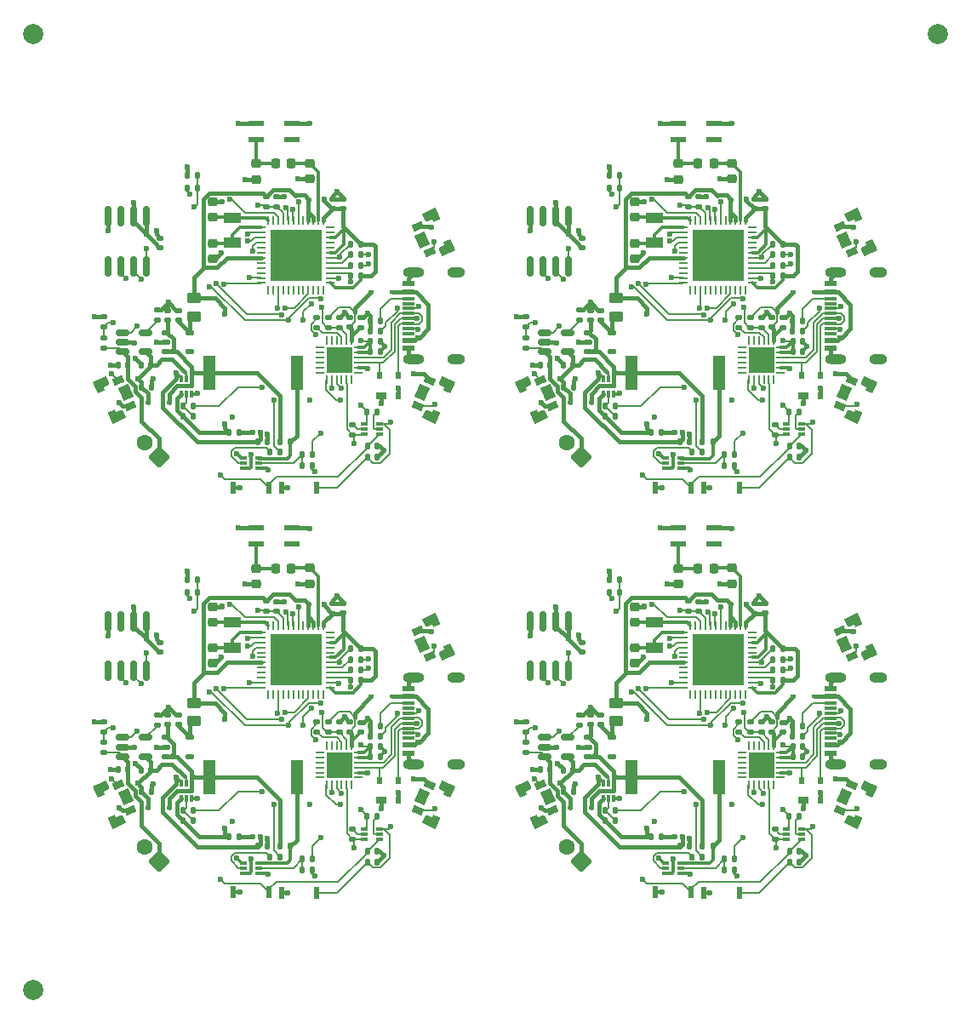
<source format=gbr>
%TF.GenerationSoftware,KiCad,Pcbnew,(6.0.7-1)-1*%
%TF.CreationDate,2022-10-26T11:28:26+01:00*%
%TF.ProjectId,panel,70616e65-6c2e-46b6-9963-61645f706362,rev?*%
%TF.SameCoordinates,Original*%
%TF.FileFunction,Copper,L1,Top*%
%TF.FilePolarity,Positive*%
%FSLAX46Y46*%
G04 Gerber Fmt 4.6, Leading zero omitted, Abs format (unit mm)*
G04 Created by KiCad (PCBNEW (6.0.7-1)-1) date 2022-10-26 11:28:26*
%MOMM*%
%LPD*%
G01*
G04 APERTURE LIST*
G04 Aperture macros list*
%AMRoundRect*
0 Rectangle with rounded corners*
0 $1 Rounding radius*
0 $2 $3 $4 $5 $6 $7 $8 $9 X,Y pos of 4 corners*
0 Add a 4 corners polygon primitive as box body*
4,1,4,$2,$3,$4,$5,$6,$7,$8,$9,$2,$3,0*
0 Add four circle primitives for the rounded corners*
1,1,$1+$1,$2,$3*
1,1,$1+$1,$4,$5*
1,1,$1+$1,$6,$7*
1,1,$1+$1,$8,$9*
0 Add four rect primitives between the rounded corners*
20,1,$1+$1,$2,$3,$4,$5,0*
20,1,$1+$1,$4,$5,$6,$7,0*
20,1,$1+$1,$6,$7,$8,$9,0*
20,1,$1+$1,$8,$9,$2,$3,0*%
%AMRotRect*
0 Rectangle, with rotation*
0 The origin of the aperture is its center*
0 $1 length*
0 $2 width*
0 $3 Rotation angle, in degrees counterclockwise*
0 Add horizontal line*
21,1,$1,$2,0,0,$3*%
%AMFreePoly0*
4,1,16,0.444576,0.992426,0.462150,0.950000,0.462150,0.300000,0.457200,0.288050,0.457200,-0.457200,-0.274320,-0.457201,-0.457200,-0.274320,-0.457200,0.240000,-0.697850,0.240000,-0.740276,0.257574,-0.757850,0.300000,-0.757850,0.950000,-0.740276,0.992426,-0.697850,1.010000,0.402150,1.010000,0.444576,0.992426,0.444576,0.992426,$1*%
%AMFreePoly1*
4,1,16,0.740277,0.992426,0.757850,0.950000,0.757850,0.300000,0.740275,0.257574,0.697850,0.240000,0.457200,0.240000,0.457201,-0.274320,0.274320,-0.457200,-0.457200,-0.457200,-0.457200,0.288050,-0.462150,0.300000,-0.462150,0.949999,-0.444576,0.992426,-0.402150,1.010000,0.697850,1.010000,0.740277,0.992426,0.740277,0.992426,$1*%
G04 Aperture macros list end*
%TA.AperFunction,SMDPad,CuDef*%
%ADD10RoundRect,0.135000X-0.135000X-0.185000X0.135000X-0.185000X0.135000X0.185000X-0.135000X0.185000X0*%
%TD*%
%TA.AperFunction,SMDPad,CuDef*%
%ADD11RoundRect,0.140000X0.140000X0.170000X-0.140000X0.170000X-0.140000X-0.170000X0.140000X-0.170000X0*%
%TD*%
%TA.AperFunction,SMDPad,CuDef*%
%ADD12RoundRect,0.135000X0.135000X0.185000X-0.135000X0.185000X-0.135000X-0.185000X0.135000X-0.185000X0*%
%TD*%
%TA.AperFunction,SMDPad,CuDef*%
%ADD13RoundRect,0.140000X0.170000X-0.140000X0.170000X0.140000X-0.170000X0.140000X-0.170000X-0.140000X0*%
%TD*%
%TA.AperFunction,SMDPad,CuDef*%
%ADD14RoundRect,0.225000X-0.250000X0.225000X-0.250000X-0.225000X0.250000X-0.225000X0.250000X0.225000X0*%
%TD*%
%TA.AperFunction,SMDPad,CuDef*%
%ADD15R,0.600000X0.450000*%
%TD*%
%TA.AperFunction,SMDPad,CuDef*%
%ADD16RoundRect,0.140000X-0.140000X-0.170000X0.140000X-0.170000X0.140000X0.170000X-0.140000X0.170000X0*%
%TD*%
%TA.AperFunction,SMDPad,CuDef*%
%ADD17RotRect,0.711200X1.092200X115.000000*%
%TD*%
%TA.AperFunction,SMDPad,CuDef*%
%ADD18RotRect,1.397000X1.092200X115.000000*%
%TD*%
%TA.AperFunction,ComponentPad*%
%ADD19FreePoly0,115.000000*%
%TD*%
%TA.AperFunction,ComponentPad*%
%ADD20FreePoly1,115.000000*%
%TD*%
%TA.AperFunction,SMDPad,CuDef*%
%ADD21RoundRect,0.218750X-0.218750X-0.256250X0.218750X-0.256250X0.218750X0.256250X-0.218750X0.256250X0*%
%TD*%
%TA.AperFunction,SMDPad,CuDef*%
%ADD22RoundRect,0.150000X-0.150000X0.825000X-0.150000X-0.825000X0.150000X-0.825000X0.150000X0.825000X0*%
%TD*%
%TA.AperFunction,SMDPad,CuDef*%
%ADD23R,0.700000X0.340000*%
%TD*%
%TA.AperFunction,SMDPad,CuDef*%
%ADD24R,1.500000X0.600000*%
%TD*%
%TA.AperFunction,SMDPad,CuDef*%
%ADD25RotRect,0.711200X1.092200X295.000000*%
%TD*%
%TA.AperFunction,ComponentPad*%
%ADD26FreePoly0,295.000000*%
%TD*%
%TA.AperFunction,SMDPad,CuDef*%
%ADD27RotRect,1.397000X1.092200X295.000000*%
%TD*%
%TA.AperFunction,ComponentPad*%
%ADD28FreePoly1,295.000000*%
%TD*%
%TA.AperFunction,SMDPad,CuDef*%
%ADD29RoundRect,0.150000X-0.512500X-0.150000X0.512500X-0.150000X0.512500X0.150000X-0.512500X0.150000X0*%
%TD*%
%TA.AperFunction,SMDPad,CuDef*%
%ADD30R,1.300000X3.400000*%
%TD*%
%TA.AperFunction,ComponentPad*%
%ADD31RoundRect,0.250000X0.777817X0.000000X0.000000X0.777817X-0.777817X0.000000X0.000000X-0.777817X0*%
%TD*%
%TA.AperFunction,ComponentPad*%
%ADD32C,1.600000*%
%TD*%
%TA.AperFunction,SMDPad,CuDef*%
%ADD33RoundRect,0.225000X0.250000X-0.225000X0.250000X0.225000X-0.250000X0.225000X-0.250000X-0.225000X0*%
%TD*%
%TA.AperFunction,ComponentPad*%
%ADD34O,2.108200X0.990600*%
%TD*%
%TA.AperFunction,ComponentPad*%
%ADD35O,1.803400X0.990600*%
%TD*%
%TA.AperFunction,SMDPad,CuDef*%
%ADD36R,1.143000X0.584200*%
%TD*%
%TA.AperFunction,SMDPad,CuDef*%
%ADD37R,1.143000X0.304800*%
%TD*%
%TA.AperFunction,SMDPad,CuDef*%
%ADD38RoundRect,0.135000X0.185000X-0.135000X0.185000X0.135000X-0.185000X0.135000X-0.185000X-0.135000X0*%
%TD*%
%TA.AperFunction,SMDPad,CuDef*%
%ADD39R,0.558800X1.244600*%
%TD*%
%TA.AperFunction,SMDPad,CuDef*%
%ADD40C,2.000000*%
%TD*%
%TA.AperFunction,SMDPad,CuDef*%
%ADD41R,0.340000X0.700000*%
%TD*%
%TA.AperFunction,SMDPad,CuDef*%
%ADD42RoundRect,0.135000X-0.185000X0.135000X-0.185000X-0.135000X0.185000X-0.135000X0.185000X0.135000X0*%
%TD*%
%TA.AperFunction,SMDPad,CuDef*%
%ADD43R,1.800000X1.000000*%
%TD*%
%TA.AperFunction,SMDPad,CuDef*%
%ADD44RoundRect,0.250000X-0.450000X0.262500X-0.450000X-0.262500X0.450000X-0.262500X0.450000X0.262500X0*%
%TD*%
%TA.AperFunction,SMDPad,CuDef*%
%ADD45RoundRect,0.062500X-0.062500X0.375000X-0.062500X-0.375000X0.062500X-0.375000X0.062500X0.375000X0*%
%TD*%
%TA.AperFunction,SMDPad,CuDef*%
%ADD46RoundRect,0.062500X-0.375000X0.062500X-0.375000X-0.062500X0.375000X-0.062500X0.375000X0.062500X0*%
%TD*%
%TA.AperFunction,SMDPad,CuDef*%
%ADD47R,5.150000X5.150000*%
%TD*%
%TA.AperFunction,SMDPad,CuDef*%
%ADD48RoundRect,0.062500X0.350000X0.062500X-0.350000X0.062500X-0.350000X-0.062500X0.350000X-0.062500X0*%
%TD*%
%TA.AperFunction,SMDPad,CuDef*%
%ADD49RoundRect,0.062500X0.062500X0.350000X-0.062500X0.350000X-0.062500X-0.350000X0.062500X-0.350000X0*%
%TD*%
%TA.AperFunction,SMDPad,CuDef*%
%ADD50R,2.600000X2.600000*%
%TD*%
%TA.AperFunction,SMDPad,CuDef*%
%ADD51R,1.000000X0.700000*%
%TD*%
%TA.AperFunction,SMDPad,CuDef*%
%ADD52R,0.600000X0.700000*%
%TD*%
%TA.AperFunction,SMDPad,CuDef*%
%ADD53RoundRect,0.137500X-0.262500X-0.137500X0.262500X-0.137500X0.262500X0.137500X-0.262500X0.137500X0*%
%TD*%
%TA.AperFunction,SMDPad,CuDef*%
%ADD54RotRect,0.711200X1.092200X245.000000*%
%TD*%
%TA.AperFunction,ComponentPad*%
%ADD55FreePoly1,245.000000*%
%TD*%
%TA.AperFunction,ComponentPad*%
%ADD56FreePoly0,245.000000*%
%TD*%
%TA.AperFunction,SMDPad,CuDef*%
%ADD57RotRect,1.397000X1.092200X245.000000*%
%TD*%
%TA.AperFunction,ViaPad*%
%ADD58C,0.600000*%
%TD*%
%TA.AperFunction,Conductor*%
%ADD59C,0.400000*%
%TD*%
%TA.AperFunction,Conductor*%
%ADD60C,0.300000*%
%TD*%
%TA.AperFunction,Conductor*%
%ADD61C,0.200000*%
%TD*%
G04 APERTURE END LIST*
D10*
%TO.P,R3,1*%
%TO.N,Board_1-+3V3*%
X76919778Y-55472773D03*
%TO.P,R3,2*%
%TO.N,Board_1-/POWER_GATE*%
X77939778Y-55472773D03*
%TD*%
D11*
%TO.P,C10,1*%
%TO.N,Board_0-GND*%
X43319777Y-57996773D03*
%TO.P,C10,2*%
%TO.N,Board_0-/POWER*%
X42359777Y-57996773D03*
%TD*%
D12*
%TO.P,R18,1*%
%TO.N,Board_1-+3V3*%
X94610778Y-38337773D03*
%TO.P,R18,2*%
%TO.N,Board_1-/SDA*%
X93590778Y-38337773D03*
%TD*%
D13*
%TO.P,C5,1*%
%TO.N,Board_3-/VREGIN*%
X94598262Y-86881283D03*
%TO.P,C5,2*%
%TO.N,Board_3-GND*%
X94598262Y-85921283D03*
%TD*%
%TO.P,C2,1*%
%TO.N,Board_0-VCC*%
X33419777Y-45896773D03*
%TO.P,C2,2*%
%TO.N,Board_0-GND*%
X33419777Y-44936773D03*
%TD*%
%TO.P,C15,1*%
%TO.N,Board_3-/EN*%
X86219778Y-74860332D03*
%TO.P,C15,2*%
%TO.N,Board_3-GND*%
X86219778Y-73900332D03*
%TD*%
D10*
%TO.P,R27,1*%
%TO.N,Board_2-GND*%
X35289777Y-71740332D03*
%TO.P,R27,2*%
%TO.N,Board_2-/DIR*%
X36309777Y-71740332D03*
%TD*%
%TO.P,R16,1*%
%TO.N,Board_1-VBUS*%
X72779778Y-52576773D03*
%TO.P,R16,2*%
%TO.N,Board_1-GND*%
X73799778Y-52576773D03*
%TD*%
D13*
%TO.P,C15,1*%
%TO.N,Board_1-/EN*%
X86219778Y-34606773D03*
%TO.P,C15,2*%
%TO.N,Board_1-GND*%
X86219778Y-33646773D03*
%TD*%
D10*
%TO.P,R15,1*%
%TO.N,Board_3-+3V3*%
X81479778Y-97320332D03*
%TO.P,R15,2*%
%TO.N,Board_3-/LEDA*%
X82499778Y-97320332D03*
%TD*%
D14*
%TO.P,C18,1*%
%TO.N,Board_3-/ANTENNA*%
X84189778Y-70605332D03*
%TO.P,C18,2*%
%TO.N,Board_3-GND*%
X84189778Y-72155332D03*
%TD*%
D10*
%TO.P,R2,1*%
%TO.N,Board_0-GND*%
X53541261Y-47025724D03*
%TO.P,R2,2*%
%TO.N,Board_0-/CC2*%
X54561261Y-47025724D03*
%TD*%
D15*
%TO.P,D3,1,K*%
%TO.N,Board_1-/VREGIN*%
X95639778Y-43116773D03*
%TO.P,D3,2,A*%
%TO.N,Board_1-VBUS*%
X97739778Y-43116773D03*
%TD*%
D16*
%TO.P,C9,1*%
%TO.N,Board_0-/VIO*%
X53571261Y-49057724D03*
%TO.P,C9,2*%
%TO.N,Board_0-GND*%
X54531261Y-49057724D03*
%TD*%
D11*
%TO.P,C10,1*%
%TO.N,Board_3-GND*%
X85319778Y-98250332D03*
%TO.P,C10,2*%
%TO.N,Board_3-/POWER*%
X84359778Y-98250332D03*
%TD*%
%TO.P,C1,1*%
%TO.N,Board_1-VBUS*%
X73685778Y-50408773D03*
%TO.P,C1,2*%
%TO.N,Board_1-GND*%
X72725778Y-50408773D03*
%TD*%
D14*
%TO.P,C18,1*%
%TO.N,Board_1-/ANTENNA*%
X84189778Y-30351773D03*
%TO.P,C18,2*%
%TO.N,Board_1-GND*%
X84189778Y-31901773D03*
%TD*%
%TO.P,C13,1*%
%TO.N,Board_3-GND*%
X79879778Y-74405332D03*
%TO.P,C13,2*%
%TO.N,Board_3-/32K_XP*%
X79879778Y-75955332D03*
%TD*%
D13*
%TO.P,C7,1*%
%TO.N,Board_3-/POWER*%
X74605778Y-78950332D03*
%TO.P,C7,2*%
%TO.N,Board_3-GND*%
X74605778Y-77990332D03*
%TD*%
D17*
%TO.P,SW5,1,1*%
%TO.N,Board_0-GND*%
X29650343Y-54421150D03*
%TO.P,SW5,2,2*%
%TO.N,Board_0-/B3*%
X28466864Y-51883171D03*
D18*
%TO.P,SW5,3*%
%TO.N,N/C*%
X29196725Y-53087754D03*
D19*
X27051842Y-52049052D03*
D20*
X28613712Y-55398494D03*
%TD*%
D16*
%TO.P,C8,1*%
%TO.N,Board_3-/VIO*%
X95571262Y-88295283D03*
%TO.P,C8,2*%
%TO.N,Board_3-GND*%
X96531262Y-88295283D03*
%TD*%
D21*
%TO.P,L1,1*%
%TO.N,Board_2-/ANTENNA*%
X44122277Y-70600332D03*
%TO.P,L1,2*%
%TO.N,Board_2-/LNA_IN*%
X45697277Y-70600332D03*
%TD*%
D22*
%TO.P,IC1,1,VDD5V*%
%TO.N,Board_3-/POWER*%
X73257778Y-75842332D03*
%TO.P,IC1,2,VDD3V3*%
X71987778Y-75842332D03*
%TO.P,IC1,3,OUT*%
%TO.N,Board_3-unconnected-(IC1-Pad3)*%
X70717778Y-75842332D03*
%TO.P,IC1,4,GND*%
%TO.N,Board_3-GND*%
X69447778Y-75842332D03*
%TO.P,IC1,5,PGO*%
%TO.N,Board_3-unconnected-(IC1-Pad5)*%
X69447778Y-80792332D03*
%TO.P,IC1,6,SDA*%
%TO.N,Board_3-/SDA*%
X70717778Y-80792332D03*
%TO.P,IC1,7,SCL*%
%TO.N,Board_3-/SCL*%
X71987778Y-80792332D03*
%TO.P,IC1,8,DIR*%
%TO.N,Board_3-/DIR*%
X73257778Y-80792332D03*
%TD*%
D16*
%TO.P,C8,1*%
%TO.N,Board_2-/VIO*%
X53571261Y-88295283D03*
%TO.P,C8,2*%
%TO.N,Board_2-GND*%
X54531261Y-88295283D03*
%TD*%
D10*
%TO.P,R19,1*%
%TO.N,Board_3-/SCL*%
X93590778Y-81721332D03*
%TO.P,R19,2*%
%TO.N,Board_3-+3V3*%
X94610778Y-81721332D03*
%TD*%
%TO.P,R9,1*%
%TO.N,Board_2-/TXD0*%
X51589777Y-79654332D03*
%TO.P,R9,2*%
%TO.N,Board_2-/RXD*%
X52609777Y-79654332D03*
%TD*%
%TO.P,R3,1*%
%TO.N,Board_2-+3V3*%
X34919777Y-95726332D03*
%TO.P,R3,2*%
%TO.N,Board_2-/POWER_GATE*%
X35939777Y-95726332D03*
%TD*%
%TO.P,R20,1*%
%TO.N,Board_3-/BACKLIGHT_GATE*%
X88759778Y-100610332D03*
%TO.P,R20,2*%
%TO.N,Board_3-GND*%
X89779778Y-100610332D03*
%TD*%
D23*
%TO.P,Q1,1,S*%
%TO.N,Board_0-/RTS*%
X52969777Y-56266773D03*
%TO.P,Q1,2,G*%
%TO.N,Board_0-/DTR_BASE*%
X52969777Y-56766773D03*
%TO.P,Q1,3,D*%
%TO.N,Board_0-/DTR*%
X52969777Y-57266773D03*
%TO.P,Q1,4,S*%
%TO.N,Board_0-/BOOT*%
X54469777Y-57266773D03*
%TO.P,Q1,5,G*%
%TO.N,Board_0-/RTS_BASE*%
X54469777Y-56766773D03*
%TO.P,Q1,6,D*%
%TO.N,Board_0-/EN*%
X54469777Y-56266773D03*
%TD*%
D10*
%TO.P,R16,1*%
%TO.N,Board_3-VBUS*%
X72779778Y-92830332D03*
%TO.P,R16,2*%
%TO.N,Board_3-GND*%
X73799778Y-92830332D03*
%TD*%
D24*
%TO.P,E1,1*%
%TO.N,Board_0-/ANTENNA*%
X42209777Y-27946773D03*
%TO.P,E1,2*%
%TO.N,Board_0-unconnected-(E1-Pad2)*%
X45709777Y-27946773D03*
%TO.P,E1,3*%
%TO.N,Board_0-GND*%
X45709777Y-26346773D03*
%TO.P,E1,4*%
X42209777Y-26346773D03*
%TD*%
D13*
%TO.P,C17,1*%
%TO.N,Board_3-+3V3*%
X92829778Y-75060332D03*
%TO.P,C17,2*%
%TO.N,Board_3-GND*%
X92829778Y-74100332D03*
%TD*%
D25*
%TO.P,SW3,1,1*%
%TO.N,Board_2-GND*%
X58269211Y-76845955D03*
%TO.P,SW3,2,2*%
%TO.N,Board_2-/B1*%
X59452690Y-79383934D03*
D26*
%TO.P,SW3,3*%
%TO.N,N/C*%
X60867712Y-79218053D03*
D27*
X58722829Y-78179351D03*
D28*
X59305842Y-75868611D03*
%TD*%
D12*
%TO.P,R24,1*%
%TO.N,Board_3-/PIEZO*%
X86589778Y-99300332D03*
%TO.P,R24,2*%
%TO.N,Board_3-/PIEZO_GATE*%
X85569778Y-99300332D03*
%TD*%
%TO.P,R11,1*%
%TO.N,Board_1-/RTS_BASE*%
X96229778Y-55026773D03*
%TO.P,R11,2*%
%TO.N,Board_1-/RTS*%
X95209778Y-55026773D03*
%TD*%
D16*
%TO.P,C8,1*%
%TO.N,Board_1-/VIO*%
X95571262Y-48041724D03*
%TO.P,C8,2*%
%TO.N,Board_1-GND*%
X96531262Y-48041724D03*
%TD*%
D29*
%TO.P,U1,1,STAT*%
%TO.N,Board_2-/STAT*%
X28928277Y-87426332D03*
%TO.P,U1,2,VSS*%
%TO.N,Board_2-GND*%
X28928277Y-88376332D03*
%TO.P,U1,3,VBAT*%
%TO.N,Board_2-+BATT*%
X28928277Y-89326332D03*
%TO.P,U1,4,VDD*%
%TO.N,Board_2-VBUS*%
X31203277Y-89326332D03*
%TO.P,U1,5,PROG*%
%TO.N,Board_2-/PROG*%
X31203277Y-87426332D03*
%TD*%
D30*
%TO.P,BZ1,1,-*%
%TO.N,Board_1-VCC*%
X79519778Y-51136773D03*
%TO.P,BZ1,2,+*%
%TO.N,Board_1-/PIEZO_DRAIN*%
X88219778Y-51136773D03*
%TD*%
D31*
%TO.P,J2,1,Pin_1*%
%TO.N,Board_3-+BATT*%
X74499778Y-99760332D03*
D32*
%TO.P,J2,2,Pin_2*%
%TO.N,Board_3-GND*%
X73085564Y-98346118D03*
%TD*%
D33*
%TO.P,C14,1*%
%TO.N,Board_2-GND*%
X37899777Y-80065332D03*
%TO.P,C14,2*%
%TO.N,Board_2-/32K_XN*%
X37899777Y-78515332D03*
%TD*%
D10*
%TO.P,R27,1*%
%TO.N,Board_0-GND*%
X35289777Y-31486773D03*
%TO.P,R27,2*%
%TO.N,Board_0-/DIR*%
X36309777Y-31486773D03*
%TD*%
D12*
%TO.P,R11,1*%
%TO.N,Board_0-/RTS_BASE*%
X54229777Y-55026773D03*
%TO.P,R11,2*%
%TO.N,Board_0-/RTS*%
X53209777Y-55026773D03*
%TD*%
D13*
%TO.P,C2,1*%
%TO.N,Board_2-VCC*%
X33419777Y-86150332D03*
%TO.P,C2,2*%
%TO.N,Board_2-GND*%
X33419777Y-85190332D03*
%TD*%
D16*
%TO.P,C9,1*%
%TO.N,Board_2-/VIO*%
X53571261Y-89311283D03*
%TO.P,C9,2*%
%TO.N,Board_2-GND*%
X54531261Y-89311283D03*
%TD*%
D34*
%TO.P,J1,13,SHELL*%
%TO.N,Board_1-GND*%
X99879778Y-41186771D03*
X99879778Y-49826775D03*
D35*
X104059778Y-49826775D03*
X104059778Y-41186771D03*
D36*
%TO.P,J1,A1-B12,GND*%
X99304778Y-48706773D03*
%TO.P,J1,A4-B9,VBUS*%
%TO.N,Board_1-VBUS*%
X99304778Y-47906774D03*
D37*
%TO.P,J1,A5,CC1*%
%TO.N,Board_1-/CC2*%
X99304778Y-46756773D03*
%TO.P,J1,A6,DP1*%
%TO.N,Board_1-/DP*%
X99304778Y-45756773D03*
%TO.P,J1,A7,DN1*%
%TO.N,Board_1-/DN*%
X99304778Y-45256773D03*
%TO.P,J1,A8,SBU1*%
%TO.N,Board_1-unconnected-(J1-PadA8)*%
X99304778Y-44256773D03*
D36*
%TO.P,J1,B1-A12,GND*%
%TO.N,Board_1-GND*%
X99304778Y-42306773D03*
%TO.P,J1,B4-A9,VBUS*%
%TO.N,Board_1-VBUS*%
X99304778Y-43106772D03*
D37*
%TO.P,J1,B5,CC2*%
%TO.N,Board_1-/CC1*%
X99304778Y-43756774D03*
%TO.P,J1,B6,DP2*%
%TO.N,Board_1-/DP*%
X99304778Y-44756772D03*
%TO.P,J1,B7,DN2*%
%TO.N,Board_1-/DN*%
X99304778Y-46256774D03*
%TO.P,J1,B8,SBU2*%
%TO.N,Board_1-unconnected-(J1-PadB8)*%
X99304778Y-47256772D03*
%TD*%
D12*
%TO.P,R26,1*%
%TO.N,Board_3-/DIR*%
X78309778Y-73000332D03*
%TO.P,R26,2*%
%TO.N,Board_3-/POWER*%
X77289778Y-73000332D03*
%TD*%
D38*
%TO.P,R4,1*%
%TO.N,Board_0-/CONNECTED*%
X49367261Y-46633724D03*
%TO.P,R4,2*%
%TO.N,Board_0-/VREGIN*%
X49367261Y-45613724D03*
%TD*%
D15*
%TO.P,D3,1,K*%
%TO.N,Board_2-/VREGIN*%
X53639777Y-83370332D03*
%TO.P,D3,2,A*%
%TO.N,Board_2-VBUS*%
X55739777Y-83370332D03*
%TD*%
D10*
%TO.P,R20,1*%
%TO.N,Board_1-/BACKLIGHT_GATE*%
X88759778Y-60356773D03*
%TO.P,R20,2*%
%TO.N,Board_1-GND*%
X89779778Y-60356773D03*
%TD*%
D39*
%TO.P,SW1,1,1*%
%TO.N,Board_2-GND*%
X44684375Y-102854332D03*
%TO.P,SW1,2,2*%
%TO.N,Board_2-/EN*%
X48235179Y-102854332D03*
%TD*%
D40*
%TO.P,REF\u002A\u002A,*%
%TO.N,*%
X20000000Y-17500000D03*
%TD*%
D23*
%TO.P,Q1,1,S*%
%TO.N,Board_3-/RTS*%
X94969778Y-96520332D03*
%TO.P,Q1,2,G*%
%TO.N,Board_3-/DTR_BASE*%
X94969778Y-97020332D03*
%TO.P,Q1,3,D*%
%TO.N,Board_3-/DTR*%
X94969778Y-97520332D03*
%TO.P,Q1,4,S*%
%TO.N,Board_3-/BOOT*%
X96469778Y-97520332D03*
%TO.P,Q1,5,G*%
%TO.N,Board_3-/RTS_BASE*%
X96469778Y-97020332D03*
%TO.P,Q1,6,D*%
%TO.N,Board_3-/EN*%
X96469778Y-96520332D03*
%TD*%
D38*
%TO.P,R5,1*%
%TO.N,Board_2-/CONNECTED*%
X50454261Y-86887283D03*
%TO.P,R5,2*%
%TO.N,Board_2-GND*%
X50454261Y-85867283D03*
%TD*%
D31*
%TO.P,J2,1,Pin_1*%
%TO.N,Board_2-+BATT*%
X32499777Y-99760332D03*
D32*
%TO.P,J2,2,Pin_2*%
%TO.N,Board_2-GND*%
X31085563Y-98346118D03*
%TD*%
D13*
%TO.P,C3,1*%
%TO.N,Board_0-/VO*%
X34469777Y-45896773D03*
%TO.P,C3,2*%
%TO.N,Board_0-GND*%
X34469777Y-44936773D03*
%TD*%
D41*
%TO.P,Q2,1,S*%
%TO.N,Board_2-VCC*%
X35739777Y-91990332D03*
%TO.P,Q2,2,G*%
%TO.N,Board_2-VBUS*%
X35239777Y-91990332D03*
%TO.P,Q2,3,D*%
%TO.N,Board_2-/POWER*%
X34739777Y-91990332D03*
%TO.P,Q2,4,S*%
%TO.N,Board_2-+3V3*%
X34739777Y-93490332D03*
%TO.P,Q2,5,G*%
%TO.N,Board_2-/POWER_GATE*%
X35239777Y-93490332D03*
%TO.P,Q2,6,D*%
%TO.N,Board_2-+BATT*%
X35739777Y-93490332D03*
%TD*%
D25*
%TO.P,SW3,1,1*%
%TO.N,Board_1-GND*%
X100269212Y-36592396D03*
%TO.P,SW3,2,2*%
%TO.N,Board_1-/B1*%
X101452691Y-39130375D03*
D27*
%TO.P,SW3,3*%
%TO.N,N/C*%
X100722830Y-37925792D03*
D28*
X101305843Y-35615052D03*
D26*
X102867713Y-38964494D03*
%TD*%
D10*
%TO.P,R16,1*%
%TO.N,Board_0-VBUS*%
X30779777Y-52576773D03*
%TO.P,R16,2*%
%TO.N,Board_0-GND*%
X31799777Y-52576773D03*
%TD*%
D12*
%TO.P,R26,1*%
%TO.N,Board_0-/DIR*%
X36309777Y-32746773D03*
%TO.P,R26,2*%
%TO.N,Board_0-/POWER*%
X35289777Y-32746773D03*
%TD*%
D42*
%TO.P,R10,1*%
%TO.N,Board_0-/DTR_BASE*%
X51789777Y-56296773D03*
%TO.P,R10,2*%
%TO.N,Board_0-/DTR*%
X51789777Y-57316773D03*
%TD*%
D12*
%TO.P,R17,1*%
%TO.N,Board_1-/BACKLIGHT*%
X89789778Y-59256773D03*
%TO.P,R17,2*%
%TO.N,Board_1-/BACKLIGHT_GATE*%
X88769778Y-59256773D03*
%TD*%
D38*
%TO.P,R5,1*%
%TO.N,Board_1-/CONNECTED*%
X92454262Y-46633724D03*
%TO.P,R5,2*%
%TO.N,Board_1-GND*%
X92454262Y-45613724D03*
%TD*%
D10*
%TO.P,R9,1*%
%TO.N,Board_0-/TXD0*%
X51589777Y-39400773D03*
%TO.P,R9,2*%
%TO.N,Board_0-/RXD*%
X52609777Y-39400773D03*
%TD*%
D16*
%TO.P,C12,1*%
%TO.N,Board_3-/BOOT*%
X95239778Y-98710332D03*
%TO.P,C12,2*%
%TO.N,Board_3-GND*%
X96199778Y-98710332D03*
%TD*%
D43*
%TO.P,Y1,1,1*%
%TO.N,Board_0-/32K_XP*%
X39835777Y-35742773D03*
%TO.P,Y1,2,2*%
%TO.N,Board_0-/32K_XN*%
X39835777Y-38242773D03*
%TD*%
D42*
%TO.P,R22,1*%
%TO.N,Board_2-GND*%
X27009777Y-85830332D03*
%TO.P,R22,2*%
%TO.N,Board_2-/BATT_ADC*%
X27009777Y-86850332D03*
%TD*%
D38*
%TO.P,R4,1*%
%TO.N,Board_1-/CONNECTED*%
X91367262Y-46633724D03*
%TO.P,R4,2*%
%TO.N,Board_1-/VREGIN*%
X91367262Y-45613724D03*
%TD*%
D44*
%TO.P,R12,1*%
%TO.N,Board_1-+3V3*%
X78009778Y-43744273D03*
%TO.P,R12,2*%
%TO.N,Board_1-/VO*%
X78009778Y-45569273D03*
%TD*%
D12*
%TO.P,R24,1*%
%TO.N,Board_0-/PIEZO*%
X44589777Y-59046773D03*
%TO.P,R24,2*%
%TO.N,Board_0-/PIEZO_GATE*%
X43569777Y-59046773D03*
%TD*%
D38*
%TO.P,R1,1*%
%TO.N,Board_2-/PROG*%
X32359777Y-86180332D03*
%TO.P,R1,2*%
%TO.N,Board_2-GND*%
X32359777Y-85160332D03*
%TD*%
%TO.P,R13,1*%
%TO.N,Board_3-/EN*%
X85179778Y-74880332D03*
%TO.P,R13,2*%
%TO.N,Board_3-+3V3*%
X85179778Y-73860332D03*
%TD*%
D16*
%TO.P,C11,1*%
%TO.N,Board_2-/EN*%
X53239777Y-99810332D03*
%TO.P,C11,2*%
%TO.N,Board_2-GND*%
X54199777Y-99810332D03*
%TD*%
D42*
%TO.P,R10,1*%
%TO.N,Board_2-/DTR_BASE*%
X51789777Y-96550332D03*
%TO.P,R10,2*%
%TO.N,Board_2-/DTR*%
X51789777Y-97570332D03*
%TD*%
D13*
%TO.P,C16,1*%
%TO.N,Board_1-+3V3*%
X91799778Y-34826773D03*
%TO.P,C16,2*%
%TO.N,Board_1-GND*%
X91799778Y-33866773D03*
%TD*%
%TO.P,C15,1*%
%TO.N,Board_2-/EN*%
X44219777Y-74860332D03*
%TO.P,C15,2*%
%TO.N,Board_2-GND*%
X44219777Y-73900332D03*
%TD*%
D42*
%TO.P,R10,1*%
%TO.N,Board_1-/DTR_BASE*%
X93789778Y-56296773D03*
%TO.P,R10,2*%
%TO.N,Board_1-/DTR*%
X93789778Y-57316773D03*
%TD*%
D30*
%TO.P,BZ1,1,-*%
%TO.N,Board_0-VCC*%
X37519777Y-51136773D03*
%TO.P,BZ1,2,+*%
%TO.N,Board_0-/PIEZO_DRAIN*%
X46219777Y-51136773D03*
%TD*%
D25*
%TO.P,SW3,1,1*%
%TO.N,Board_0-GND*%
X58269211Y-36592396D03*
%TO.P,SW3,2,2*%
%TO.N,Board_0-/B1*%
X59452690Y-39130375D03*
D28*
%TO.P,SW3,3*%
%TO.N,N/C*%
X59305842Y-35615052D03*
D27*
X58722829Y-37925792D03*
D26*
X60867712Y-38964494D03*
%TD*%
D30*
%TO.P,BZ1,1,-*%
%TO.N,Board_2-VCC*%
X37519777Y-91390332D03*
%TO.P,BZ1,2,+*%
%TO.N,Board_2-/PIEZO_DRAIN*%
X46219777Y-91390332D03*
%TD*%
D24*
%TO.P,E1,1*%
%TO.N,Board_3-/ANTENNA*%
X84209778Y-68200332D03*
%TO.P,E1,2*%
%TO.N,Board_3-unconnected-(E1-Pad2)*%
X87709778Y-68200332D03*
%TO.P,E1,3*%
%TO.N,Board_3-GND*%
X87709778Y-66600332D03*
%TO.P,E1,4*%
X84209778Y-66600332D03*
%TD*%
D22*
%TO.P,IC1,1,VDD5V*%
%TO.N,Board_0-/POWER*%
X31257777Y-35588773D03*
%TO.P,IC1,2,VDD3V3*%
X29987777Y-35588773D03*
%TO.P,IC1,3,OUT*%
%TO.N,Board_0-unconnected-(IC1-Pad3)*%
X28717777Y-35588773D03*
%TO.P,IC1,4,GND*%
%TO.N,Board_0-GND*%
X27447777Y-35588773D03*
%TO.P,IC1,5,PGO*%
%TO.N,Board_0-unconnected-(IC1-Pad5)*%
X27447777Y-40538773D03*
%TO.P,IC1,6,SDA*%
%TO.N,Board_0-/SDA*%
X28717777Y-40538773D03*
%TO.P,IC1,7,SCL*%
%TO.N,Board_0-/SCL*%
X29987777Y-40538773D03*
%TO.P,IC1,8,DIR*%
%TO.N,Board_0-/DIR*%
X31257777Y-40538773D03*
%TD*%
D31*
%TO.P,J2,1,Pin_1*%
%TO.N,Board_1-+BATT*%
X74499778Y-59506773D03*
D32*
%TO.P,J2,2,Pin_2*%
%TO.N,Board_1-GND*%
X73085564Y-58092559D03*
%TD*%
D33*
%TO.P,C14,1*%
%TO.N,Board_0-GND*%
X37899777Y-39811773D03*
%TO.P,C14,2*%
%TO.N,Board_0-/32K_XN*%
X37899777Y-38261773D03*
%TD*%
D10*
%TO.P,R8,1*%
%TO.N,Board_3-/RXD0*%
X93589778Y-80700332D03*
%TO.P,R8,2*%
%TO.N,Board_3-/TXD*%
X94609778Y-80700332D03*
%TD*%
D40*
%TO.P,REF\u002A\u002A,*%
%TO.N,*%
X110000000Y-17500000D03*
%TD*%
D45*
%TO.P,U3,1,VDDA*%
%TO.N,Board_3-+3V3*%
X90880778Y-76283832D03*
%TO.P,U3,2,LNA_IN*%
%TO.N,Board_3-/LNA_IN*%
X90380778Y-76283832D03*
%TO.P,U3,3,VDD3P3*%
%TO.N,Board_3-+3V3*%
X89880778Y-76283832D03*
%TO.P,U3,4,VDD3P3*%
X89380778Y-76283832D03*
%TO.P,U3,5,NC*%
%TO.N,Board_3-unconnected-(U3-Pad5)*%
X88880778Y-76283832D03*
%TO.P,U3,6,GPIO37/ADC1_CH1/RTC_GPIO1*%
%TO.N,Board_3-/B1*%
X88380778Y-76283832D03*
%TO.P,U3,7,GPIO38/ADC1_CH2/RTC_GPIO2*%
%TO.N,Board_3-/B2*%
X87880778Y-76283832D03*
%TO.P,U3,8,GPIO39/ADC1_CH3/RTC_GPIO3*%
%TO.N,Board_3-/B3*%
X87380778Y-76283832D03*
%TO.P,U3,9,CHIP_PU*%
%TO.N,Board_3-/EN*%
X86880778Y-76283832D03*
%TO.P,U3,10,GPIO34/ADC1_CH6/RTC_GPIO4*%
%TO.N,Board_3-/BATT_ADC*%
X86380778Y-76283832D03*
%TO.P,U3,11,NC*%
%TO.N,Board_3-unconnected-(U3-Pad11)*%
X85880778Y-76283832D03*
%TO.P,U3,12,32K_XP*%
%TO.N,Board_3-/32K_XP*%
X85380778Y-76283832D03*
D46*
%TO.P,U3,13,32K_XN*%
%TO.N,Board_3-/32K_XN*%
X84693278Y-76971332D03*
%TO.P,U3,14,GPIO25/ADC2_CH8/DAC_1/RTC_GPIO6*%
%TO.N,Board_3-/DAC1*%
X84693278Y-77471332D03*
%TO.P,U3,15,GPIO26/ADC2_CH9/DAC_2/RTC_GPIO7*%
%TO.N,Board_3-/DAC2*%
X84693278Y-77971332D03*
%TO.P,U3,16,GPIO27/ADC2_CH7/RTC_GPIO17*%
%TO.N,Board_3-/CONNECTED*%
X84693278Y-78471332D03*
%TO.P,U3,17,MTMS/GPIO14/ADC2_CH6/RTC_GPIO16*%
%TO.N,Board_3-unconnected-(U3-Pad17)*%
X84693278Y-78971332D03*
%TO.P,U3,18,\u002AMTDI/GPIO12/ADC2_CH5/RTC_GPIO15*%
%TO.N,Board_3-unconnected-(U3-Pad18)*%
X84693278Y-79471332D03*
%TO.P,U3,19,VDD3P3_RTC*%
%TO.N,Board_3-+3V3*%
X84693278Y-79971332D03*
%TO.P,U3,20,MTCK/GPIO13/ADC2_CH4/RTC_GPIO14*%
%TO.N,Board_3-unconnected-(U3-Pad20)*%
X84693278Y-80471332D03*
%TO.P,U3,21,\u002AMTDO/GPIO15/ADC2_CH3/RTC_GPIO13*%
%TO.N,Board_3-unconnected-(U3-Pad21)*%
X84693278Y-80971332D03*
%TO.P,U3,22,\u002AGPIO2/ADC2_CH2/RTC_GPIO12*%
%TO.N,Board_3-unconnected-(U3-Pad22)*%
X84693278Y-81471332D03*
%TO.P,U3,23,\u002AGPIO0/ADC2_CH1/RTC_GPIO11*%
%TO.N,Board_3-/BOOT*%
X84693278Y-81971332D03*
%TO.P,U3,24,GPIO4/ADC2_CH0/RTC_GPIO10*%
%TO.N,Board_3-/STAT*%
X84693278Y-82471332D03*
D45*
%TO.P,U3,25,NC*%
%TO.N,Board_3-unconnected-(U3-Pad25)*%
X85380778Y-83158832D03*
%TO.P,U3,26,VDD_SDIO*%
%TO.N,Board_3-unconnected-(U3-Pad26)*%
X85880778Y-83158832D03*
%TO.P,U3,27,GPIO20*%
%TO.N,Board_3-/PIEZO*%
X86380778Y-83158832D03*
%TO.P,U3,28,NC*%
%TO.N,Board_3-unconnected-(U3-Pad28)*%
X86880778Y-83158832D03*
%TO.P,U3,29,NC*%
%TO.N,Board_3-unconnected-(U3-Pad29)*%
X87380778Y-83158832D03*
%TO.P,U3,30,NC*%
%TO.N,Board_3-unconnected-(U3-Pad30)*%
X87880778Y-83158832D03*
%TO.P,U3,31,NC*%
%TO.N,Board_3-unconnected-(U3-Pad31)*%
X88380778Y-83158832D03*
%TO.P,U3,32,SD_DATA_0/GPIO7*%
%TO.N,Board_3-unconnected-(U3-Pad32)*%
X88880778Y-83158832D03*
%TO.P,U3,33,SD_DATA_1/GPIO8*%
%TO.N,Board_3-/ENABLE*%
X89380778Y-83158832D03*
%TO.P,U3,34,\u002AGPIO5*%
%TO.N,Board_3-unconnected-(U3-Pad34)*%
X89880778Y-83158832D03*
%TO.P,U3,35,NC*%
%TO.N,Board_3-unconnected-(U3-Pad35)*%
X90380778Y-83158832D03*
%TO.P,U3,36,NC*%
%TO.N,Board_3-unconnected-(U3-Pad36)*%
X90880778Y-83158832D03*
D46*
%TO.P,U3,37,VDD3P3_CPU*%
%TO.N,Board_3-+3V3*%
X91568278Y-82471332D03*
%TO.P,U3,38,GPIO19*%
%TO.N,Board_3-/BACKLIGHT*%
X91568278Y-81971332D03*
%TO.P,U3,39,GPIO22*%
%TO.N,Board_3-/SCL*%
X91568278Y-81471332D03*
%TO.P,U3,40,U0RXD/GPIO3*%
%TO.N,Board_3-/RXD0*%
X91568278Y-80971332D03*
%TO.P,U3,41,U0TXD/GPIO1*%
%TO.N,Board_3-/TXD0*%
X91568278Y-80471332D03*
%TO.P,U3,42,GPIO21*%
%TO.N,Board_3-/SDA*%
X91568278Y-79971332D03*
%TO.P,U3,43,VDDA*%
%TO.N,Board_3-+3V3*%
X91568278Y-79471332D03*
%TO.P,U3,44,NC*%
%TO.N,Board_3-unconnected-(U3-Pad44)*%
X91568278Y-78971332D03*
%TO.P,U3,45,NC*%
%TO.N,Board_3-unconnected-(U3-Pad45)*%
X91568278Y-78471332D03*
%TO.P,U3,46,VDDA*%
%TO.N,Board_3-+3V3*%
X91568278Y-77971332D03*
%TO.P,U3,47,NC*%
%TO.N,Board_3-unconnected-(U3-Pad47)*%
X91568278Y-77471332D03*
%TO.P,U3,48,NC*%
%TO.N,Board_3-unconnected-(U3-Pad48)*%
X91568278Y-76971332D03*
D47*
%TO.P,U3,49,GND*%
%TO.N,Board_3-GND*%
X88130778Y-79721332D03*
%TD*%
D48*
%TO.P,U2,1,~{RI}/CLK*%
%TO.N,Board_2-unconnected-(U2-Pad1)*%
X52376761Y-91409283D03*
%TO.P,U2,2,GND*%
%TO.N,Board_2-GND*%
X52376761Y-90909283D03*
%TO.P,U2,3,D+*%
%TO.N,Board_2-/DP*%
X52376761Y-90409283D03*
%TO.P,U2,4,D-*%
%TO.N,Board_2-/DN*%
X52376761Y-89909283D03*
%TO.P,U2,5,VIO*%
%TO.N,Board_2-/VIO*%
X52376761Y-89409283D03*
%TO.P,U2,6,VDD*%
X52376761Y-88909283D03*
D49*
%TO.P,U2,7,VREGIN*%
%TO.N,Board_2-/VREGIN*%
X51689261Y-88221783D03*
%TO.P,U2,8,VBUS*%
%TO.N,Board_2-/CONNECTED*%
X51189261Y-88221783D03*
%TO.P,U2,9,~{RST}*%
%TO.N,Board_2-/~RST*%
X50689261Y-88221783D03*
%TO.P,U2,10,NC*%
%TO.N,Board_2-unconnected-(U2-Pad10)*%
X50189261Y-88221783D03*
%TO.P,U2,11,~{WAKEUP}/GPIO.3*%
%TO.N,Board_2-unconnected-(U2-Pad11)*%
X49689261Y-88221783D03*
%TO.P,U2,12,RS485/GPIO.2*%
%TO.N,Board_2-unconnected-(U2-Pad12)*%
X49189261Y-88221783D03*
D48*
%TO.P,U2,13,~{RXT}/GPIO.1*%
%TO.N,Board_2-unconnected-(U2-Pad13)*%
X48501761Y-88909283D03*
%TO.P,U2,14,~{TXT}/GPIO.0*%
%TO.N,Board_2-unconnected-(U2-Pad14)*%
X48501761Y-89409283D03*
%TO.P,U2,15,~{SUSPEND}*%
%TO.N,Board_2-unconnected-(U2-Pad15)*%
X48501761Y-89909283D03*
%TO.P,U2,16,NC*%
%TO.N,Board_2-unconnected-(U2-Pad16)*%
X48501761Y-90409283D03*
%TO.P,U2,17,SUSPEND*%
%TO.N,Board_2-unconnected-(U2-Pad17)*%
X48501761Y-90909283D03*
%TO.P,U2,18,~{CTS}*%
%TO.N,Board_2-unconnected-(U2-Pad18)*%
X48501761Y-91409283D03*
D49*
%TO.P,U2,19,~{RTS}*%
%TO.N,Board_2-/RTS*%
X49189261Y-92096783D03*
%TO.P,U2,20,RXD*%
%TO.N,Board_2-/RXD*%
X49689261Y-92096783D03*
%TO.P,U2,21,TXD*%
%TO.N,Board_2-/TXD*%
X50189261Y-92096783D03*
%TO.P,U2,22,~{DSR}*%
%TO.N,Board_2-unconnected-(U2-Pad22)*%
X50689261Y-92096783D03*
%TO.P,U2,23,~{DTR}*%
%TO.N,Board_2-/DTR*%
X51189261Y-92096783D03*
%TO.P,U2,24,~{DCD}*%
%TO.N,Board_2-unconnected-(U2-Pad24)*%
X51689261Y-92096783D03*
D50*
%TO.P,U2,25,GND*%
%TO.N,Board_2-GND*%
X50439261Y-90159283D03*
%TD*%
D35*
%TO.P,J1,13,SHELL*%
%TO.N,Board_2-GND*%
X62059777Y-90080334D03*
D34*
X57879777Y-81440330D03*
D35*
X62059777Y-81440330D03*
D34*
X57879777Y-90080334D03*
D36*
%TO.P,J1,A1-B12,GND*%
X57304777Y-88960332D03*
%TO.P,J1,A4-B9,VBUS*%
%TO.N,Board_2-VBUS*%
X57304777Y-88160333D03*
D37*
%TO.P,J1,A5,CC1*%
%TO.N,Board_2-/CC2*%
X57304777Y-87010332D03*
%TO.P,J1,A6,DP1*%
%TO.N,Board_2-/DP*%
X57304777Y-86010332D03*
%TO.P,J1,A7,DN1*%
%TO.N,Board_2-/DN*%
X57304777Y-85510332D03*
%TO.P,J1,A8,SBU1*%
%TO.N,Board_2-unconnected-(J1-PadA8)*%
X57304777Y-84510332D03*
D36*
%TO.P,J1,B1-A12,GND*%
%TO.N,Board_2-GND*%
X57304777Y-82560332D03*
%TO.P,J1,B4-A9,VBUS*%
%TO.N,Board_2-VBUS*%
X57304777Y-83360331D03*
D37*
%TO.P,J1,B5,CC2*%
%TO.N,Board_2-/CC1*%
X57304777Y-84010333D03*
%TO.P,J1,B6,DP2*%
%TO.N,Board_2-/DP*%
X57304777Y-85010331D03*
%TO.P,J1,B7,DN2*%
%TO.N,Board_2-/DN*%
X57304777Y-86510333D03*
%TO.P,J1,B8,SBU2*%
%TO.N,Board_2-unconnected-(J1-PadB8)*%
X57304777Y-87510331D03*
%TD*%
D10*
%TO.P,R2,1*%
%TO.N,Board_1-GND*%
X95541262Y-47025724D03*
%TO.P,R2,2*%
%TO.N,Board_1-/CC2*%
X96561262Y-47025724D03*
%TD*%
D51*
%TO.P,D1,1,A*%
%TO.N,Board_1-GND*%
X96629778Y-53426773D03*
D52*
%TO.P,D1,2,K*%
%TO.N,Board_1-VBUS*%
X98329778Y-53426773D03*
%TO.P,D1,3,K*%
%TO.N,Board_1-/DN*%
X98329778Y-51426773D03*
%TO.P,D1,4,K*%
%TO.N,Board_1-/DP*%
X96429778Y-51426773D03*
%TD*%
D10*
%TO.P,R8,1*%
%TO.N,Board_2-/RXD0*%
X51589777Y-80700332D03*
%TO.P,R8,2*%
%TO.N,Board_2-/TXD*%
X52609777Y-80700332D03*
%TD*%
D13*
%TO.P,C6,1*%
%TO.N,Board_1-/VREGIN*%
X93461262Y-46597724D03*
%TO.P,C6,2*%
%TO.N,Board_1-GND*%
X93461262Y-45637724D03*
%TD*%
%TO.P,C6,1*%
%TO.N,Board_2-/VREGIN*%
X51461261Y-86851283D03*
%TO.P,C6,2*%
%TO.N,Board_2-GND*%
X51461261Y-85891283D03*
%TD*%
D14*
%TO.P,C19,1*%
%TO.N,Board_3-/LNA_IN*%
X89539778Y-70583332D03*
%TO.P,C19,2*%
%TO.N,Board_3-GND*%
X89539778Y-72133332D03*
%TD*%
D53*
%TO.P,U4,1,VI*%
%TO.N,Board_1-VCC*%
X75183778Y-47172773D03*
%TO.P,U4,2,GND*%
%TO.N,Board_1-GND*%
X75183778Y-48122773D03*
%TO.P,U4,3,EN*%
%TO.N,Board_1-VCC*%
X75183778Y-49072773D03*
%TO.P,U4,4,NC*%
%TO.N,Board_1-unconnected-(U4-Pad4)*%
X77583778Y-49072773D03*
%TO.P,U4,5,VO*%
%TO.N,Board_1-/VO*%
X77583778Y-47172773D03*
%TD*%
D21*
%TO.P,L1,1*%
%TO.N,Board_0-/ANTENNA*%
X44122277Y-30346773D03*
%TO.P,L1,2*%
%TO.N,Board_0-/LNA_IN*%
X45697277Y-30346773D03*
%TD*%
D23*
%TO.P,Q3,1,S*%
%TO.N,Board_0-GND*%
X42429777Y-60656773D03*
%TO.P,Q3,2,G*%
%TO.N,Board_0-/BACKLIGHT_GATE*%
X42429777Y-60156773D03*
%TO.P,Q3,3,D*%
%TO.N,Board_0-/PIEZO_DRAIN*%
X42429777Y-59656773D03*
%TO.P,Q3,4,S*%
%TO.N,Board_0-GND*%
X40929777Y-59656773D03*
%TO.P,Q3,5,G*%
%TO.N,Board_0-/PIEZO_GATE*%
X40929777Y-60156773D03*
%TO.P,Q3,6,D*%
%TO.N,Board_0-/LEDK*%
X40929777Y-60656773D03*
%TD*%
D13*
%TO.P,C16,1*%
%TO.N,Board_0-+3V3*%
X49799777Y-34826773D03*
%TO.P,C16,2*%
%TO.N,Board_0-GND*%
X49799777Y-33866773D03*
%TD*%
D12*
%TO.P,R17,1*%
%TO.N,Board_2-/BACKLIGHT*%
X47789777Y-99510332D03*
%TO.P,R17,2*%
%TO.N,Board_2-/BACKLIGHT_GATE*%
X46769777Y-99510332D03*
%TD*%
D15*
%TO.P,D2,1,K*%
%TO.N,Board_3-VCC*%
X75509778Y-94390332D03*
%TO.P,D2,2,A*%
%TO.N,Board_3-VBUS*%
X73409778Y-94390332D03*
%TD*%
D42*
%TO.P,R6,1*%
%TO.N,Board_2-/VIO*%
X48221261Y-85867283D03*
%TO.P,R6,2*%
%TO.N,Board_2-/~RST*%
X48221261Y-86887283D03*
%TD*%
D13*
%TO.P,C17,1*%
%TO.N,Board_1-+3V3*%
X92829778Y-34806773D03*
%TO.P,C17,2*%
%TO.N,Board_1-GND*%
X92829778Y-33846773D03*
%TD*%
D42*
%TO.P,R6,1*%
%TO.N,Board_3-/VIO*%
X90221262Y-85867283D03*
%TO.P,R6,2*%
%TO.N,Board_3-/~RST*%
X90221262Y-86887283D03*
%TD*%
D11*
%TO.P,C4,1*%
%TO.N,Board_0-+BATT*%
X29405777Y-50366773D03*
%TO.P,C4,2*%
%TO.N,Board_0-GND*%
X28445777Y-50366773D03*
%TD*%
D45*
%TO.P,U3,1,VDDA*%
%TO.N,Board_0-+3V3*%
X48880777Y-36030273D03*
%TO.P,U3,2,LNA_IN*%
%TO.N,Board_0-/LNA_IN*%
X48380777Y-36030273D03*
%TO.P,U3,3,VDD3P3*%
%TO.N,Board_0-+3V3*%
X47880777Y-36030273D03*
%TO.P,U3,4,VDD3P3*%
X47380777Y-36030273D03*
%TO.P,U3,5,NC*%
%TO.N,Board_0-unconnected-(U3-Pad5)*%
X46880777Y-36030273D03*
%TO.P,U3,6,GPIO37/ADC1_CH1/RTC_GPIO1*%
%TO.N,Board_0-/B1*%
X46380777Y-36030273D03*
%TO.P,U3,7,GPIO38/ADC1_CH2/RTC_GPIO2*%
%TO.N,Board_0-/B2*%
X45880777Y-36030273D03*
%TO.P,U3,8,GPIO39/ADC1_CH3/RTC_GPIO3*%
%TO.N,Board_0-/B3*%
X45380777Y-36030273D03*
%TO.P,U3,9,CHIP_PU*%
%TO.N,Board_0-/EN*%
X44880777Y-36030273D03*
%TO.P,U3,10,GPIO34/ADC1_CH6/RTC_GPIO4*%
%TO.N,Board_0-/BATT_ADC*%
X44380777Y-36030273D03*
%TO.P,U3,11,NC*%
%TO.N,Board_0-unconnected-(U3-Pad11)*%
X43880777Y-36030273D03*
%TO.P,U3,12,32K_XP*%
%TO.N,Board_0-/32K_XP*%
X43380777Y-36030273D03*
D46*
%TO.P,U3,13,32K_XN*%
%TO.N,Board_0-/32K_XN*%
X42693277Y-36717773D03*
%TO.P,U3,14,GPIO25/ADC2_CH8/DAC_1/RTC_GPIO6*%
%TO.N,Board_0-/DAC1*%
X42693277Y-37217773D03*
%TO.P,U3,15,GPIO26/ADC2_CH9/DAC_2/RTC_GPIO7*%
%TO.N,Board_0-/DAC2*%
X42693277Y-37717773D03*
%TO.P,U3,16,GPIO27/ADC2_CH7/RTC_GPIO17*%
%TO.N,Board_0-/CONNECTED*%
X42693277Y-38217773D03*
%TO.P,U3,17,MTMS/GPIO14/ADC2_CH6/RTC_GPIO16*%
%TO.N,Board_0-unconnected-(U3-Pad17)*%
X42693277Y-38717773D03*
%TO.P,U3,18,\u002AMTDI/GPIO12/ADC2_CH5/RTC_GPIO15*%
%TO.N,Board_0-unconnected-(U3-Pad18)*%
X42693277Y-39217773D03*
%TO.P,U3,19,VDD3P3_RTC*%
%TO.N,Board_0-+3V3*%
X42693277Y-39717773D03*
%TO.P,U3,20,MTCK/GPIO13/ADC2_CH4/RTC_GPIO14*%
%TO.N,Board_0-unconnected-(U3-Pad20)*%
X42693277Y-40217773D03*
%TO.P,U3,21,\u002AMTDO/GPIO15/ADC2_CH3/RTC_GPIO13*%
%TO.N,Board_0-unconnected-(U3-Pad21)*%
X42693277Y-40717773D03*
%TO.P,U3,22,\u002AGPIO2/ADC2_CH2/RTC_GPIO12*%
%TO.N,Board_0-unconnected-(U3-Pad22)*%
X42693277Y-41217773D03*
%TO.P,U3,23,\u002AGPIO0/ADC2_CH1/RTC_GPIO11*%
%TO.N,Board_0-/BOOT*%
X42693277Y-41717773D03*
%TO.P,U3,24,GPIO4/ADC2_CH0/RTC_GPIO10*%
%TO.N,Board_0-/STAT*%
X42693277Y-42217773D03*
D45*
%TO.P,U3,25,NC*%
%TO.N,Board_0-unconnected-(U3-Pad25)*%
X43380777Y-42905273D03*
%TO.P,U3,26,VDD_SDIO*%
%TO.N,Board_0-unconnected-(U3-Pad26)*%
X43880777Y-42905273D03*
%TO.P,U3,27,GPIO20*%
%TO.N,Board_0-/PIEZO*%
X44380777Y-42905273D03*
%TO.P,U3,28,NC*%
%TO.N,Board_0-unconnected-(U3-Pad28)*%
X44880777Y-42905273D03*
%TO.P,U3,29,NC*%
%TO.N,Board_0-unconnected-(U3-Pad29)*%
X45380777Y-42905273D03*
%TO.P,U3,30,NC*%
%TO.N,Board_0-unconnected-(U3-Pad30)*%
X45880777Y-42905273D03*
%TO.P,U3,31,NC*%
%TO.N,Board_0-unconnected-(U3-Pad31)*%
X46380777Y-42905273D03*
%TO.P,U3,32,SD_DATA_0/GPIO7*%
%TO.N,Board_0-unconnected-(U3-Pad32)*%
X46880777Y-42905273D03*
%TO.P,U3,33,SD_DATA_1/GPIO8*%
%TO.N,Board_0-/ENABLE*%
X47380777Y-42905273D03*
%TO.P,U3,34,\u002AGPIO5*%
%TO.N,Board_0-unconnected-(U3-Pad34)*%
X47880777Y-42905273D03*
%TO.P,U3,35,NC*%
%TO.N,Board_0-unconnected-(U3-Pad35)*%
X48380777Y-42905273D03*
%TO.P,U3,36,NC*%
%TO.N,Board_0-unconnected-(U3-Pad36)*%
X48880777Y-42905273D03*
D46*
%TO.P,U3,37,VDD3P3_CPU*%
%TO.N,Board_0-+3V3*%
X49568277Y-42217773D03*
%TO.P,U3,38,GPIO19*%
%TO.N,Board_0-/BACKLIGHT*%
X49568277Y-41717773D03*
%TO.P,U3,39,GPIO22*%
%TO.N,Board_0-/SCL*%
X49568277Y-41217773D03*
%TO.P,U3,40,U0RXD/GPIO3*%
%TO.N,Board_0-/RXD0*%
X49568277Y-40717773D03*
%TO.P,U3,41,U0TXD/GPIO1*%
%TO.N,Board_0-/TXD0*%
X49568277Y-40217773D03*
%TO.P,U3,42,GPIO21*%
%TO.N,Board_0-/SDA*%
X49568277Y-39717773D03*
%TO.P,U3,43,VDDA*%
%TO.N,Board_0-+3V3*%
X49568277Y-39217773D03*
%TO.P,U3,44,NC*%
%TO.N,Board_0-unconnected-(U3-Pad44)*%
X49568277Y-38717773D03*
%TO.P,U3,45,NC*%
%TO.N,Board_0-unconnected-(U3-Pad45)*%
X49568277Y-38217773D03*
%TO.P,U3,46,VDDA*%
%TO.N,Board_0-+3V3*%
X49568277Y-37717773D03*
%TO.P,U3,47,NC*%
%TO.N,Board_0-unconnected-(U3-Pad47)*%
X49568277Y-37217773D03*
%TO.P,U3,48,NC*%
%TO.N,Board_0-unconnected-(U3-Pad48)*%
X49568277Y-36717773D03*
D47*
%TO.P,U3,49,GND*%
%TO.N,Board_0-GND*%
X46130777Y-39467773D03*
%TD*%
D45*
%TO.P,U3,1,VDDA*%
%TO.N,Board_1-+3V3*%
X90880778Y-36030273D03*
%TO.P,U3,2,LNA_IN*%
%TO.N,Board_1-/LNA_IN*%
X90380778Y-36030273D03*
%TO.P,U3,3,VDD3P3*%
%TO.N,Board_1-+3V3*%
X89880778Y-36030273D03*
%TO.P,U3,4,VDD3P3*%
X89380778Y-36030273D03*
%TO.P,U3,5,NC*%
%TO.N,Board_1-unconnected-(U3-Pad5)*%
X88880778Y-36030273D03*
%TO.P,U3,6,GPIO37/ADC1_CH1/RTC_GPIO1*%
%TO.N,Board_1-/B1*%
X88380778Y-36030273D03*
%TO.P,U3,7,GPIO38/ADC1_CH2/RTC_GPIO2*%
%TO.N,Board_1-/B2*%
X87880778Y-36030273D03*
%TO.P,U3,8,GPIO39/ADC1_CH3/RTC_GPIO3*%
%TO.N,Board_1-/B3*%
X87380778Y-36030273D03*
%TO.P,U3,9,CHIP_PU*%
%TO.N,Board_1-/EN*%
X86880778Y-36030273D03*
%TO.P,U3,10,GPIO34/ADC1_CH6/RTC_GPIO4*%
%TO.N,Board_1-/BATT_ADC*%
X86380778Y-36030273D03*
%TO.P,U3,11,NC*%
%TO.N,Board_1-unconnected-(U3-Pad11)*%
X85880778Y-36030273D03*
%TO.P,U3,12,32K_XP*%
%TO.N,Board_1-/32K_XP*%
X85380778Y-36030273D03*
D46*
%TO.P,U3,13,32K_XN*%
%TO.N,Board_1-/32K_XN*%
X84693278Y-36717773D03*
%TO.P,U3,14,GPIO25/ADC2_CH8/DAC_1/RTC_GPIO6*%
%TO.N,Board_1-/DAC1*%
X84693278Y-37217773D03*
%TO.P,U3,15,GPIO26/ADC2_CH9/DAC_2/RTC_GPIO7*%
%TO.N,Board_1-/DAC2*%
X84693278Y-37717773D03*
%TO.P,U3,16,GPIO27/ADC2_CH7/RTC_GPIO17*%
%TO.N,Board_1-/CONNECTED*%
X84693278Y-38217773D03*
%TO.P,U3,17,MTMS/GPIO14/ADC2_CH6/RTC_GPIO16*%
%TO.N,Board_1-unconnected-(U3-Pad17)*%
X84693278Y-38717773D03*
%TO.P,U3,18,\u002AMTDI/GPIO12/ADC2_CH5/RTC_GPIO15*%
%TO.N,Board_1-unconnected-(U3-Pad18)*%
X84693278Y-39217773D03*
%TO.P,U3,19,VDD3P3_RTC*%
%TO.N,Board_1-+3V3*%
X84693278Y-39717773D03*
%TO.P,U3,20,MTCK/GPIO13/ADC2_CH4/RTC_GPIO14*%
%TO.N,Board_1-unconnected-(U3-Pad20)*%
X84693278Y-40217773D03*
%TO.P,U3,21,\u002AMTDO/GPIO15/ADC2_CH3/RTC_GPIO13*%
%TO.N,Board_1-unconnected-(U3-Pad21)*%
X84693278Y-40717773D03*
%TO.P,U3,22,\u002AGPIO2/ADC2_CH2/RTC_GPIO12*%
%TO.N,Board_1-unconnected-(U3-Pad22)*%
X84693278Y-41217773D03*
%TO.P,U3,23,\u002AGPIO0/ADC2_CH1/RTC_GPIO11*%
%TO.N,Board_1-/BOOT*%
X84693278Y-41717773D03*
%TO.P,U3,24,GPIO4/ADC2_CH0/RTC_GPIO10*%
%TO.N,Board_1-/STAT*%
X84693278Y-42217773D03*
D45*
%TO.P,U3,25,NC*%
%TO.N,Board_1-unconnected-(U3-Pad25)*%
X85380778Y-42905273D03*
%TO.P,U3,26,VDD_SDIO*%
%TO.N,Board_1-unconnected-(U3-Pad26)*%
X85880778Y-42905273D03*
%TO.P,U3,27,GPIO20*%
%TO.N,Board_1-/PIEZO*%
X86380778Y-42905273D03*
%TO.P,U3,28,NC*%
%TO.N,Board_1-unconnected-(U3-Pad28)*%
X86880778Y-42905273D03*
%TO.P,U3,29,NC*%
%TO.N,Board_1-unconnected-(U3-Pad29)*%
X87380778Y-42905273D03*
%TO.P,U3,30,NC*%
%TO.N,Board_1-unconnected-(U3-Pad30)*%
X87880778Y-42905273D03*
%TO.P,U3,31,NC*%
%TO.N,Board_1-unconnected-(U3-Pad31)*%
X88380778Y-42905273D03*
%TO.P,U3,32,SD_DATA_0/GPIO7*%
%TO.N,Board_1-unconnected-(U3-Pad32)*%
X88880778Y-42905273D03*
%TO.P,U3,33,SD_DATA_1/GPIO8*%
%TO.N,Board_1-/ENABLE*%
X89380778Y-42905273D03*
%TO.P,U3,34,\u002AGPIO5*%
%TO.N,Board_1-unconnected-(U3-Pad34)*%
X89880778Y-42905273D03*
%TO.P,U3,35,NC*%
%TO.N,Board_1-unconnected-(U3-Pad35)*%
X90380778Y-42905273D03*
%TO.P,U3,36,NC*%
%TO.N,Board_1-unconnected-(U3-Pad36)*%
X90880778Y-42905273D03*
D46*
%TO.P,U3,37,VDD3P3_CPU*%
%TO.N,Board_1-+3V3*%
X91568278Y-42217773D03*
%TO.P,U3,38,GPIO19*%
%TO.N,Board_1-/BACKLIGHT*%
X91568278Y-41717773D03*
%TO.P,U3,39,GPIO22*%
%TO.N,Board_1-/SCL*%
X91568278Y-41217773D03*
%TO.P,U3,40,U0RXD/GPIO3*%
%TO.N,Board_1-/RXD0*%
X91568278Y-40717773D03*
%TO.P,U3,41,U0TXD/GPIO1*%
%TO.N,Board_1-/TXD0*%
X91568278Y-40217773D03*
%TO.P,U3,42,GPIO21*%
%TO.N,Board_1-/SDA*%
X91568278Y-39717773D03*
%TO.P,U3,43,VDDA*%
%TO.N,Board_1-+3V3*%
X91568278Y-39217773D03*
%TO.P,U3,44,NC*%
%TO.N,Board_1-unconnected-(U3-Pad44)*%
X91568278Y-38717773D03*
%TO.P,U3,45,NC*%
%TO.N,Board_1-unconnected-(U3-Pad45)*%
X91568278Y-38217773D03*
%TO.P,U3,46,VDDA*%
%TO.N,Board_1-+3V3*%
X91568278Y-37717773D03*
%TO.P,U3,47,NC*%
%TO.N,Board_1-unconnected-(U3-Pad47)*%
X91568278Y-37217773D03*
%TO.P,U3,48,NC*%
%TO.N,Board_1-unconnected-(U3-Pad48)*%
X91568278Y-36717773D03*
D47*
%TO.P,U3,49,GND*%
%TO.N,Board_1-GND*%
X88130778Y-39467773D03*
%TD*%
D39*
%TO.P,SW2,1,1*%
%TO.N,Board_2-GND*%
X39934375Y-102840332D03*
%TO.P,SW2,2,2*%
%TO.N,Board_2-/BOOT*%
X43485179Y-102840332D03*
%TD*%
D10*
%TO.P,R27,1*%
%TO.N,Board_1-GND*%
X77289778Y-31486773D03*
%TO.P,R27,2*%
%TO.N,Board_1-/DIR*%
X78309778Y-31486773D03*
%TD*%
D38*
%TO.P,R1,1*%
%TO.N,Board_0-/PROG*%
X32359777Y-45926773D03*
%TO.P,R1,2*%
%TO.N,Board_0-GND*%
X32359777Y-44906773D03*
%TD*%
D13*
%TO.P,C7,1*%
%TO.N,Board_1-/POWER*%
X74605778Y-38696773D03*
%TO.P,C7,2*%
%TO.N,Board_1-GND*%
X74605778Y-37736773D03*
%TD*%
D40*
%TO.P,REF\u002A\u002A,*%
%TO.N,*%
X20000000Y-112500000D03*
%TD*%
D16*
%TO.P,C12,1*%
%TO.N,Board_1-/BOOT*%
X95239778Y-58456773D03*
%TO.P,C12,2*%
%TO.N,Board_1-GND*%
X96199778Y-58456773D03*
%TD*%
D15*
%TO.P,D2,1,K*%
%TO.N,Board_0-VCC*%
X33509777Y-54136773D03*
%TO.P,D2,2,A*%
%TO.N,Board_0-VBUS*%
X31409777Y-54136773D03*
%TD*%
%TO.P,D3,1,K*%
%TO.N,Board_0-/VREGIN*%
X53639777Y-43116773D03*
%TO.P,D3,2,A*%
%TO.N,Board_0-VBUS*%
X55739777Y-43116773D03*
%TD*%
D13*
%TO.P,C2,1*%
%TO.N,Board_1-VCC*%
X75419778Y-45896773D03*
%TO.P,C2,2*%
%TO.N,Board_1-GND*%
X75419778Y-44936773D03*
%TD*%
D12*
%TO.P,R7,1*%
%TO.N,Board_1-/CC1*%
X96561262Y-46009724D03*
%TO.P,R7,2*%
%TO.N,Board_1-GND*%
X95541262Y-46009724D03*
%TD*%
D10*
%TO.P,R19,1*%
%TO.N,Board_2-/SCL*%
X51590777Y-81721332D03*
%TO.P,R19,2*%
%TO.N,Board_2-+3V3*%
X52610777Y-81721332D03*
%TD*%
%TO.P,R9,1*%
%TO.N,Board_1-/TXD0*%
X93589778Y-39400773D03*
%TO.P,R9,2*%
%TO.N,Board_1-/RXD*%
X94609778Y-39400773D03*
%TD*%
D42*
%TO.P,R22,1*%
%TO.N,Board_3-GND*%
X69009778Y-85830332D03*
%TO.P,R22,2*%
%TO.N,Board_3-/BATT_ADC*%
X69009778Y-86850332D03*
%TD*%
D10*
%TO.P,R15,1*%
%TO.N,Board_1-+3V3*%
X81479778Y-57066773D03*
%TO.P,R15,2*%
%TO.N,Board_1-/LEDA*%
X82499778Y-57066773D03*
%TD*%
D54*
%TO.P,SW4,1,1*%
%TO.N,Board_3-GND*%
X101452691Y-92136730D03*
%TO.P,SW4,2,2*%
%TO.N,Board_3-/B2*%
X100269212Y-94674709D03*
D55*
%TO.P,SW4,3*%
%TO.N,N/C*%
X102867713Y-92302611D03*
D56*
X101305843Y-95652053D03*
D57*
X100722830Y-93341313D03*
%TD*%
D10*
%TO.P,R15,1*%
%TO.N,Board_0-+3V3*%
X39479777Y-57066773D03*
%TO.P,R15,2*%
%TO.N,Board_0-/LEDA*%
X40499777Y-57066773D03*
%TD*%
D14*
%TO.P,C13,1*%
%TO.N,Board_0-GND*%
X37879777Y-34151773D03*
%TO.P,C13,2*%
%TO.N,Board_0-/32K_XP*%
X37879777Y-35701773D03*
%TD*%
D13*
%TO.P,C16,1*%
%TO.N,Board_3-+3V3*%
X91799778Y-75080332D03*
%TO.P,C16,2*%
%TO.N,Board_3-GND*%
X91799778Y-74120332D03*
%TD*%
D15*
%TO.P,D2,1,K*%
%TO.N,Board_1-VCC*%
X75509778Y-54136773D03*
%TO.P,D2,2,A*%
%TO.N,Board_1-VBUS*%
X73409778Y-54136773D03*
%TD*%
D43*
%TO.P,Y1,1,1*%
%TO.N,Board_2-/32K_XP*%
X39835777Y-75996332D03*
%TO.P,Y1,2,2*%
%TO.N,Board_2-/32K_XN*%
X39835777Y-78496332D03*
%TD*%
D38*
%TO.P,R21,1*%
%TO.N,Board_0-+BATT*%
X27009777Y-48676773D03*
%TO.P,R21,2*%
%TO.N,Board_0-/BATT_ADC*%
X27009777Y-47656773D03*
%TD*%
D13*
%TO.P,C7,1*%
%TO.N,Board_2-/POWER*%
X32605777Y-78950332D03*
%TO.P,C7,2*%
%TO.N,Board_2-GND*%
X32605777Y-77990332D03*
%TD*%
D29*
%TO.P,U1,1,STAT*%
%TO.N,Board_1-/STAT*%
X70928278Y-47172773D03*
%TO.P,U1,2,VSS*%
%TO.N,Board_1-GND*%
X70928278Y-48122773D03*
%TO.P,U1,3,VBAT*%
%TO.N,Board_1-+BATT*%
X70928278Y-49072773D03*
%TO.P,U1,4,VDD*%
%TO.N,Board_1-VBUS*%
X73203278Y-49072773D03*
%TO.P,U1,5,PROG*%
%TO.N,Board_1-/PROG*%
X73203278Y-47172773D03*
%TD*%
D13*
%TO.P,C2,1*%
%TO.N,Board_3-VCC*%
X75419778Y-86150332D03*
%TO.P,C2,2*%
%TO.N,Board_3-GND*%
X75419778Y-85190332D03*
%TD*%
D15*
%TO.P,D3,1,K*%
%TO.N,Board_3-/VREGIN*%
X95639778Y-83370332D03*
%TO.P,D3,2,A*%
%TO.N,Board_3-VBUS*%
X97739778Y-83370332D03*
%TD*%
D14*
%TO.P,C19,1*%
%TO.N,Board_2-/LNA_IN*%
X47539777Y-70583332D03*
%TO.P,C19,2*%
%TO.N,Board_2-GND*%
X47539777Y-72133332D03*
%TD*%
D38*
%TO.P,R21,1*%
%TO.N,Board_3-+BATT*%
X69009778Y-88930332D03*
%TO.P,R21,2*%
%TO.N,Board_3-/BATT_ADC*%
X69009778Y-87910332D03*
%TD*%
D10*
%TO.P,R16,1*%
%TO.N,Board_2-VBUS*%
X30779777Y-92830332D03*
%TO.P,R16,2*%
%TO.N,Board_2-GND*%
X31799777Y-92830332D03*
%TD*%
D16*
%TO.P,C12,1*%
%TO.N,Board_2-/BOOT*%
X53239777Y-98710332D03*
%TO.P,C12,2*%
%TO.N,Board_2-GND*%
X54199777Y-98710332D03*
%TD*%
D53*
%TO.P,U4,1,VI*%
%TO.N,Board_0-VCC*%
X33183777Y-47172773D03*
%TO.P,U4,2,GND*%
%TO.N,Board_0-GND*%
X33183777Y-48122773D03*
%TO.P,U4,3,EN*%
%TO.N,Board_0-VCC*%
X33183777Y-49072773D03*
%TO.P,U4,4,NC*%
%TO.N,Board_0-unconnected-(U4-Pad4)*%
X35583777Y-49072773D03*
%TO.P,U4,5,VO*%
%TO.N,Board_0-/VO*%
X35583777Y-47172773D03*
%TD*%
D16*
%TO.P,C8,1*%
%TO.N,Board_0-/VIO*%
X53571261Y-48041724D03*
%TO.P,C8,2*%
%TO.N,Board_0-GND*%
X54531261Y-48041724D03*
%TD*%
D48*
%TO.P,U2,1,~{RI}/CLK*%
%TO.N,Board_3-unconnected-(U2-Pad1)*%
X94376762Y-91409283D03*
%TO.P,U2,2,GND*%
%TO.N,Board_3-GND*%
X94376762Y-90909283D03*
%TO.P,U2,3,D+*%
%TO.N,Board_3-/DP*%
X94376762Y-90409283D03*
%TO.P,U2,4,D-*%
%TO.N,Board_3-/DN*%
X94376762Y-89909283D03*
%TO.P,U2,5,VIO*%
%TO.N,Board_3-/VIO*%
X94376762Y-89409283D03*
%TO.P,U2,6,VDD*%
X94376762Y-88909283D03*
D49*
%TO.P,U2,7,VREGIN*%
%TO.N,Board_3-/VREGIN*%
X93689262Y-88221783D03*
%TO.P,U2,8,VBUS*%
%TO.N,Board_3-/CONNECTED*%
X93189262Y-88221783D03*
%TO.P,U2,9,~{RST}*%
%TO.N,Board_3-/~RST*%
X92689262Y-88221783D03*
%TO.P,U2,10,NC*%
%TO.N,Board_3-unconnected-(U2-Pad10)*%
X92189262Y-88221783D03*
%TO.P,U2,11,~{WAKEUP}/GPIO.3*%
%TO.N,Board_3-unconnected-(U2-Pad11)*%
X91689262Y-88221783D03*
%TO.P,U2,12,RS485/GPIO.2*%
%TO.N,Board_3-unconnected-(U2-Pad12)*%
X91189262Y-88221783D03*
D48*
%TO.P,U2,13,~{RXT}/GPIO.1*%
%TO.N,Board_3-unconnected-(U2-Pad13)*%
X90501762Y-88909283D03*
%TO.P,U2,14,~{TXT}/GPIO.0*%
%TO.N,Board_3-unconnected-(U2-Pad14)*%
X90501762Y-89409283D03*
%TO.P,U2,15,~{SUSPEND}*%
%TO.N,Board_3-unconnected-(U2-Pad15)*%
X90501762Y-89909283D03*
%TO.P,U2,16,NC*%
%TO.N,Board_3-unconnected-(U2-Pad16)*%
X90501762Y-90409283D03*
%TO.P,U2,17,SUSPEND*%
%TO.N,Board_3-unconnected-(U2-Pad17)*%
X90501762Y-90909283D03*
%TO.P,U2,18,~{CTS}*%
%TO.N,Board_3-unconnected-(U2-Pad18)*%
X90501762Y-91409283D03*
D49*
%TO.P,U2,19,~{RTS}*%
%TO.N,Board_3-/RTS*%
X91189262Y-92096783D03*
%TO.P,U2,20,RXD*%
%TO.N,Board_3-/RXD*%
X91689262Y-92096783D03*
%TO.P,U2,21,TXD*%
%TO.N,Board_3-/TXD*%
X92189262Y-92096783D03*
%TO.P,U2,22,~{DSR}*%
%TO.N,Board_3-unconnected-(U2-Pad22)*%
X92689262Y-92096783D03*
%TO.P,U2,23,~{DTR}*%
%TO.N,Board_3-/DTR*%
X93189262Y-92096783D03*
%TO.P,U2,24,~{DCD}*%
%TO.N,Board_3-unconnected-(U2-Pad24)*%
X93689262Y-92096783D03*
D50*
%TO.P,U2,25,GND*%
%TO.N,Board_3-GND*%
X92439262Y-90159283D03*
%TD*%
D42*
%TO.P,R10,1*%
%TO.N,Board_3-/DTR_BASE*%
X93789778Y-96550332D03*
%TO.P,R10,2*%
%TO.N,Board_3-/DTR*%
X93789778Y-97570332D03*
%TD*%
D45*
%TO.P,U3,1,VDDA*%
%TO.N,Board_2-+3V3*%
X48880777Y-76283832D03*
%TO.P,U3,2,LNA_IN*%
%TO.N,Board_2-/LNA_IN*%
X48380777Y-76283832D03*
%TO.P,U3,3,VDD3P3*%
%TO.N,Board_2-+3V3*%
X47880777Y-76283832D03*
%TO.P,U3,4,VDD3P3*%
X47380777Y-76283832D03*
%TO.P,U3,5,NC*%
%TO.N,Board_2-unconnected-(U3-Pad5)*%
X46880777Y-76283832D03*
%TO.P,U3,6,GPIO37/ADC1_CH1/RTC_GPIO1*%
%TO.N,Board_2-/B1*%
X46380777Y-76283832D03*
%TO.P,U3,7,GPIO38/ADC1_CH2/RTC_GPIO2*%
%TO.N,Board_2-/B2*%
X45880777Y-76283832D03*
%TO.P,U3,8,GPIO39/ADC1_CH3/RTC_GPIO3*%
%TO.N,Board_2-/B3*%
X45380777Y-76283832D03*
%TO.P,U3,9,CHIP_PU*%
%TO.N,Board_2-/EN*%
X44880777Y-76283832D03*
%TO.P,U3,10,GPIO34/ADC1_CH6/RTC_GPIO4*%
%TO.N,Board_2-/BATT_ADC*%
X44380777Y-76283832D03*
%TO.P,U3,11,NC*%
%TO.N,Board_2-unconnected-(U3-Pad11)*%
X43880777Y-76283832D03*
%TO.P,U3,12,32K_XP*%
%TO.N,Board_2-/32K_XP*%
X43380777Y-76283832D03*
D46*
%TO.P,U3,13,32K_XN*%
%TO.N,Board_2-/32K_XN*%
X42693277Y-76971332D03*
%TO.P,U3,14,GPIO25/ADC2_CH8/DAC_1/RTC_GPIO6*%
%TO.N,Board_2-/DAC1*%
X42693277Y-77471332D03*
%TO.P,U3,15,GPIO26/ADC2_CH9/DAC_2/RTC_GPIO7*%
%TO.N,Board_2-/DAC2*%
X42693277Y-77971332D03*
%TO.P,U3,16,GPIO27/ADC2_CH7/RTC_GPIO17*%
%TO.N,Board_2-/CONNECTED*%
X42693277Y-78471332D03*
%TO.P,U3,17,MTMS/GPIO14/ADC2_CH6/RTC_GPIO16*%
%TO.N,Board_2-unconnected-(U3-Pad17)*%
X42693277Y-78971332D03*
%TO.P,U3,18,\u002AMTDI/GPIO12/ADC2_CH5/RTC_GPIO15*%
%TO.N,Board_2-unconnected-(U3-Pad18)*%
X42693277Y-79471332D03*
%TO.P,U3,19,VDD3P3_RTC*%
%TO.N,Board_2-+3V3*%
X42693277Y-79971332D03*
%TO.P,U3,20,MTCK/GPIO13/ADC2_CH4/RTC_GPIO14*%
%TO.N,Board_2-unconnected-(U3-Pad20)*%
X42693277Y-80471332D03*
%TO.P,U3,21,\u002AMTDO/GPIO15/ADC2_CH3/RTC_GPIO13*%
%TO.N,Board_2-unconnected-(U3-Pad21)*%
X42693277Y-80971332D03*
%TO.P,U3,22,\u002AGPIO2/ADC2_CH2/RTC_GPIO12*%
%TO.N,Board_2-unconnected-(U3-Pad22)*%
X42693277Y-81471332D03*
%TO.P,U3,23,\u002AGPIO0/ADC2_CH1/RTC_GPIO11*%
%TO.N,Board_2-/BOOT*%
X42693277Y-81971332D03*
%TO.P,U3,24,GPIO4/ADC2_CH0/RTC_GPIO10*%
%TO.N,Board_2-/STAT*%
X42693277Y-82471332D03*
D45*
%TO.P,U3,25,NC*%
%TO.N,Board_2-unconnected-(U3-Pad25)*%
X43380777Y-83158832D03*
%TO.P,U3,26,VDD_SDIO*%
%TO.N,Board_2-unconnected-(U3-Pad26)*%
X43880777Y-83158832D03*
%TO.P,U3,27,GPIO20*%
%TO.N,Board_2-/PIEZO*%
X44380777Y-83158832D03*
%TO.P,U3,28,NC*%
%TO.N,Board_2-unconnected-(U3-Pad28)*%
X44880777Y-83158832D03*
%TO.P,U3,29,NC*%
%TO.N,Board_2-unconnected-(U3-Pad29)*%
X45380777Y-83158832D03*
%TO.P,U3,30,NC*%
%TO.N,Board_2-unconnected-(U3-Pad30)*%
X45880777Y-83158832D03*
%TO.P,U3,31,NC*%
%TO.N,Board_2-unconnected-(U3-Pad31)*%
X46380777Y-83158832D03*
%TO.P,U3,32,SD_DATA_0/GPIO7*%
%TO.N,Board_2-unconnected-(U3-Pad32)*%
X46880777Y-83158832D03*
%TO.P,U3,33,SD_DATA_1/GPIO8*%
%TO.N,Board_2-/ENABLE*%
X47380777Y-83158832D03*
%TO.P,U3,34,\u002AGPIO5*%
%TO.N,Board_2-unconnected-(U3-Pad34)*%
X47880777Y-83158832D03*
%TO.P,U3,35,NC*%
%TO.N,Board_2-unconnected-(U3-Pad35)*%
X48380777Y-83158832D03*
%TO.P,U3,36,NC*%
%TO.N,Board_2-unconnected-(U3-Pad36)*%
X48880777Y-83158832D03*
D46*
%TO.P,U3,37,VDD3P3_CPU*%
%TO.N,Board_2-+3V3*%
X49568277Y-82471332D03*
%TO.P,U3,38,GPIO19*%
%TO.N,Board_2-/BACKLIGHT*%
X49568277Y-81971332D03*
%TO.P,U3,39,GPIO22*%
%TO.N,Board_2-/SCL*%
X49568277Y-81471332D03*
%TO.P,U3,40,U0RXD/GPIO3*%
%TO.N,Board_2-/RXD0*%
X49568277Y-80971332D03*
%TO.P,U3,41,U0TXD/GPIO1*%
%TO.N,Board_2-/TXD0*%
X49568277Y-80471332D03*
%TO.P,U3,42,GPIO21*%
%TO.N,Board_2-/SDA*%
X49568277Y-79971332D03*
%TO.P,U3,43,VDDA*%
%TO.N,Board_2-+3V3*%
X49568277Y-79471332D03*
%TO.P,U3,44,NC*%
%TO.N,Board_2-unconnected-(U3-Pad44)*%
X49568277Y-78971332D03*
%TO.P,U3,45,NC*%
%TO.N,Board_2-unconnected-(U3-Pad45)*%
X49568277Y-78471332D03*
%TO.P,U3,46,VDDA*%
%TO.N,Board_2-+3V3*%
X49568277Y-77971332D03*
%TO.P,U3,47,NC*%
%TO.N,Board_2-unconnected-(U3-Pad47)*%
X49568277Y-77471332D03*
%TO.P,U3,48,NC*%
%TO.N,Board_2-unconnected-(U3-Pad48)*%
X49568277Y-76971332D03*
D47*
%TO.P,U3,49,GND*%
%TO.N,Board_2-GND*%
X46130777Y-79721332D03*
%TD*%
D13*
%TO.P,C5,1*%
%TO.N,Board_2-/VREGIN*%
X52598261Y-86881283D03*
%TO.P,C5,2*%
%TO.N,Board_2-GND*%
X52598261Y-85921283D03*
%TD*%
D17*
%TO.P,SW5,1,1*%
%TO.N,Board_1-GND*%
X71650344Y-54421150D03*
%TO.P,SW5,2,2*%
%TO.N,Board_1-/B3*%
X70466865Y-51883171D03*
D19*
%TO.P,SW5,3*%
%TO.N,N/C*%
X69051843Y-52049052D03*
D20*
X70613713Y-55398494D03*
D18*
X71196726Y-53087754D03*
%TD*%
D43*
%TO.P,Y1,1,1*%
%TO.N,Board_1-/32K_XP*%
X81835778Y-35742773D03*
%TO.P,Y1,2,2*%
%TO.N,Board_1-/32K_XN*%
X81835778Y-38242773D03*
%TD*%
D12*
%TO.P,R7,1*%
%TO.N,Board_2-/CC1*%
X54561261Y-86263283D03*
%TO.P,R7,2*%
%TO.N,Board_2-GND*%
X53541261Y-86263283D03*
%TD*%
D24*
%TO.P,E1,1*%
%TO.N,Board_1-/ANTENNA*%
X84209778Y-27946773D03*
%TO.P,E1,2*%
%TO.N,Board_1-unconnected-(E1-Pad2)*%
X87709778Y-27946773D03*
%TO.P,E1,3*%
%TO.N,Board_1-GND*%
X87709778Y-26346773D03*
%TO.P,E1,4*%
X84209778Y-26346773D03*
%TD*%
D13*
%TO.P,C5,1*%
%TO.N,Board_0-/VREGIN*%
X52598261Y-46627724D03*
%TO.P,C5,2*%
%TO.N,Board_0-GND*%
X52598261Y-45667724D03*
%TD*%
D39*
%TO.P,SW1,1,1*%
%TO.N,Board_1-GND*%
X86684376Y-62600773D03*
%TO.P,SW1,2,2*%
%TO.N,Board_1-/EN*%
X90235180Y-62600773D03*
%TD*%
D14*
%TO.P,C19,1*%
%TO.N,Board_1-/LNA_IN*%
X89539778Y-30329773D03*
%TO.P,C19,2*%
%TO.N,Board_1-GND*%
X89539778Y-31879773D03*
%TD*%
D44*
%TO.P,R12,1*%
%TO.N,Board_3-+3V3*%
X78009778Y-83997832D03*
%TO.P,R12,2*%
%TO.N,Board_3-/VO*%
X78009778Y-85822832D03*
%TD*%
D42*
%TO.P,R22,1*%
%TO.N,Board_0-GND*%
X27009777Y-45576773D03*
%TO.P,R22,2*%
%TO.N,Board_0-/BATT_ADC*%
X27009777Y-46596773D03*
%TD*%
D12*
%TO.P,R7,1*%
%TO.N,Board_0-/CC1*%
X54561261Y-46009724D03*
%TO.P,R7,2*%
%TO.N,Board_0-GND*%
X53541261Y-46009724D03*
%TD*%
%TO.P,R23,1*%
%TO.N,Board_2-/ENABLE*%
X35939777Y-94710332D03*
%TO.P,R23,2*%
%TO.N,Board_2-/POWER_GATE*%
X34919777Y-94710332D03*
%TD*%
D22*
%TO.P,IC1,1,VDD5V*%
%TO.N,Board_2-/POWER*%
X31257777Y-75842332D03*
%TO.P,IC1,2,VDD3V3*%
X29987777Y-75842332D03*
%TO.P,IC1,3,OUT*%
%TO.N,Board_2-unconnected-(IC1-Pad3)*%
X28717777Y-75842332D03*
%TO.P,IC1,4,GND*%
%TO.N,Board_2-GND*%
X27447777Y-75842332D03*
%TO.P,IC1,5,PGO*%
%TO.N,Board_2-unconnected-(IC1-Pad5)*%
X27447777Y-80792332D03*
%TO.P,IC1,6,SDA*%
%TO.N,Board_2-/SDA*%
X28717777Y-80792332D03*
%TO.P,IC1,7,SCL*%
%TO.N,Board_2-/SCL*%
X29987777Y-80792332D03*
%TO.P,IC1,8,DIR*%
%TO.N,Board_2-/DIR*%
X31257777Y-80792332D03*
%TD*%
D14*
%TO.P,C18,1*%
%TO.N,Board_0-/ANTENNA*%
X42189777Y-30351773D03*
%TO.P,C18,2*%
%TO.N,Board_0-GND*%
X42189777Y-31901773D03*
%TD*%
D10*
%TO.P,R19,1*%
%TO.N,Board_1-/SCL*%
X93590778Y-41467773D03*
%TO.P,R19,2*%
%TO.N,Board_1-+3V3*%
X94610778Y-41467773D03*
%TD*%
D24*
%TO.P,E1,1*%
%TO.N,Board_2-/ANTENNA*%
X42209777Y-68200332D03*
%TO.P,E1,2*%
%TO.N,Board_2-unconnected-(E1-Pad2)*%
X45709777Y-68200332D03*
%TO.P,E1,3*%
%TO.N,Board_2-GND*%
X45709777Y-66600332D03*
%TO.P,E1,4*%
X42209777Y-66600332D03*
%TD*%
D13*
%TO.P,C6,1*%
%TO.N,Board_3-/VREGIN*%
X93461262Y-86851283D03*
%TO.P,C6,2*%
%TO.N,Board_3-GND*%
X93461262Y-85891283D03*
%TD*%
D10*
%TO.P,R3,1*%
%TO.N,Board_3-+3V3*%
X76919778Y-95726332D03*
%TO.P,R3,2*%
%TO.N,Board_3-/POWER_GATE*%
X77939778Y-95726332D03*
%TD*%
D13*
%TO.P,C7,1*%
%TO.N,Board_0-/POWER*%
X32605777Y-38696773D03*
%TO.P,C7,2*%
%TO.N,Board_0-GND*%
X32605777Y-37736773D03*
%TD*%
D42*
%TO.P,R6,1*%
%TO.N,Board_0-/VIO*%
X48221261Y-45613724D03*
%TO.P,R6,2*%
%TO.N,Board_0-/~RST*%
X48221261Y-46633724D03*
%TD*%
D12*
%TO.P,R17,1*%
%TO.N,Board_3-/BACKLIGHT*%
X89789778Y-99510332D03*
%TO.P,R17,2*%
%TO.N,Board_3-/BACKLIGHT_GATE*%
X88769778Y-99510332D03*
%TD*%
D38*
%TO.P,R21,1*%
%TO.N,Board_1-+BATT*%
X69009778Y-48676773D03*
%TO.P,R21,2*%
%TO.N,Board_1-/BATT_ADC*%
X69009778Y-47656773D03*
%TD*%
D13*
%TO.P,C17,1*%
%TO.N,Board_0-+3V3*%
X50829777Y-34806773D03*
%TO.P,C17,2*%
%TO.N,Board_0-GND*%
X50829777Y-33846773D03*
%TD*%
D12*
%TO.P,R17,1*%
%TO.N,Board_0-/BACKLIGHT*%
X47789777Y-59256773D03*
%TO.P,R17,2*%
%TO.N,Board_0-/BACKLIGHT_GATE*%
X46769777Y-59256773D03*
%TD*%
D39*
%TO.P,SW1,1,1*%
%TO.N,Board_0-GND*%
X44684375Y-62600773D03*
%TO.P,SW1,2,2*%
%TO.N,Board_0-/EN*%
X48235179Y-62600773D03*
%TD*%
D44*
%TO.P,R12,1*%
%TO.N,Board_0-+3V3*%
X36009777Y-43744273D03*
%TO.P,R12,2*%
%TO.N,Board_0-/VO*%
X36009777Y-45569273D03*
%TD*%
D21*
%TO.P,L1,1*%
%TO.N,Board_1-/ANTENNA*%
X86122278Y-30346773D03*
%TO.P,L1,2*%
%TO.N,Board_1-/LNA_IN*%
X87697278Y-30346773D03*
%TD*%
D12*
%TO.P,R26,1*%
%TO.N,Board_2-/DIR*%
X36309777Y-73000332D03*
%TO.P,R26,2*%
%TO.N,Board_2-/POWER*%
X35289777Y-73000332D03*
%TD*%
D14*
%TO.P,C19,1*%
%TO.N,Board_0-/LNA_IN*%
X47539777Y-30329773D03*
%TO.P,C19,2*%
%TO.N,Board_0-GND*%
X47539777Y-31879773D03*
%TD*%
D30*
%TO.P,BZ1,1,-*%
%TO.N,Board_3-VCC*%
X79519778Y-91390332D03*
%TO.P,BZ1,2,+*%
%TO.N,Board_3-/PIEZO_DRAIN*%
X88219778Y-91390332D03*
%TD*%
D10*
%TO.P,R3,1*%
%TO.N,Board_0-+3V3*%
X34919777Y-55472773D03*
%TO.P,R3,2*%
%TO.N,Board_0-/POWER_GATE*%
X35939777Y-55472773D03*
%TD*%
%TO.P,R27,1*%
%TO.N,Board_3-GND*%
X77289778Y-71740332D03*
%TO.P,R27,2*%
%TO.N,Board_3-/DIR*%
X78309778Y-71740332D03*
%TD*%
D12*
%TO.P,R23,1*%
%TO.N,Board_3-/ENABLE*%
X77939778Y-94710332D03*
%TO.P,R23,2*%
%TO.N,Board_3-/POWER_GATE*%
X76919778Y-94710332D03*
%TD*%
D10*
%TO.P,R20,1*%
%TO.N,Board_2-/BACKLIGHT_GATE*%
X46759777Y-100610332D03*
%TO.P,R20,2*%
%TO.N,Board_2-GND*%
X47779777Y-100610332D03*
%TD*%
D11*
%TO.P,C1,1*%
%TO.N,Board_2-VBUS*%
X31685777Y-90662332D03*
%TO.P,C1,2*%
%TO.N,Board_2-GND*%
X30725777Y-90662332D03*
%TD*%
D12*
%TO.P,R7,1*%
%TO.N,Board_3-/CC1*%
X96561262Y-86263283D03*
%TO.P,R7,2*%
%TO.N,Board_3-GND*%
X95541262Y-86263283D03*
%TD*%
D39*
%TO.P,SW2,1,1*%
%TO.N,Board_3-GND*%
X81934376Y-102840332D03*
%TO.P,SW2,2,2*%
%TO.N,Board_3-/BOOT*%
X85485180Y-102840332D03*
%TD*%
D21*
%TO.P,L1,1*%
%TO.N,Board_3-/ANTENNA*%
X86122278Y-70600332D03*
%TO.P,L1,2*%
%TO.N,Board_3-/LNA_IN*%
X87697278Y-70600332D03*
%TD*%
D23*
%TO.P,Q3,1,S*%
%TO.N,Board_1-GND*%
X84429778Y-60656773D03*
%TO.P,Q3,2,G*%
%TO.N,Board_1-/BACKLIGHT_GATE*%
X84429778Y-60156773D03*
%TO.P,Q3,3,D*%
%TO.N,Board_1-/PIEZO_DRAIN*%
X84429778Y-59656773D03*
%TO.P,Q3,4,S*%
%TO.N,Board_1-GND*%
X82929778Y-59656773D03*
%TO.P,Q3,5,G*%
%TO.N,Board_1-/PIEZO_GATE*%
X82929778Y-60156773D03*
%TO.P,Q3,6,D*%
%TO.N,Board_1-/LEDK*%
X82929778Y-60656773D03*
%TD*%
D38*
%TO.P,R1,1*%
%TO.N,Board_1-/PROG*%
X74359778Y-45926773D03*
%TO.P,R1,2*%
%TO.N,Board_1-GND*%
X74359778Y-44906773D03*
%TD*%
D14*
%TO.P,C18,1*%
%TO.N,Board_2-/ANTENNA*%
X42189777Y-70605332D03*
%TO.P,C18,2*%
%TO.N,Board_2-GND*%
X42189777Y-72155332D03*
%TD*%
D10*
%TO.P,R8,1*%
%TO.N,Board_0-/RXD0*%
X51589777Y-40446773D03*
%TO.P,R8,2*%
%TO.N,Board_0-/TXD*%
X52609777Y-40446773D03*
%TD*%
D54*
%TO.P,SW4,1,1*%
%TO.N,Board_1-GND*%
X101452691Y-51883171D03*
%TO.P,SW4,2,2*%
%TO.N,Board_1-/B2*%
X100269212Y-54421150D03*
D57*
%TO.P,SW4,3*%
%TO.N,N/C*%
X100722830Y-53087754D03*
D55*
X102867713Y-52049052D03*
D56*
X101305843Y-55398494D03*
%TD*%
D12*
%TO.P,R18,1*%
%TO.N,Board_0-+3V3*%
X52610777Y-38337773D03*
%TO.P,R18,2*%
%TO.N,Board_0-/SDA*%
X51590777Y-38337773D03*
%TD*%
D23*
%TO.P,Q1,1,S*%
%TO.N,Board_2-/RTS*%
X52969777Y-96520332D03*
%TO.P,Q1,2,G*%
%TO.N,Board_2-/DTR_BASE*%
X52969777Y-97020332D03*
%TO.P,Q1,3,D*%
%TO.N,Board_2-/DTR*%
X52969777Y-97520332D03*
%TO.P,Q1,4,S*%
%TO.N,Board_2-/BOOT*%
X54469777Y-97520332D03*
%TO.P,Q1,5,G*%
%TO.N,Board_2-/RTS_BASE*%
X54469777Y-97020332D03*
%TO.P,Q1,6,D*%
%TO.N,Board_2-/EN*%
X54469777Y-96520332D03*
%TD*%
D38*
%TO.P,R13,1*%
%TO.N,Board_0-/EN*%
X43179777Y-34626773D03*
%TO.P,R13,2*%
%TO.N,Board_0-+3V3*%
X43179777Y-33606773D03*
%TD*%
D48*
%TO.P,U2,1,~{RI}/CLK*%
%TO.N,Board_0-unconnected-(U2-Pad1)*%
X52376761Y-51155724D03*
%TO.P,U2,2,GND*%
%TO.N,Board_0-GND*%
X52376761Y-50655724D03*
%TO.P,U2,3,D+*%
%TO.N,Board_0-/DP*%
X52376761Y-50155724D03*
%TO.P,U2,4,D-*%
%TO.N,Board_0-/DN*%
X52376761Y-49655724D03*
%TO.P,U2,5,VIO*%
%TO.N,Board_0-/VIO*%
X52376761Y-49155724D03*
%TO.P,U2,6,VDD*%
X52376761Y-48655724D03*
D49*
%TO.P,U2,7,VREGIN*%
%TO.N,Board_0-/VREGIN*%
X51689261Y-47968224D03*
%TO.P,U2,8,VBUS*%
%TO.N,Board_0-/CONNECTED*%
X51189261Y-47968224D03*
%TO.P,U2,9,~{RST}*%
%TO.N,Board_0-/~RST*%
X50689261Y-47968224D03*
%TO.P,U2,10,NC*%
%TO.N,Board_0-unconnected-(U2-Pad10)*%
X50189261Y-47968224D03*
%TO.P,U2,11,~{WAKEUP}/GPIO.3*%
%TO.N,Board_0-unconnected-(U2-Pad11)*%
X49689261Y-47968224D03*
%TO.P,U2,12,RS485/GPIO.2*%
%TO.N,Board_0-unconnected-(U2-Pad12)*%
X49189261Y-47968224D03*
D48*
%TO.P,U2,13,~{RXT}/GPIO.1*%
%TO.N,Board_0-unconnected-(U2-Pad13)*%
X48501761Y-48655724D03*
%TO.P,U2,14,~{TXT}/GPIO.0*%
%TO.N,Board_0-unconnected-(U2-Pad14)*%
X48501761Y-49155724D03*
%TO.P,U2,15,~{SUSPEND}*%
%TO.N,Board_0-unconnected-(U2-Pad15)*%
X48501761Y-49655724D03*
%TO.P,U2,16,NC*%
%TO.N,Board_0-unconnected-(U2-Pad16)*%
X48501761Y-50155724D03*
%TO.P,U2,17,SUSPEND*%
%TO.N,Board_0-unconnected-(U2-Pad17)*%
X48501761Y-50655724D03*
%TO.P,U2,18,~{CTS}*%
%TO.N,Board_0-unconnected-(U2-Pad18)*%
X48501761Y-51155724D03*
D49*
%TO.P,U2,19,~{RTS}*%
%TO.N,Board_0-/RTS*%
X49189261Y-51843224D03*
%TO.P,U2,20,RXD*%
%TO.N,Board_0-/RXD*%
X49689261Y-51843224D03*
%TO.P,U2,21,TXD*%
%TO.N,Board_0-/TXD*%
X50189261Y-51843224D03*
%TO.P,U2,22,~{DSR}*%
%TO.N,Board_0-unconnected-(U2-Pad22)*%
X50689261Y-51843224D03*
%TO.P,U2,23,~{DTR}*%
%TO.N,Board_0-/DTR*%
X51189261Y-51843224D03*
%TO.P,U2,24,~{DCD}*%
%TO.N,Board_0-unconnected-(U2-Pad24)*%
X51689261Y-51843224D03*
D50*
%TO.P,U2,25,GND*%
%TO.N,Board_0-GND*%
X50439261Y-49905724D03*
%TD*%
D12*
%TO.P,R25,1*%
%TO.N,Board_0-/PIEZO_DRAIN*%
X45609777Y-57996773D03*
%TO.P,R25,2*%
%TO.N,Board_0-VCC*%
X44589777Y-57996773D03*
%TD*%
D51*
%TO.P,D1,1,A*%
%TO.N,Board_3-GND*%
X96629778Y-93680332D03*
D52*
%TO.P,D1,2,K*%
%TO.N,Board_3-VBUS*%
X98329778Y-93680332D03*
%TO.P,D1,3,K*%
%TO.N,Board_3-/DN*%
X98329778Y-91680332D03*
%TO.P,D1,4,K*%
%TO.N,Board_3-/DP*%
X96429778Y-91680332D03*
%TD*%
D17*
%TO.P,SW5,1,1*%
%TO.N,Board_2-GND*%
X29650343Y-94674709D03*
%TO.P,SW5,2,2*%
%TO.N,Board_2-/B3*%
X28466864Y-92136730D03*
D18*
%TO.P,SW5,3*%
%TO.N,N/C*%
X29196725Y-93341313D03*
D20*
X28613712Y-95652053D03*
D19*
X27051842Y-92302611D03*
%TD*%
D38*
%TO.P,R13,1*%
%TO.N,Board_2-/EN*%
X43179777Y-74880332D03*
%TO.P,R13,2*%
%TO.N,Board_2-+3V3*%
X43179777Y-73860332D03*
%TD*%
D16*
%TO.P,C12,1*%
%TO.N,Board_0-/BOOT*%
X53239777Y-58456773D03*
%TO.P,C12,2*%
%TO.N,Board_0-GND*%
X54199777Y-58456773D03*
%TD*%
D38*
%TO.P,R4,1*%
%TO.N,Board_2-/CONNECTED*%
X49367261Y-86887283D03*
%TO.P,R4,2*%
%TO.N,Board_2-/VREGIN*%
X49367261Y-85867283D03*
%TD*%
D51*
%TO.P,D1,1,A*%
%TO.N,Board_0-GND*%
X54629777Y-53426773D03*
D52*
%TO.P,D1,2,K*%
%TO.N,Board_0-VBUS*%
X56329777Y-53426773D03*
%TO.P,D1,3,K*%
%TO.N,Board_0-/DN*%
X56329777Y-51426773D03*
%TO.P,D1,4,K*%
%TO.N,Board_0-/DP*%
X54429777Y-51426773D03*
%TD*%
D11*
%TO.P,C4,1*%
%TO.N,Board_2-+BATT*%
X29405777Y-90620332D03*
%TO.P,C4,2*%
%TO.N,Board_2-GND*%
X28445777Y-90620332D03*
%TD*%
D38*
%TO.P,R1,1*%
%TO.N,Board_3-/PROG*%
X74359778Y-86180332D03*
%TO.P,R1,2*%
%TO.N,Board_3-GND*%
X74359778Y-85160332D03*
%TD*%
D33*
%TO.P,C14,1*%
%TO.N,Board_3-GND*%
X79899778Y-80065332D03*
%TO.P,C14,2*%
%TO.N,Board_3-/32K_XN*%
X79899778Y-78515332D03*
%TD*%
D11*
%TO.P,C4,1*%
%TO.N,Board_3-+BATT*%
X71405778Y-90620332D03*
%TO.P,C4,2*%
%TO.N,Board_3-GND*%
X70445778Y-90620332D03*
%TD*%
D12*
%TO.P,R23,1*%
%TO.N,Board_0-/ENABLE*%
X35939777Y-54456773D03*
%TO.P,R23,2*%
%TO.N,Board_0-/POWER_GATE*%
X34919777Y-54456773D03*
%TD*%
D10*
%TO.P,R15,1*%
%TO.N,Board_2-+3V3*%
X39479777Y-97320332D03*
%TO.P,R15,2*%
%TO.N,Board_2-/LEDA*%
X40499777Y-97320332D03*
%TD*%
D41*
%TO.P,Q2,1,S*%
%TO.N,Board_1-VCC*%
X77739778Y-51736773D03*
%TO.P,Q2,2,G*%
%TO.N,Board_1-VBUS*%
X77239778Y-51736773D03*
%TO.P,Q2,3,D*%
%TO.N,Board_1-/POWER*%
X76739778Y-51736773D03*
%TO.P,Q2,4,S*%
%TO.N,Board_1-+3V3*%
X76739778Y-53236773D03*
%TO.P,Q2,5,G*%
%TO.N,Board_1-/POWER_GATE*%
X77239778Y-53236773D03*
%TO.P,Q2,6,D*%
%TO.N,Board_1-+BATT*%
X77739778Y-53236773D03*
%TD*%
D54*
%TO.P,SW4,1,1*%
%TO.N,Board_2-GND*%
X59452690Y-92136730D03*
%TO.P,SW4,2,2*%
%TO.N,Board_2-/B2*%
X58269211Y-94674709D03*
D55*
%TO.P,SW4,3*%
%TO.N,N/C*%
X60867712Y-92302611D03*
D56*
X59305842Y-95652053D03*
D57*
X58722829Y-93341313D03*
%TD*%
D10*
%TO.P,R9,1*%
%TO.N,Board_3-/TXD0*%
X93589778Y-79654332D03*
%TO.P,R9,2*%
%TO.N,Board_3-/RXD*%
X94609778Y-79654332D03*
%TD*%
D48*
%TO.P,U2,1,~{RI}/CLK*%
%TO.N,Board_1-unconnected-(U2-Pad1)*%
X94376762Y-51155724D03*
%TO.P,U2,2,GND*%
%TO.N,Board_1-GND*%
X94376762Y-50655724D03*
%TO.P,U2,3,D+*%
%TO.N,Board_1-/DP*%
X94376762Y-50155724D03*
%TO.P,U2,4,D-*%
%TO.N,Board_1-/DN*%
X94376762Y-49655724D03*
%TO.P,U2,5,VIO*%
%TO.N,Board_1-/VIO*%
X94376762Y-49155724D03*
%TO.P,U2,6,VDD*%
X94376762Y-48655724D03*
D49*
%TO.P,U2,7,VREGIN*%
%TO.N,Board_1-/VREGIN*%
X93689262Y-47968224D03*
%TO.P,U2,8,VBUS*%
%TO.N,Board_1-/CONNECTED*%
X93189262Y-47968224D03*
%TO.P,U2,9,~{RST}*%
%TO.N,Board_1-/~RST*%
X92689262Y-47968224D03*
%TO.P,U2,10,NC*%
%TO.N,Board_1-unconnected-(U2-Pad10)*%
X92189262Y-47968224D03*
%TO.P,U2,11,~{WAKEUP}/GPIO.3*%
%TO.N,Board_1-unconnected-(U2-Pad11)*%
X91689262Y-47968224D03*
%TO.P,U2,12,RS485/GPIO.2*%
%TO.N,Board_1-unconnected-(U2-Pad12)*%
X91189262Y-47968224D03*
D48*
%TO.P,U2,13,~{RXT}/GPIO.1*%
%TO.N,Board_1-unconnected-(U2-Pad13)*%
X90501762Y-48655724D03*
%TO.P,U2,14,~{TXT}/GPIO.0*%
%TO.N,Board_1-unconnected-(U2-Pad14)*%
X90501762Y-49155724D03*
%TO.P,U2,15,~{SUSPEND}*%
%TO.N,Board_1-unconnected-(U2-Pad15)*%
X90501762Y-49655724D03*
%TO.P,U2,16,NC*%
%TO.N,Board_1-unconnected-(U2-Pad16)*%
X90501762Y-50155724D03*
%TO.P,U2,17,SUSPEND*%
%TO.N,Board_1-unconnected-(U2-Pad17)*%
X90501762Y-50655724D03*
%TO.P,U2,18,~{CTS}*%
%TO.N,Board_1-unconnected-(U2-Pad18)*%
X90501762Y-51155724D03*
D49*
%TO.P,U2,19,~{RTS}*%
%TO.N,Board_1-/RTS*%
X91189262Y-51843224D03*
%TO.P,U2,20,RXD*%
%TO.N,Board_1-/RXD*%
X91689262Y-51843224D03*
%TO.P,U2,21,TXD*%
%TO.N,Board_1-/TXD*%
X92189262Y-51843224D03*
%TO.P,U2,22,~{DSR}*%
%TO.N,Board_1-unconnected-(U2-Pad22)*%
X92689262Y-51843224D03*
%TO.P,U2,23,~{DTR}*%
%TO.N,Board_1-/DTR*%
X93189262Y-51843224D03*
%TO.P,U2,24,~{DCD}*%
%TO.N,Board_1-unconnected-(U2-Pad24)*%
X93689262Y-51843224D03*
D50*
%TO.P,U2,25,GND*%
%TO.N,Board_1-GND*%
X92439262Y-49905724D03*
%TD*%
D13*
%TO.P,C15,1*%
%TO.N,Board_0-/EN*%
X44219777Y-34606773D03*
%TO.P,C15,2*%
%TO.N,Board_0-GND*%
X44219777Y-33646773D03*
%TD*%
D38*
%TO.P,R21,1*%
%TO.N,Board_2-+BATT*%
X27009777Y-88930332D03*
%TO.P,R21,2*%
%TO.N,Board_2-/BATT_ADC*%
X27009777Y-87910332D03*
%TD*%
D41*
%TO.P,Q2,1,S*%
%TO.N,Board_0-VCC*%
X35739777Y-51736773D03*
%TO.P,Q2,2,G*%
%TO.N,Board_0-VBUS*%
X35239777Y-51736773D03*
%TO.P,Q2,3,D*%
%TO.N,Board_0-/POWER*%
X34739777Y-51736773D03*
%TO.P,Q2,4,S*%
%TO.N,Board_0-+3V3*%
X34739777Y-53236773D03*
%TO.P,Q2,5,G*%
%TO.N,Board_0-/POWER_GATE*%
X35239777Y-53236773D03*
%TO.P,Q2,6,D*%
%TO.N,Board_0-+BATT*%
X35739777Y-53236773D03*
%TD*%
D25*
%TO.P,SW3,1,1*%
%TO.N,Board_3-GND*%
X100269212Y-76845955D03*
%TO.P,SW3,2,2*%
%TO.N,Board_3-/B1*%
X101452691Y-79383934D03*
D26*
%TO.P,SW3,3*%
%TO.N,N/C*%
X102867713Y-79218053D03*
D28*
X101305843Y-75868611D03*
D27*
X100722830Y-78179351D03*
%TD*%
D44*
%TO.P,R12,1*%
%TO.N,Board_2-+3V3*%
X36009777Y-83997832D03*
%TO.P,R12,2*%
%TO.N,Board_2-/VO*%
X36009777Y-85822832D03*
%TD*%
D12*
%TO.P,R11,1*%
%TO.N,Board_3-/RTS_BASE*%
X96229778Y-95280332D03*
%TO.P,R11,2*%
%TO.N,Board_3-/RTS*%
X95209778Y-95280332D03*
%TD*%
D35*
%TO.P,J1,13,SHELL*%
%TO.N,Board_3-GND*%
X104059778Y-81440330D03*
D34*
X99879778Y-81440330D03*
D35*
X104059778Y-90080334D03*
D34*
X99879778Y-90080334D03*
D36*
%TO.P,J1,A1-B12,GND*%
X99304778Y-88960332D03*
%TO.P,J1,A4-B9,VBUS*%
%TO.N,Board_3-VBUS*%
X99304778Y-88160333D03*
D37*
%TO.P,J1,A5,CC1*%
%TO.N,Board_3-/CC2*%
X99304778Y-87010332D03*
%TO.P,J1,A6,DP1*%
%TO.N,Board_3-/DP*%
X99304778Y-86010332D03*
%TO.P,J1,A7,DN1*%
%TO.N,Board_3-/DN*%
X99304778Y-85510332D03*
%TO.P,J1,A8,SBU1*%
%TO.N,Board_3-unconnected-(J1-PadA8)*%
X99304778Y-84510332D03*
D36*
%TO.P,J1,B1-A12,GND*%
%TO.N,Board_3-GND*%
X99304778Y-82560332D03*
%TO.P,J1,B4-A9,VBUS*%
%TO.N,Board_3-VBUS*%
X99304778Y-83360331D03*
D37*
%TO.P,J1,B5,CC2*%
%TO.N,Board_3-/CC1*%
X99304778Y-84010333D03*
%TO.P,J1,B6,DP2*%
%TO.N,Board_3-/DP*%
X99304778Y-85010331D03*
%TO.P,J1,B7,DN2*%
%TO.N,Board_3-/DN*%
X99304778Y-86510333D03*
%TO.P,J1,B8,SBU2*%
%TO.N,Board_3-unconnected-(J1-PadB8)*%
X99304778Y-87510331D03*
%TD*%
D39*
%TO.P,SW2,1,1*%
%TO.N,Board_1-GND*%
X81934376Y-62586773D03*
%TO.P,SW2,2,2*%
%TO.N,Board_1-/BOOT*%
X85485180Y-62586773D03*
%TD*%
D12*
%TO.P,R24,1*%
%TO.N,Board_1-/PIEZO*%
X86589778Y-59046773D03*
%TO.P,R24,2*%
%TO.N,Board_1-/PIEZO_GATE*%
X85569778Y-59046773D03*
%TD*%
D23*
%TO.P,Q1,1,S*%
%TO.N,Board_1-/RTS*%
X94969778Y-56266773D03*
%TO.P,Q1,2,G*%
%TO.N,Board_1-/DTR_BASE*%
X94969778Y-56766773D03*
%TO.P,Q1,3,D*%
%TO.N,Board_1-/DTR*%
X94969778Y-57266773D03*
%TO.P,Q1,4,S*%
%TO.N,Board_1-/BOOT*%
X96469778Y-57266773D03*
%TO.P,Q1,5,G*%
%TO.N,Board_1-/RTS_BASE*%
X96469778Y-56766773D03*
%TO.P,Q1,6,D*%
%TO.N,Board_1-/EN*%
X96469778Y-56266773D03*
%TD*%
D12*
%TO.P,R24,1*%
%TO.N,Board_2-/PIEZO*%
X44589777Y-99300332D03*
%TO.P,R24,2*%
%TO.N,Board_2-/PIEZO_GATE*%
X43569777Y-99300332D03*
%TD*%
D13*
%TO.P,C6,1*%
%TO.N,Board_0-/VREGIN*%
X51461261Y-46597724D03*
%TO.P,C6,2*%
%TO.N,Board_0-GND*%
X51461261Y-45637724D03*
%TD*%
D10*
%TO.P,R20,1*%
%TO.N,Board_0-/BACKLIGHT_GATE*%
X46759777Y-60356773D03*
%TO.P,R20,2*%
%TO.N,Board_0-GND*%
X47779777Y-60356773D03*
%TD*%
D13*
%TO.P,C5,1*%
%TO.N,Board_1-/VREGIN*%
X94598262Y-46627724D03*
%TO.P,C5,2*%
%TO.N,Board_1-GND*%
X94598262Y-45667724D03*
%TD*%
D11*
%TO.P,C4,1*%
%TO.N,Board_1-+BATT*%
X71405778Y-50366773D03*
%TO.P,C4,2*%
%TO.N,Board_1-GND*%
X70445778Y-50366773D03*
%TD*%
D31*
%TO.P,J2,1,Pin_1*%
%TO.N,Board_0-+BATT*%
X32499777Y-59506773D03*
D32*
%TO.P,J2,2,Pin_2*%
%TO.N,Board_0-GND*%
X31085563Y-58092559D03*
%TD*%
D12*
%TO.P,R18,1*%
%TO.N,Board_3-+3V3*%
X94610778Y-78591332D03*
%TO.P,R18,2*%
%TO.N,Board_3-/SDA*%
X93590778Y-78591332D03*
%TD*%
D16*
%TO.P,C11,1*%
%TO.N,Board_1-/EN*%
X95239778Y-59556773D03*
%TO.P,C11,2*%
%TO.N,Board_1-GND*%
X96199778Y-59556773D03*
%TD*%
D13*
%TO.P,C3,1*%
%TO.N,Board_3-/VO*%
X76469778Y-86150332D03*
%TO.P,C3,2*%
%TO.N,Board_3-GND*%
X76469778Y-85190332D03*
%TD*%
D23*
%TO.P,Q3,1,S*%
%TO.N,Board_3-GND*%
X84429778Y-100910332D03*
%TO.P,Q3,2,G*%
%TO.N,Board_3-/BACKLIGHT_GATE*%
X84429778Y-100410332D03*
%TO.P,Q3,3,D*%
%TO.N,Board_3-/PIEZO_DRAIN*%
X84429778Y-99910332D03*
%TO.P,Q3,4,S*%
%TO.N,Board_3-GND*%
X82929778Y-99910332D03*
%TO.P,Q3,5,G*%
%TO.N,Board_3-/PIEZO_GATE*%
X82929778Y-100410332D03*
%TO.P,Q3,6,D*%
%TO.N,Board_3-/LEDK*%
X82929778Y-100910332D03*
%TD*%
D10*
%TO.P,R8,1*%
%TO.N,Board_1-/RXD0*%
X93589778Y-40446773D03*
%TO.P,R8,2*%
%TO.N,Board_1-/TXD*%
X94609778Y-40446773D03*
%TD*%
D13*
%TO.P,C3,1*%
%TO.N,Board_2-/VO*%
X34469777Y-86150332D03*
%TO.P,C3,2*%
%TO.N,Board_2-GND*%
X34469777Y-85190332D03*
%TD*%
D16*
%TO.P,C9,1*%
%TO.N,Board_3-/VIO*%
X95571262Y-89311283D03*
%TO.P,C9,2*%
%TO.N,Board_3-GND*%
X96531262Y-89311283D03*
%TD*%
%TO.P,C11,1*%
%TO.N,Board_0-/EN*%
X53239777Y-59556773D03*
%TO.P,C11,2*%
%TO.N,Board_0-GND*%
X54199777Y-59556773D03*
%TD*%
D12*
%TO.P,R25,1*%
%TO.N,Board_3-/PIEZO_DRAIN*%
X87609778Y-98250332D03*
%TO.P,R25,2*%
%TO.N,Board_3-VCC*%
X86589778Y-98250332D03*
%TD*%
D29*
%TO.P,U1,1,STAT*%
%TO.N,Board_3-/STAT*%
X70928278Y-87426332D03*
%TO.P,U1,2,VSS*%
%TO.N,Board_3-GND*%
X70928278Y-88376332D03*
%TO.P,U1,3,VBAT*%
%TO.N,Board_3-+BATT*%
X70928278Y-89326332D03*
%TO.P,U1,4,VDD*%
%TO.N,Board_3-VBUS*%
X73203278Y-89326332D03*
%TO.P,U1,5,PROG*%
%TO.N,Board_3-/PROG*%
X73203278Y-87426332D03*
%TD*%
D38*
%TO.P,R5,1*%
%TO.N,Board_3-/CONNECTED*%
X92454262Y-86887283D03*
%TO.P,R5,2*%
%TO.N,Board_3-GND*%
X92454262Y-85867283D03*
%TD*%
D13*
%TO.P,C17,1*%
%TO.N,Board_2-+3V3*%
X50829777Y-75060332D03*
%TO.P,C17,2*%
%TO.N,Board_2-GND*%
X50829777Y-74100332D03*
%TD*%
D42*
%TO.P,R6,1*%
%TO.N,Board_1-/VIO*%
X90221262Y-45613724D03*
%TO.P,R6,2*%
%TO.N,Board_1-/~RST*%
X90221262Y-46633724D03*
%TD*%
D39*
%TO.P,SW2,1,1*%
%TO.N,Board_0-GND*%
X39934375Y-62586773D03*
%TO.P,SW2,2,2*%
%TO.N,Board_0-/BOOT*%
X43485179Y-62586773D03*
%TD*%
D15*
%TO.P,D2,1,K*%
%TO.N,Board_2-VCC*%
X33509777Y-94390332D03*
%TO.P,D2,2,A*%
%TO.N,Board_2-VBUS*%
X31409777Y-94390332D03*
%TD*%
D41*
%TO.P,Q2,1,S*%
%TO.N,Board_3-VCC*%
X77739778Y-91990332D03*
%TO.P,Q2,2,G*%
%TO.N,Board_3-VBUS*%
X77239778Y-91990332D03*
%TO.P,Q2,3,D*%
%TO.N,Board_3-/POWER*%
X76739778Y-91990332D03*
%TO.P,Q2,4,S*%
%TO.N,Board_3-+3V3*%
X76739778Y-93490332D03*
%TO.P,Q2,5,G*%
%TO.N,Board_3-/POWER_GATE*%
X77239778Y-93490332D03*
%TO.P,Q2,6,D*%
%TO.N,Board_3-+BATT*%
X77739778Y-93490332D03*
%TD*%
D11*
%TO.P,C10,1*%
%TO.N,Board_2-GND*%
X43319777Y-98250332D03*
%TO.P,C10,2*%
%TO.N,Board_2-/POWER*%
X42359777Y-98250332D03*
%TD*%
D54*
%TO.P,SW4,1,1*%
%TO.N,Board_0-GND*%
X59452690Y-51883171D03*
%TO.P,SW4,2,2*%
%TO.N,Board_0-/B2*%
X58269211Y-54421150D03*
D55*
%TO.P,SW4,3*%
%TO.N,N/C*%
X60867712Y-52049052D03*
D57*
X58722829Y-53087754D03*
D56*
X59305842Y-55398494D03*
%TD*%
D39*
%TO.P,SW1,1,1*%
%TO.N,Board_3-GND*%
X86684376Y-102854332D03*
%TO.P,SW1,2,2*%
%TO.N,Board_3-/EN*%
X90235180Y-102854332D03*
%TD*%
D38*
%TO.P,R4,1*%
%TO.N,Board_3-/CONNECTED*%
X91367262Y-86887283D03*
%TO.P,R4,2*%
%TO.N,Board_3-/VREGIN*%
X91367262Y-85867283D03*
%TD*%
D51*
%TO.P,D1,1,A*%
%TO.N,Board_2-GND*%
X54629777Y-93680332D03*
D52*
%TO.P,D1,2,K*%
%TO.N,Board_2-VBUS*%
X56329777Y-93680332D03*
%TO.P,D1,3,K*%
%TO.N,Board_2-/DN*%
X56329777Y-91680332D03*
%TO.P,D1,4,K*%
%TO.N,Board_2-/DP*%
X54429777Y-91680332D03*
%TD*%
D13*
%TO.P,C3,1*%
%TO.N,Board_1-/VO*%
X76469778Y-45896773D03*
%TO.P,C3,2*%
%TO.N,Board_1-GND*%
X76469778Y-44936773D03*
%TD*%
D17*
%TO.P,SW5,1,1*%
%TO.N,Board_3-GND*%
X71650344Y-94674709D03*
%TO.P,SW5,2,2*%
%TO.N,Board_3-/B3*%
X70466865Y-92136730D03*
D18*
%TO.P,SW5,3*%
%TO.N,N/C*%
X71196726Y-93341313D03*
D19*
X69051843Y-92302611D03*
D20*
X70613713Y-95652053D03*
%TD*%
D16*
%TO.P,C11,1*%
%TO.N,Board_3-/EN*%
X95239778Y-99810332D03*
%TO.P,C11,2*%
%TO.N,Board_3-GND*%
X96199778Y-99810332D03*
%TD*%
D53*
%TO.P,U4,1,VI*%
%TO.N,Board_3-VCC*%
X75183778Y-87426332D03*
%TO.P,U4,2,GND*%
%TO.N,Board_3-GND*%
X75183778Y-88376332D03*
%TO.P,U4,3,EN*%
%TO.N,Board_3-VCC*%
X75183778Y-89326332D03*
%TO.P,U4,4,NC*%
%TO.N,Board_3-unconnected-(U4-Pad4)*%
X77583778Y-89326332D03*
%TO.P,U4,5,VO*%
%TO.N,Board_3-/VO*%
X77583778Y-87426332D03*
%TD*%
D42*
%TO.P,R22,1*%
%TO.N,Board_1-GND*%
X69009778Y-45576773D03*
%TO.P,R22,2*%
%TO.N,Board_1-/BATT_ADC*%
X69009778Y-46596773D03*
%TD*%
D11*
%TO.P,C1,1*%
%TO.N,Board_3-VBUS*%
X73685778Y-90662332D03*
%TO.P,C1,2*%
%TO.N,Board_3-GND*%
X72725778Y-90662332D03*
%TD*%
D43*
%TO.P,Y1,1,1*%
%TO.N,Board_3-/32K_XP*%
X81835778Y-75996332D03*
%TO.P,Y1,2,2*%
%TO.N,Board_3-/32K_XN*%
X81835778Y-78496332D03*
%TD*%
D14*
%TO.P,C13,1*%
%TO.N,Board_2-GND*%
X37879777Y-74405332D03*
%TO.P,C13,2*%
%TO.N,Board_2-/32K_XP*%
X37879777Y-75955332D03*
%TD*%
D11*
%TO.P,C1,1*%
%TO.N,Board_0-VBUS*%
X31685777Y-50408773D03*
%TO.P,C1,2*%
%TO.N,Board_0-GND*%
X30725777Y-50408773D03*
%TD*%
D38*
%TO.P,R13,1*%
%TO.N,Board_1-/EN*%
X85179778Y-34626773D03*
%TO.P,R13,2*%
%TO.N,Board_1-+3V3*%
X85179778Y-33606773D03*
%TD*%
D12*
%TO.P,R18,1*%
%TO.N,Board_2-+3V3*%
X52610777Y-78591332D03*
%TO.P,R18,2*%
%TO.N,Board_2-/SDA*%
X51590777Y-78591332D03*
%TD*%
D29*
%TO.P,U1,1,STAT*%
%TO.N,Board_0-/STAT*%
X28928277Y-47172773D03*
%TO.P,U1,2,VSS*%
%TO.N,Board_0-GND*%
X28928277Y-48122773D03*
%TO.P,U1,3,VBAT*%
%TO.N,Board_0-+BATT*%
X28928277Y-49072773D03*
%TO.P,U1,4,VDD*%
%TO.N,Board_0-VBUS*%
X31203277Y-49072773D03*
%TO.P,U1,5,PROG*%
%TO.N,Board_0-/PROG*%
X31203277Y-47172773D03*
%TD*%
D11*
%TO.P,C10,1*%
%TO.N,Board_1-GND*%
X85319778Y-57996773D03*
%TO.P,C10,2*%
%TO.N,Board_1-/POWER*%
X84359778Y-57996773D03*
%TD*%
D22*
%TO.P,IC1,1,VDD5V*%
%TO.N,Board_1-/POWER*%
X73257778Y-35588773D03*
%TO.P,IC1,2,VDD3V3*%
X71987778Y-35588773D03*
%TO.P,IC1,3,OUT*%
%TO.N,Board_1-unconnected-(IC1-Pad3)*%
X70717778Y-35588773D03*
%TO.P,IC1,4,GND*%
%TO.N,Board_1-GND*%
X69447778Y-35588773D03*
%TO.P,IC1,5,PGO*%
%TO.N,Board_1-unconnected-(IC1-Pad5)*%
X69447778Y-40538773D03*
%TO.P,IC1,6,SDA*%
%TO.N,Board_1-/SDA*%
X70717778Y-40538773D03*
%TO.P,IC1,7,SCL*%
%TO.N,Board_1-/SCL*%
X71987778Y-40538773D03*
%TO.P,IC1,8,DIR*%
%TO.N,Board_1-/DIR*%
X73257778Y-40538773D03*
%TD*%
D12*
%TO.P,R25,1*%
%TO.N,Board_1-/PIEZO_DRAIN*%
X87609778Y-57996773D03*
%TO.P,R25,2*%
%TO.N,Board_1-VCC*%
X86589778Y-57996773D03*
%TD*%
D13*
%TO.P,C16,1*%
%TO.N,Board_2-+3V3*%
X49799777Y-75080332D03*
%TO.P,C16,2*%
%TO.N,Board_2-GND*%
X49799777Y-74120332D03*
%TD*%
D10*
%TO.P,R2,1*%
%TO.N,Board_3-GND*%
X95541262Y-87279283D03*
%TO.P,R2,2*%
%TO.N,Board_3-/CC2*%
X96561262Y-87279283D03*
%TD*%
%TO.P,R19,1*%
%TO.N,Board_0-/SCL*%
X51590777Y-41467773D03*
%TO.P,R19,2*%
%TO.N,Board_0-+3V3*%
X52610777Y-41467773D03*
%TD*%
D23*
%TO.P,Q3,1,S*%
%TO.N,Board_2-GND*%
X42429777Y-100910332D03*
%TO.P,Q3,2,G*%
%TO.N,Board_2-/BACKLIGHT_GATE*%
X42429777Y-100410332D03*
%TO.P,Q3,3,D*%
%TO.N,Board_2-/PIEZO_DRAIN*%
X42429777Y-99910332D03*
%TO.P,Q3,4,S*%
%TO.N,Board_2-GND*%
X40929777Y-99910332D03*
%TO.P,Q3,5,G*%
%TO.N,Board_2-/PIEZO_GATE*%
X40929777Y-100410332D03*
%TO.P,Q3,6,D*%
%TO.N,Board_2-/LEDK*%
X40929777Y-100910332D03*
%TD*%
D33*
%TO.P,C14,1*%
%TO.N,Board_1-GND*%
X79899778Y-39811773D03*
%TO.P,C14,2*%
%TO.N,Board_1-/32K_XN*%
X79899778Y-38261773D03*
%TD*%
D38*
%TO.P,R5,1*%
%TO.N,Board_0-/CONNECTED*%
X50454261Y-46633724D03*
%TO.P,R5,2*%
%TO.N,Board_0-GND*%
X50454261Y-45613724D03*
%TD*%
D53*
%TO.P,U4,1,VI*%
%TO.N,Board_2-VCC*%
X33183777Y-87426332D03*
%TO.P,U4,2,GND*%
%TO.N,Board_2-GND*%
X33183777Y-88376332D03*
%TO.P,U4,3,EN*%
%TO.N,Board_2-VCC*%
X33183777Y-89326332D03*
%TO.P,U4,4,NC*%
%TO.N,Board_2-unconnected-(U4-Pad4)*%
X35583777Y-89326332D03*
%TO.P,U4,5,VO*%
%TO.N,Board_2-/VO*%
X35583777Y-87426332D03*
%TD*%
D12*
%TO.P,R25,1*%
%TO.N,Board_2-/PIEZO_DRAIN*%
X45609777Y-98250332D03*
%TO.P,R25,2*%
%TO.N,Board_2-VCC*%
X44589777Y-98250332D03*
%TD*%
D16*
%TO.P,C9,1*%
%TO.N,Board_1-/VIO*%
X95571262Y-49057724D03*
%TO.P,C9,2*%
%TO.N,Board_1-GND*%
X96531262Y-49057724D03*
%TD*%
D12*
%TO.P,R11,1*%
%TO.N,Board_2-/RTS_BASE*%
X54229777Y-95280332D03*
%TO.P,R11,2*%
%TO.N,Board_2-/RTS*%
X53209777Y-95280332D03*
%TD*%
D14*
%TO.P,C13,1*%
%TO.N,Board_1-GND*%
X79879778Y-34151773D03*
%TO.P,C13,2*%
%TO.N,Board_1-/32K_XP*%
X79879778Y-35701773D03*
%TD*%
D12*
%TO.P,R23,1*%
%TO.N,Board_1-/ENABLE*%
X77939778Y-54456773D03*
%TO.P,R23,2*%
%TO.N,Board_1-/POWER_GATE*%
X76919778Y-54456773D03*
%TD*%
%TO.P,R26,1*%
%TO.N,Board_1-/DIR*%
X78309778Y-32746773D03*
%TO.P,R26,2*%
%TO.N,Board_1-/POWER*%
X77289778Y-32746773D03*
%TD*%
D10*
%TO.P,R2,1*%
%TO.N,Board_2-GND*%
X53541261Y-87279283D03*
%TO.P,R2,2*%
%TO.N,Board_2-/CC2*%
X54561261Y-87279283D03*
%TD*%
D34*
%TO.P,J1,13,SHELL*%
%TO.N,Board_0-GND*%
X57879777Y-49826775D03*
X57879777Y-41186771D03*
D35*
X62059777Y-49826775D03*
X62059777Y-41186771D03*
D36*
%TO.P,J1,A1-B12,GND*%
X57304777Y-48706773D03*
%TO.P,J1,A4-B9,VBUS*%
%TO.N,Board_0-VBUS*%
X57304777Y-47906774D03*
D37*
%TO.P,J1,A5,CC1*%
%TO.N,Board_0-/CC2*%
X57304777Y-46756773D03*
%TO.P,J1,A6,DP1*%
%TO.N,Board_0-/DP*%
X57304777Y-45756773D03*
%TO.P,J1,A7,DN1*%
%TO.N,Board_0-/DN*%
X57304777Y-45256773D03*
%TO.P,J1,A8,SBU1*%
%TO.N,Board_0-unconnected-(J1-PadA8)*%
X57304777Y-44256773D03*
D36*
%TO.P,J1,B1-A12,GND*%
%TO.N,Board_0-GND*%
X57304777Y-42306773D03*
%TO.P,J1,B4-A9,VBUS*%
%TO.N,Board_0-VBUS*%
X57304777Y-43106772D03*
D37*
%TO.P,J1,B5,CC2*%
%TO.N,Board_0-/CC1*%
X57304777Y-43756774D03*
%TO.P,J1,B6,DP2*%
%TO.N,Board_0-/DP*%
X57304777Y-44756772D03*
%TO.P,J1,B7,DN2*%
%TO.N,Board_0-/DN*%
X57304777Y-46256774D03*
%TO.P,J1,B8,SBU2*%
%TO.N,Board_0-unconnected-(J1-PadB8)*%
X57304777Y-47256772D03*
%TD*%
D58*
%TO.N,Board_0-+3V3*%
X47429777Y-33926773D03*
X39079777Y-56196773D03*
X48980277Y-33916773D03*
X39079777Y-45326773D03*
%TO.N,Board_0-+BATT*%
X36349777Y-53226773D03*
%TO.N,Board_0-/B1*%
X59904544Y-38104196D03*
X46409777Y-34146773D03*
%TO.N,Board_0-/B2*%
X45860277Y-34896773D03*
X59926538Y-54279225D03*
%TO.N,Board_0-/B3*%
X27829777Y-51256773D03*
X45129737Y-34729245D03*
%TO.N,Board_0-/BACKLIGHT*%
X47679222Y-44269106D03*
X48586129Y-57148930D03*
X46839777Y-45916273D03*
X50356777Y-41767273D03*
%TO.N,Board_0-/BATT_ADC*%
X39540557Y-33901273D03*
X27919777Y-46186773D03*
%TO.N,Board_0-/BOOT*%
X41498337Y-41713849D03*
X38619777Y-61273531D03*
%TO.N,Board_0-/CC2*%
X56209777Y-44756773D03*
X58297492Y-46856274D03*
%TO.N,Board_0-/CONNECTED*%
X41806662Y-39068273D03*
X48691261Y-44676773D03*
%TO.N,Board_0-/DAC1*%
X41309777Y-37317273D03*
%TO.N,Board_0-/DAC2*%
X41354358Y-38066372D03*
%TO.N,Board_0-/DIR*%
X31229777Y-38776773D03*
X36019777Y-34646773D03*
%TO.N,Board_0-/DP*%
X58161277Y-45756774D03*
X58339777Y-44556773D03*
%TO.N,Board_0-/DTR*%
X51909777Y-58146773D03*
%TO.N,Board_0-/EN*%
X42359777Y-34496773D03*
X55589777Y-56046773D03*
%TO.N,Board_0-/ENABLE*%
X45050249Y-44689240D03*
X42780511Y-52556039D03*
%TO.N,Board_0-/LEDA*%
X41829777Y-57086773D03*
%TO.N,Board_0-/LEDK*%
X41686354Y-59269355D03*
%TO.N,Board_0-/PIEZO*%
X44298990Y-44753441D03*
X43940277Y-53826771D03*
%TO.N,Board_0-/POWER*%
X34219777Y-51136773D03*
X42579280Y-57086773D03*
X31239777Y-37356773D03*
X35569777Y-33376773D03*
X30019777Y-34186773D03*
%TO.N,Board_0-/RTS*%
X52629777Y-54356773D03*
X50569777Y-53836773D03*
%TO.N,Board_0-/RXD*%
X49691261Y-52637724D03*
X53350277Y-39366773D03*
%TO.N,Board_0-/SCL*%
X44729777Y-45366773D03*
X38198985Y-42295981D03*
X30713520Y-41815395D03*
X51549777Y-42116773D03*
%TO.N,Board_0-/SDA*%
X48584761Y-43772337D03*
X37519719Y-42612763D03*
X29219777Y-41746773D03*
X45437202Y-45916273D03*
X50503097Y-39660408D03*
%TO.N,Board_0-/STAT*%
X38998333Y-42318217D03*
X30366009Y-46518862D03*
%TO.N,Board_0-/TXD*%
X50651261Y-52705224D03*
X53339777Y-40306773D03*
%TO.N,Board_0-/VIO*%
X52609777Y-47936773D03*
X48069777Y-47353224D03*
%TO.N,Board_0-GND*%
X49531261Y-49017724D03*
X31909777Y-51776773D03*
X39819777Y-55526773D03*
X32289777Y-48126773D03*
X35289777Y-30626773D03*
X28587260Y-54136545D03*
X45289777Y-62596773D03*
X50401261Y-50737724D03*
X33429777Y-44136773D03*
X51281261Y-49057724D03*
X46359777Y-31866773D03*
X48029777Y-60966773D03*
X53281261Y-45237724D03*
X47920777Y-37687773D03*
X30099777Y-48166773D03*
X51271261Y-49837724D03*
X51271261Y-50717724D03*
X47900777Y-41337773D03*
X53251261Y-50705224D03*
X57819777Y-51276773D03*
X41059777Y-31907273D03*
X59599777Y-36666773D03*
X27439777Y-37036773D03*
X46090777Y-37727773D03*
X47479777Y-53826771D03*
X49541261Y-50737724D03*
X26129777Y-45576773D03*
X43312597Y-57241696D03*
X44350777Y-41257773D03*
X54899777Y-58876773D03*
X30159777Y-49736773D03*
X46100777Y-41317773D03*
X40379777Y-26326773D03*
X44390777Y-39467773D03*
X50401261Y-49907724D03*
X47539777Y-26386773D03*
X47880777Y-39367773D03*
X38819777Y-34106773D03*
X50401261Y-49047724D03*
X54989777Y-48566773D03*
X54639777Y-54216773D03*
X50960846Y-45147842D03*
X32251221Y-36978217D03*
X43399777Y-60796773D03*
X40539777Y-62586773D03*
X44390777Y-37707773D03*
X27699777Y-50366773D03*
X50229777Y-33116773D03*
X49511261Y-49907724D03*
X44939777Y-33646773D03*
X38739777Y-39196773D03*
X40259777Y-59196773D03*
X46070777Y-39427773D03*
%TO.N,Board_0-VBUS*%
X56339777Y-52666773D03*
X58252732Y-47654800D03*
X30429777Y-51746773D03*
%TO.N,Board_1-+3V3*%
X89429778Y-33926773D03*
X81079778Y-56196773D03*
X90980278Y-33916773D03*
X81079778Y-45326773D03*
%TO.N,Board_1-+BATT*%
X78349778Y-53226773D03*
%TO.N,Board_1-/B1*%
X101904545Y-38104196D03*
X88409778Y-34146773D03*
%TO.N,Board_1-/B2*%
X87860278Y-34896773D03*
X101926539Y-54279225D03*
%TO.N,Board_1-/B3*%
X69829778Y-51256773D03*
X87129738Y-34729245D03*
%TO.N,Board_1-/BACKLIGHT*%
X89679223Y-44269106D03*
X90586130Y-57148930D03*
X88839778Y-45916273D03*
X92356778Y-41767273D03*
%TO.N,Board_1-/BATT_ADC*%
X81540558Y-33901273D03*
X69919778Y-46186773D03*
%TO.N,Board_1-/BOOT*%
X83498338Y-41713849D03*
X80619778Y-61273531D03*
%TO.N,Board_1-/CC2*%
X98209778Y-44756773D03*
X100297493Y-46856274D03*
%TO.N,Board_1-/CONNECTED*%
X83806663Y-39068273D03*
X90691262Y-44676773D03*
%TO.N,Board_1-/DAC1*%
X83309778Y-37317273D03*
%TO.N,Board_1-/DAC2*%
X83354359Y-38066372D03*
%TO.N,Board_1-/DIR*%
X73229778Y-38776773D03*
X78019778Y-34646773D03*
%TO.N,Board_1-/DP*%
X100161278Y-45756774D03*
X100339778Y-44556773D03*
%TO.N,Board_1-/DTR*%
X93909778Y-58146773D03*
%TO.N,Board_1-/EN*%
X84359778Y-34496773D03*
X97589778Y-56046773D03*
%TO.N,Board_1-/ENABLE*%
X87050250Y-44689240D03*
X84780512Y-52556039D03*
%TO.N,Board_1-/LEDA*%
X83829778Y-57086773D03*
%TO.N,Board_1-/LEDK*%
X83686355Y-59269355D03*
%TO.N,Board_1-/PIEZO*%
X86298991Y-44753441D03*
X85940278Y-53826771D03*
%TO.N,Board_1-/POWER*%
X76219778Y-51136773D03*
X84579281Y-57086773D03*
X73239778Y-37356773D03*
X77569778Y-33376773D03*
X72019778Y-34186773D03*
%TO.N,Board_1-/RTS*%
X94629778Y-54356773D03*
X92569778Y-53836773D03*
%TO.N,Board_1-/RXD*%
X91691262Y-52637724D03*
X95350278Y-39366773D03*
%TO.N,Board_1-/SCL*%
X86729778Y-45366773D03*
X80198986Y-42295981D03*
X72713521Y-41815395D03*
X93549778Y-42116773D03*
%TO.N,Board_1-/SDA*%
X90584762Y-43772337D03*
X79519720Y-42612763D03*
X71219778Y-41746773D03*
X87437203Y-45916273D03*
X92503098Y-39660408D03*
%TO.N,Board_1-/STAT*%
X80998334Y-42318217D03*
X72366010Y-46518862D03*
%TO.N,Board_1-/TXD*%
X92651262Y-52705224D03*
X95339778Y-40306773D03*
%TO.N,Board_1-/VIO*%
X94609778Y-47936773D03*
X90069778Y-47353224D03*
%TO.N,Board_1-GND*%
X91531262Y-49017724D03*
X73909778Y-51776773D03*
X81819778Y-55526773D03*
X74289778Y-48126773D03*
X77289778Y-30626773D03*
X70587261Y-54136545D03*
X87289778Y-62596773D03*
X92401262Y-50737724D03*
X75429778Y-44136773D03*
X93281262Y-49057724D03*
X88359778Y-31866773D03*
X90029778Y-60966773D03*
X95281262Y-45237724D03*
X89920778Y-37687773D03*
X72099778Y-48166773D03*
X93271262Y-49837724D03*
X93271262Y-50717724D03*
X89900778Y-41337773D03*
X95251262Y-50705224D03*
X99819778Y-51276773D03*
X83059778Y-31907273D03*
X101599778Y-36666773D03*
X69439778Y-37036773D03*
X88090778Y-37727773D03*
X89479778Y-53826771D03*
X91541262Y-50737724D03*
X68129778Y-45576773D03*
X85312598Y-57241696D03*
X86350778Y-41257773D03*
X96899778Y-58876773D03*
X72159778Y-49736773D03*
X88100778Y-41317773D03*
X82379778Y-26326773D03*
X86390778Y-39467773D03*
X92401262Y-49907724D03*
X89539778Y-26386773D03*
X89880778Y-39367773D03*
X80819778Y-34106773D03*
X92401262Y-49047724D03*
X96989778Y-48566773D03*
X96639778Y-54216773D03*
X92960847Y-45147842D03*
X74251222Y-36978217D03*
X85399778Y-60796773D03*
X82539778Y-62586773D03*
X86390778Y-37707773D03*
X69699778Y-50366773D03*
X92229778Y-33116773D03*
X91511262Y-49907724D03*
X86939778Y-33646773D03*
X80739778Y-39196773D03*
X82259778Y-59196773D03*
X88070778Y-39427773D03*
%TO.N,Board_1-VBUS*%
X98339778Y-52666773D03*
X100252733Y-47654800D03*
X72429778Y-51746773D03*
%TO.N,Board_2-+3V3*%
X47429777Y-74180332D03*
X39079777Y-96450332D03*
X48980277Y-74170332D03*
X39079777Y-85580332D03*
%TO.N,Board_2-+BATT*%
X36349777Y-93480332D03*
%TO.N,Board_2-/B1*%
X59904544Y-78357755D03*
X46409777Y-74400332D03*
%TO.N,Board_2-/B2*%
X45860277Y-75150332D03*
X59926538Y-94532784D03*
%TO.N,Board_2-/B3*%
X27829777Y-91510332D03*
X45129737Y-74982804D03*
%TO.N,Board_2-/BACKLIGHT*%
X47679222Y-84522665D03*
X48586129Y-97402489D03*
X46839777Y-86169832D03*
X50356777Y-82020832D03*
%TO.N,Board_2-/BATT_ADC*%
X39540557Y-74154832D03*
X27919777Y-86440332D03*
%TO.N,Board_2-/BOOT*%
X41498337Y-81967408D03*
X38619777Y-101527090D03*
%TO.N,Board_2-/CC2*%
X56209777Y-85010332D03*
X58297492Y-87109833D03*
%TO.N,Board_2-/CONNECTED*%
X41806662Y-79321832D03*
X48691261Y-84930332D03*
%TO.N,Board_2-/DAC1*%
X41309777Y-77570832D03*
%TO.N,Board_2-/DAC2*%
X41354358Y-78319931D03*
%TO.N,Board_2-/DIR*%
X31229777Y-79030332D03*
X36019777Y-74900332D03*
%TO.N,Board_2-/DP*%
X58161277Y-86010333D03*
X58339777Y-84810332D03*
%TO.N,Board_2-/DTR*%
X51909777Y-98400332D03*
%TO.N,Board_2-/EN*%
X42359777Y-74750332D03*
X55589777Y-96300332D03*
%TO.N,Board_2-/ENABLE*%
X45050249Y-84942799D03*
X42780511Y-92809598D03*
%TO.N,Board_2-/LEDA*%
X41829777Y-97340332D03*
%TO.N,Board_2-/LEDK*%
X41686354Y-99522914D03*
%TO.N,Board_2-/PIEZO*%
X44298990Y-85007000D03*
X43940277Y-94080330D03*
%TO.N,Board_2-/POWER*%
X34219777Y-91390332D03*
X42579280Y-97340332D03*
X31239777Y-77610332D03*
X35569777Y-73630332D03*
X30019777Y-74440332D03*
%TO.N,Board_2-/RTS*%
X52629777Y-94610332D03*
X50569777Y-94090332D03*
%TO.N,Board_2-/RXD*%
X49691261Y-92891283D03*
X53350277Y-79620332D03*
%TO.N,Board_2-/SCL*%
X44729777Y-85620332D03*
X38198985Y-82549540D03*
X30713520Y-82068954D03*
X51549777Y-82370332D03*
%TO.N,Board_2-/SDA*%
X48584761Y-84025896D03*
X37519719Y-82866322D03*
X29219777Y-82000332D03*
X45437202Y-86169832D03*
X50503097Y-79913967D03*
%TO.N,Board_2-/STAT*%
X38998333Y-82571776D03*
X30366009Y-86772421D03*
%TO.N,Board_2-/TXD*%
X50651261Y-92958783D03*
X53339777Y-80560332D03*
%TO.N,Board_2-/VIO*%
X52609777Y-88190332D03*
X48069777Y-87606783D03*
%TO.N,Board_2-GND*%
X49531261Y-89271283D03*
X31909777Y-92030332D03*
X39819777Y-95780332D03*
X32289777Y-88380332D03*
X35289777Y-70880332D03*
X28587260Y-94390104D03*
X45289777Y-102850332D03*
X50401261Y-90991283D03*
X33429777Y-84390332D03*
X51281261Y-89311283D03*
X46359777Y-72120332D03*
X48029777Y-101220332D03*
X53281261Y-85491283D03*
X47920777Y-77941332D03*
X30099777Y-88420332D03*
X51271261Y-90091283D03*
X51271261Y-90971283D03*
X47900777Y-81591332D03*
X53251261Y-90958783D03*
X57819777Y-91530332D03*
X41059777Y-72160832D03*
X59599777Y-76920332D03*
X27439777Y-77290332D03*
X46090777Y-77981332D03*
X47479777Y-94080330D03*
X49541261Y-90991283D03*
X26129777Y-85830332D03*
X43312597Y-97495255D03*
X44350777Y-81511332D03*
X54899777Y-99130332D03*
X30159777Y-89990332D03*
X46100777Y-81571332D03*
X40379777Y-66580332D03*
X44390777Y-79721332D03*
X50401261Y-90161283D03*
X47539777Y-66640332D03*
X47880777Y-79621332D03*
X38819777Y-74360332D03*
X50401261Y-89301283D03*
X54989777Y-88820332D03*
X54639777Y-94470332D03*
X50960846Y-85401401D03*
X32251221Y-77231776D03*
X43399777Y-101050332D03*
X40539777Y-102840332D03*
X44390777Y-77961332D03*
X27699777Y-90620332D03*
X50229777Y-73370332D03*
X49511261Y-90161283D03*
X44939777Y-73900332D03*
X38739777Y-79450332D03*
X40259777Y-99450332D03*
X46070777Y-79681332D03*
%TO.N,Board_2-VBUS*%
X56339777Y-92920332D03*
X58252732Y-87908359D03*
X30429777Y-92000332D03*
%TO.N,Board_3-+3V3*%
X89429778Y-74180332D03*
X81079778Y-96450332D03*
X90980278Y-74170332D03*
X81079778Y-85580332D03*
%TO.N,Board_3-+BATT*%
X78349778Y-93480332D03*
%TO.N,Board_3-/B1*%
X101904545Y-78357755D03*
X88409778Y-74400332D03*
%TO.N,Board_3-/B2*%
X87860278Y-75150332D03*
X101926539Y-94532784D03*
%TO.N,Board_3-/B3*%
X69829778Y-91510332D03*
X87129738Y-74982804D03*
%TO.N,Board_3-/BACKLIGHT*%
X89679223Y-84522665D03*
X90586130Y-97402489D03*
X88839778Y-86169832D03*
X92356778Y-82020832D03*
%TO.N,Board_3-/BATT_ADC*%
X81540558Y-74154832D03*
X69919778Y-86440332D03*
%TO.N,Board_3-/BOOT*%
X83498338Y-81967408D03*
X80619778Y-101527090D03*
%TO.N,Board_3-/CC2*%
X98209778Y-85010332D03*
X100297493Y-87109833D03*
%TO.N,Board_3-/CONNECTED*%
X83806663Y-79321832D03*
X90691262Y-84930332D03*
%TO.N,Board_3-/DAC1*%
X83309778Y-77570832D03*
%TO.N,Board_3-/DAC2*%
X83354359Y-78319931D03*
%TO.N,Board_3-/DIR*%
X73229778Y-79030332D03*
X78019778Y-74900332D03*
%TO.N,Board_3-/DP*%
X100161278Y-86010333D03*
X100339778Y-84810332D03*
%TO.N,Board_3-/DTR*%
X93909778Y-98400332D03*
%TO.N,Board_3-/EN*%
X84359778Y-74750332D03*
X97589778Y-96300332D03*
%TO.N,Board_3-/ENABLE*%
X87050250Y-84942799D03*
X84780512Y-92809598D03*
%TO.N,Board_3-/LEDA*%
X83829778Y-97340332D03*
%TO.N,Board_3-/LEDK*%
X83686355Y-99522914D03*
%TO.N,Board_3-/PIEZO*%
X86298991Y-85007000D03*
X85940278Y-94080330D03*
%TO.N,Board_3-/POWER*%
X76219778Y-91390332D03*
X84579281Y-97340332D03*
X73239778Y-77610332D03*
X77569778Y-73630332D03*
X72019778Y-74440332D03*
%TO.N,Board_3-/RTS*%
X94629778Y-94610332D03*
X92569778Y-94090332D03*
%TO.N,Board_3-/RXD*%
X91691262Y-92891283D03*
X95350278Y-79620332D03*
%TO.N,Board_3-/SCL*%
X86729778Y-85620332D03*
X80198986Y-82549540D03*
X72713521Y-82068954D03*
X93549778Y-82370332D03*
%TO.N,Board_3-/SDA*%
X90584762Y-84025896D03*
X79519720Y-82866322D03*
X71219778Y-82000332D03*
X87437203Y-86169832D03*
X92503098Y-79913967D03*
%TO.N,Board_3-/STAT*%
X80998334Y-82571776D03*
X72366010Y-86772421D03*
%TO.N,Board_3-/TXD*%
X92651262Y-92958783D03*
X95339778Y-80560332D03*
%TO.N,Board_3-/VIO*%
X94609778Y-88190332D03*
X90069778Y-87606783D03*
%TO.N,Board_3-GND*%
X91531262Y-89271283D03*
X73909778Y-92030332D03*
X81819778Y-95780332D03*
X74289778Y-88380332D03*
X77289778Y-70880332D03*
X70587261Y-94390104D03*
X87289778Y-102850332D03*
X92401262Y-90991283D03*
X75429778Y-84390332D03*
X93281262Y-89311283D03*
X88359778Y-72120332D03*
X90029778Y-101220332D03*
X95281262Y-85491283D03*
X89920778Y-77941332D03*
X72099778Y-88420332D03*
X93271262Y-90091283D03*
X93271262Y-90971283D03*
X89900778Y-81591332D03*
X95251262Y-90958783D03*
X99819778Y-91530332D03*
X83059778Y-72160832D03*
X101599778Y-76920332D03*
X69439778Y-77290332D03*
X88090778Y-77981332D03*
X89479778Y-94080330D03*
X91541262Y-90991283D03*
X68129778Y-85830332D03*
X85312598Y-97495255D03*
X86350778Y-81511332D03*
X96899778Y-99130332D03*
X72159778Y-89990332D03*
X88100778Y-81571332D03*
X82379778Y-66580332D03*
X86390778Y-79721332D03*
X92401262Y-90161283D03*
X89539778Y-66640332D03*
X89880778Y-79621332D03*
X80819778Y-74360332D03*
X92401262Y-89301283D03*
X96989778Y-88820332D03*
X96639778Y-94470332D03*
X92960847Y-85401401D03*
X74251222Y-77231776D03*
X85399778Y-101050332D03*
X82539778Y-102840332D03*
X86390778Y-77961332D03*
X69699778Y-90620332D03*
X92229778Y-73370332D03*
X91511262Y-90161283D03*
X86939778Y-73900332D03*
X80739778Y-79450332D03*
X82259778Y-99450332D03*
X88070778Y-79681332D03*
%TO.N,Board_3-VBUS*%
X98339778Y-92920332D03*
X100252733Y-87908359D03*
X72429778Y-92000332D03*
%TD*%
D59*
%TO.N,Board_0-+3V3*%
X43869777Y-32916773D02*
X45479777Y-32916773D01*
D60*
X50909777Y-38406773D02*
X50909777Y-36636773D01*
D59*
X48980277Y-33916773D02*
X48980277Y-34050238D01*
X53578777Y-41467773D02*
X52610777Y-41467773D01*
X50829777Y-34806773D02*
X50829777Y-36556773D01*
D60*
X49568277Y-42217773D02*
X50067277Y-42716773D01*
D59*
X50809777Y-34826773D02*
X50829777Y-34806773D01*
X48880777Y-35745773D02*
X49799777Y-34826773D01*
X39079777Y-44726773D02*
X38097277Y-43744273D01*
X39479777Y-57066773D02*
X39469777Y-57056773D01*
X50909777Y-36636773D02*
X52610777Y-38337773D01*
X38315450Y-40684273D02*
X39281950Y-39717773D01*
X36503777Y-57056773D02*
X34919777Y-55472773D01*
D60*
X49568277Y-37717773D02*
X50018429Y-37717773D01*
X51798306Y-42716773D02*
X52610777Y-41904302D01*
D59*
X38097277Y-43744273D02*
X36009777Y-43744273D01*
X37022277Y-40684273D02*
X36899777Y-40561773D01*
X49799777Y-34826773D02*
X50809777Y-34826773D01*
D60*
X49568277Y-39217773D02*
X50098777Y-39217773D01*
D59*
X48980277Y-34050238D02*
X49756812Y-34826773D01*
D60*
X50018429Y-37717773D02*
X50909777Y-36826425D01*
D59*
X46100158Y-33537154D02*
X46140538Y-33496773D01*
X39079777Y-45326773D02*
X39079777Y-44726773D01*
X36899777Y-40561773D02*
X36899777Y-33843600D01*
X47380777Y-33975773D02*
X47380777Y-36030273D01*
X39079777Y-56666773D02*
X39479777Y-57066773D01*
X34299777Y-53656773D02*
X34719777Y-53236773D01*
X48880777Y-36030273D02*
X48880777Y-35745773D01*
X46999777Y-33496773D02*
X47429777Y-33926773D01*
X34299777Y-54852773D02*
X34299777Y-53656773D01*
X45479777Y-32916773D02*
X46100158Y-33537154D01*
X53760777Y-38337773D02*
X53999777Y-38576773D01*
X34299777Y-54852773D02*
X34919777Y-55472773D01*
X39281950Y-39717773D02*
X42693277Y-39717773D01*
X52610777Y-38337773D02*
X53760777Y-38337773D01*
D60*
X50909777Y-36826425D02*
X50909777Y-36636773D01*
D59*
X36009777Y-43744273D02*
X36009777Y-41696773D01*
X53999777Y-41046773D02*
X53578777Y-41467773D01*
X46140538Y-33496773D02*
X46999777Y-33496773D01*
X37022277Y-40684273D02*
X38315450Y-40684273D01*
D60*
X50067277Y-42716773D02*
X51798306Y-42716773D01*
D59*
X47880777Y-35667773D02*
X47369777Y-35156773D01*
X47429777Y-33926773D02*
X47380777Y-33975773D01*
X36899777Y-33843600D02*
X37492104Y-33251273D01*
X39469777Y-57056773D02*
X36503777Y-57056773D01*
X43179777Y-33606773D02*
X43869777Y-32916773D01*
D60*
X50098777Y-39217773D02*
X50909777Y-38406773D01*
D59*
X42824277Y-33251273D02*
X43179777Y-33606773D01*
D60*
X52610777Y-41904302D02*
X52610777Y-41467773D01*
D59*
X50829777Y-36556773D02*
X50909777Y-36636773D01*
X53999777Y-38576773D02*
X53999777Y-41046773D01*
X47880777Y-36030273D02*
X47880777Y-35667773D01*
X49756812Y-34826773D02*
X49799777Y-34826773D01*
X37492104Y-33251273D02*
X42824277Y-33251273D01*
X36009777Y-41696773D02*
X37022277Y-40684273D01*
X39079777Y-56196773D02*
X39079777Y-56666773D01*
%TO.N,Board_0-+BATT*%
X30159777Y-52976773D02*
X30759777Y-53576773D01*
X29409777Y-49554273D02*
X29409777Y-51742248D01*
D60*
X36339777Y-53236773D02*
X36349777Y-53226773D01*
X35739777Y-53236773D02*
X36339777Y-53236773D01*
D61*
X28532277Y-48676773D02*
X28928277Y-49072773D01*
D59*
X30159777Y-52492248D02*
X30159777Y-52976773D01*
D61*
X27009777Y-48676773D02*
X28532277Y-48676773D01*
D59*
X28928277Y-49072773D02*
X29409777Y-49554273D01*
X29409777Y-51742248D02*
X30159777Y-52492248D01*
X30759777Y-55940427D02*
X32499777Y-57680427D01*
X30759777Y-53576773D02*
X30759777Y-55940427D01*
X32499777Y-57680427D02*
X32499777Y-59506773D01*
D60*
%TO.N,Board_0-/32K_XN*%
X37899777Y-38261773D02*
X39816777Y-38261773D01*
X40568777Y-36717773D02*
X42693277Y-36717773D01*
X39835777Y-37450773D02*
X40568777Y-36717773D01*
X39816777Y-38261773D02*
X39835777Y-38242773D01*
X39835777Y-38242773D02*
X39835777Y-37450773D01*
%TO.N,Board_0-/32K_XP*%
X39794777Y-35701773D02*
X39835777Y-35742773D01*
X39835777Y-35742773D02*
X43093277Y-35742773D01*
X37879777Y-35701773D02*
X39794777Y-35701773D01*
X43093277Y-35742773D02*
X43380777Y-36030273D01*
%TO.N,Board_0-/ANTENNA*%
X42194777Y-30346773D02*
X42189777Y-30351773D01*
X42189777Y-30351773D02*
X42189777Y-27966773D01*
X42189777Y-27966773D02*
X42209777Y-27946773D01*
X44122277Y-30346773D02*
X42194777Y-30346773D01*
D61*
%TO.N,Board_0-/B1*%
X46380777Y-36030273D02*
X46409777Y-36001273D01*
X59904544Y-38104196D02*
X59904544Y-38678521D01*
X59904544Y-38678521D02*
X59452690Y-39130375D01*
X46409777Y-36001273D02*
X46409777Y-34146773D01*
%TO.N,Board_0-/B2*%
X45860277Y-36009773D02*
X45880777Y-36030273D01*
X45860277Y-34896773D02*
X45860277Y-36009773D01*
X59784613Y-54421150D02*
X59926538Y-54279225D01*
X58269211Y-54421150D02*
X59784613Y-54421150D01*
%TO.N,Board_0-/B3*%
X28456175Y-51883171D02*
X27829777Y-51256773D01*
X45129737Y-34729245D02*
X45289777Y-34889285D01*
X28466864Y-51883171D02*
X28456175Y-51883171D01*
X45289777Y-35939273D02*
X45380777Y-36030273D01*
X45289777Y-34889285D02*
X45289777Y-35939273D01*
%TO.N,Board_0-/BACKLIGHT*%
X46839777Y-45916273D02*
X46877893Y-45878157D01*
X48586129Y-57148930D02*
X47789777Y-57945282D01*
X46877893Y-45070435D02*
X47679222Y-44269106D01*
X47789777Y-57945282D02*
X47789777Y-59256773D01*
X46877893Y-45878157D02*
X46877893Y-45070435D01*
X50356777Y-41767273D02*
X50307277Y-41717773D01*
X50307277Y-41717773D02*
X49568277Y-41717773D01*
%TO.N,Board_0-/BACKLIGHT_GATE*%
X45869777Y-60156773D02*
X46769777Y-59256773D01*
X42429777Y-60156773D02*
X45869777Y-60156773D01*
X46759777Y-60356773D02*
X46759777Y-59266773D01*
X46759777Y-59266773D02*
X46769777Y-59256773D01*
%TO.N,Board_0-/BATT_ADC*%
X27419777Y-46186773D02*
X27009777Y-46596773D01*
X41071959Y-35216773D02*
X39756459Y-33901273D01*
X27009777Y-47656773D02*
X27009777Y-46596773D01*
X39756459Y-33901273D02*
X39540557Y-33901273D01*
X27919777Y-46186773D02*
X27419777Y-46186773D01*
X43946719Y-35216773D02*
X41071959Y-35216773D01*
X44380777Y-36030273D02*
X44380777Y-35650831D01*
X44380777Y-35650831D02*
X43946719Y-35216773D01*
%TO.N,Board_0-/BOOT*%
X53279777Y-58456773D02*
X54469777Y-57266773D01*
X42612879Y-61714473D02*
X43485179Y-62586773D01*
X43485179Y-62586773D02*
X43485179Y-62243873D01*
X38619777Y-61273531D02*
X39060719Y-61714473D01*
X41498337Y-41713849D02*
X42689353Y-41713849D01*
X42689353Y-41713849D02*
X42693277Y-41717773D01*
X44202279Y-61526773D02*
X50329777Y-61526773D01*
X53239777Y-58456773D02*
X53279777Y-58456773D01*
X50329777Y-61526773D02*
X53239777Y-58616773D01*
X43485179Y-62243873D02*
X44202279Y-61526773D01*
X53239777Y-58616773D02*
X53239777Y-58456773D01*
X39060719Y-61714473D02*
X42612879Y-61714473D01*
%TO.N,Board_0-/CC1*%
X54561261Y-46009724D02*
X54561261Y-44775289D01*
X55579776Y-43756774D02*
X57304777Y-43756774D01*
X54561261Y-44775289D02*
X55579776Y-43756774D01*
%TO.N,Board_0-/CC2*%
X55081261Y-46505724D02*
X55081261Y-46193289D01*
X54561261Y-47025724D02*
X55081261Y-46505724D01*
X58197991Y-46756773D02*
X58297492Y-46856274D01*
X57304777Y-46756773D02*
X58197991Y-46756773D01*
X55081261Y-46193289D02*
X56209777Y-45064773D01*
X56209777Y-45064773D02*
X56209777Y-44756773D01*
%TO.N,Board_0-/CONNECTED*%
X51189261Y-47968224D02*
X51189261Y-47368724D01*
X51189261Y-47368724D02*
X50454261Y-46633724D01*
X49367261Y-46633724D02*
X50454261Y-46633724D01*
X48791261Y-44776773D02*
X48791261Y-46175289D01*
X49246728Y-46633724D02*
X49367261Y-46633724D01*
X48691261Y-44676773D02*
X48791261Y-44776773D01*
X42153350Y-38217773D02*
X42693277Y-38217773D01*
X41806662Y-39068273D02*
X41806662Y-38564461D01*
X41806662Y-38564461D02*
X42153350Y-38217773D01*
X48791261Y-46175289D02*
X48789777Y-46176773D01*
X48789777Y-46176773D02*
X49246728Y-46633724D01*
%TO.N,Board_0-/DAC1*%
X41409277Y-37217773D02*
X42693277Y-37217773D01*
X41309777Y-37317273D02*
X41409277Y-37217773D01*
%TO.N,Board_0-/DAC2*%
X41637818Y-38066372D02*
X41986417Y-37717773D01*
X41986417Y-37717773D02*
X42693277Y-37717773D01*
X41354358Y-38066372D02*
X41637818Y-38066372D01*
%TO.N,Board_0-/DIR*%
X31229777Y-38776773D02*
X31229777Y-40510773D01*
X36309777Y-31486773D02*
X36309777Y-32746773D01*
X31229777Y-40510773D02*
X31257777Y-40538773D01*
X36309777Y-34356773D02*
X36309777Y-32746773D01*
X36019777Y-34646773D02*
X36309777Y-34356773D01*
%TO.N,Board_0-/DN*%
X58389095Y-45206774D02*
X58711277Y-45528956D01*
X56533277Y-45256773D02*
X57304777Y-45256773D01*
X58711277Y-45528956D02*
X58711277Y-45984592D01*
X57354776Y-45206774D02*
X58389095Y-45206774D01*
X54843261Y-49655724D02*
X55629777Y-48869208D01*
X58711277Y-45984592D02*
X58389095Y-46306774D01*
X56329777Y-51426773D02*
X56329777Y-46507873D01*
X55629777Y-48869208D02*
X55629777Y-46160273D01*
X56580876Y-46256774D02*
X57304777Y-46256774D01*
X57354777Y-46306774D02*
X57304777Y-46256774D01*
X57304777Y-45256773D02*
X57354776Y-45206774D01*
X56329777Y-46507873D02*
X56580876Y-46256774D01*
X58389095Y-46306774D02*
X57354777Y-46306774D01*
X55629777Y-46160273D02*
X56533277Y-45256773D01*
X52376761Y-49655724D02*
X54843261Y-49655724D01*
%TO.N,Board_0-/DP*%
X55979777Y-46362899D02*
X56585903Y-45756773D01*
X54428728Y-50155724D02*
X54838235Y-50155724D01*
X55979777Y-49014182D02*
X55979777Y-46362899D01*
X54429777Y-51426773D02*
X54429777Y-50156773D01*
X54838235Y-50155724D02*
X55979777Y-49014182D01*
X58339777Y-44556773D02*
X58139778Y-44756772D01*
X52376761Y-50155724D02*
X54428728Y-50155724D01*
X58139778Y-44756772D02*
X57304777Y-44756772D01*
X54429777Y-50156773D02*
X54428728Y-50155724D01*
X56585903Y-45756773D02*
X57304777Y-45756773D01*
X58161277Y-45756774D02*
X57304777Y-45756773D01*
%TO.N,Board_0-/DTR*%
X51189261Y-52197666D02*
X51219777Y-52228182D01*
X51219777Y-52228182D02*
X51219777Y-56746773D01*
X51219777Y-56746773D02*
X51789777Y-57316773D01*
X52919777Y-57316773D02*
X52969777Y-57266773D01*
X51189261Y-51843224D02*
X51189261Y-52197666D01*
X51909777Y-57436773D02*
X51789777Y-57316773D01*
X51909777Y-58146773D02*
X51909777Y-57436773D01*
X51789777Y-57316773D02*
X52919777Y-57316773D01*
%TO.N,Board_0-/DTR_BASE*%
X52259777Y-56766773D02*
X51789777Y-56296773D01*
X52969777Y-56766773D02*
X52259777Y-56766773D01*
%TO.N,Board_0-/EN*%
X43049777Y-34496773D02*
X43179777Y-34626773D01*
X44880777Y-35267773D02*
X44219777Y-34606773D01*
X42359777Y-34496773D02*
X43049777Y-34496773D01*
X43199777Y-34606773D02*
X43179777Y-34626773D01*
X50195777Y-62600773D02*
X53239777Y-59556773D01*
X44219777Y-34606773D02*
X43199777Y-34606773D01*
X53799777Y-60116773D02*
X54539777Y-60116773D01*
X55369777Y-56266773D02*
X55589777Y-56046773D01*
X54469777Y-56266773D02*
X55369777Y-56266773D01*
X53239777Y-59556773D02*
X53799777Y-60116773D01*
X54539777Y-60116773D02*
X55459777Y-59196773D01*
X48235179Y-62600773D02*
X50195777Y-62600773D01*
X55459777Y-59196773D02*
X55459777Y-56866773D01*
X44880777Y-36030273D02*
X44880777Y-35267773D01*
X55459777Y-56866773D02*
X54859777Y-56266773D01*
%TO.N,Board_0-/ENABLE*%
X42780511Y-52556039D02*
X40370511Y-52556039D01*
X45976252Y-44689240D02*
X47380777Y-43284715D01*
X47380777Y-43284715D02*
X47380777Y-42905273D01*
X40370511Y-52556039D02*
X38469777Y-54456773D01*
X45050249Y-44689240D02*
X45976252Y-44689240D01*
X38469777Y-54456773D02*
X35939777Y-54456773D01*
D59*
%TO.N,Board_0-/LEDA*%
X40519777Y-57086773D02*
X41829777Y-57086773D01*
X40499777Y-57066773D02*
X40519777Y-57086773D01*
D60*
%TO.N,Board_0-/LEDK*%
X41549777Y-60656773D02*
X40929777Y-60656773D01*
X41686354Y-59269355D02*
X41686354Y-60520196D01*
X41686354Y-60520196D02*
X41549777Y-60656773D01*
%TO.N,Board_0-/LNA_IN*%
X48380777Y-36030273D02*
X48380777Y-31170773D01*
X45714277Y-30329773D02*
X45697277Y-30346773D01*
X48380777Y-31170773D02*
X47539777Y-30329773D01*
X47539777Y-30329773D02*
X45714277Y-30329773D01*
D61*
%TO.N,Board_0-/PIEZO*%
X43940277Y-58397273D02*
X44589777Y-59046773D01*
X43940277Y-53826771D02*
X43940277Y-58397273D01*
X44380777Y-44671654D02*
X44380777Y-42905273D01*
X44298990Y-44753441D02*
X44380777Y-44671654D01*
D60*
%TO.N,Board_0-/PIEZO_DRAIN*%
X42439777Y-59666773D02*
X45299777Y-59666773D01*
D59*
X46219777Y-51136773D02*
X46219777Y-57386773D01*
D60*
X45609777Y-59356773D02*
X45609777Y-57996773D01*
X42429777Y-59656773D02*
X42439777Y-59666773D01*
X45299777Y-59666773D02*
X45609777Y-59356773D01*
D59*
X46219777Y-57386773D02*
X45609777Y-57996773D01*
D61*
%TO.N,Board_0-/PIEZO_GATE*%
X43569777Y-59046773D02*
X43169777Y-58646773D01*
X43169777Y-58646773D02*
X40025881Y-58646773D01*
X40441959Y-60156773D02*
X40929777Y-60156773D01*
X40025881Y-58646773D02*
X39709777Y-58962877D01*
X39709777Y-59424591D02*
X40441959Y-60156773D01*
X39709777Y-58962877D02*
X39709777Y-59424591D01*
D59*
%TO.N,Board_0-/POWER*%
X32859777Y-54586773D02*
X32859777Y-53118955D01*
X32562812Y-38696773D02*
X32605777Y-38696773D01*
X29987777Y-35588773D02*
X29987777Y-36121738D01*
X34219777Y-51758955D02*
X34219777Y-51136773D01*
X29987777Y-35588773D02*
X29987777Y-34218773D01*
X32166295Y-38300255D02*
X32562812Y-38696773D01*
X32859777Y-53118955D02*
X34219777Y-51758955D01*
X42359777Y-57996773D02*
X42319777Y-58036773D01*
D61*
X35289777Y-32746773D02*
X35289777Y-33096773D01*
D59*
X31257777Y-35588773D02*
X31257777Y-37391737D01*
D60*
X34739777Y-51736773D02*
X34739777Y-51656773D01*
D59*
X29987777Y-34218773D02*
X30019777Y-34186773D01*
D60*
X34739777Y-51656773D02*
X34219777Y-51136773D01*
D59*
X31257777Y-37391737D02*
X32166295Y-38300255D01*
X42319777Y-58036773D02*
X36309777Y-58036773D01*
X29987777Y-36104773D02*
X31239777Y-37356773D01*
X42579280Y-57086773D02*
X42579280Y-57777270D01*
X36309777Y-58036773D02*
X32859777Y-54586773D01*
X29987777Y-35588773D02*
X29987777Y-36104773D01*
D60*
X32579777Y-38696773D02*
X32605777Y-38696773D01*
D61*
X35289777Y-33096773D02*
X35569777Y-33376773D01*
D59*
X42579280Y-57777270D02*
X42359777Y-57996773D01*
D61*
%TO.N,Board_0-/POWER_GATE*%
X35935777Y-55472773D02*
X34919777Y-54456773D01*
X35239777Y-53236773D02*
X35239777Y-54136773D01*
X35939777Y-55472773D02*
X35935777Y-55472773D01*
X35239777Y-54136773D02*
X34919777Y-54456773D01*
%TO.N,Board_0-/PROG*%
X32359777Y-45926773D02*
X32359777Y-46016273D01*
X32359777Y-46016273D02*
X31203277Y-47172773D01*
%TO.N,Board_0-/RTS*%
X49141261Y-51891224D02*
X49189261Y-51843224D01*
X50569777Y-53836773D02*
X50112492Y-53836773D01*
X53209777Y-56026773D02*
X52969777Y-56266773D01*
X53209777Y-54936773D02*
X52629777Y-54356773D01*
X49141261Y-52865542D02*
X49141261Y-51891224D01*
X53209777Y-55026773D02*
X53209777Y-54936773D01*
X50112492Y-53836773D02*
X49141261Y-52865542D01*
X53209777Y-55026773D02*
X53209777Y-56026773D01*
%TO.N,Board_0-/RTS_BASE*%
X53849777Y-55406773D02*
X54229777Y-55026773D01*
X53849777Y-56696773D02*
X53849777Y-55406773D01*
X53919777Y-56766773D02*
X53849777Y-56696773D01*
X54469777Y-56766773D02*
X53919777Y-56766773D01*
%TO.N,Board_0-/RXD*%
X49689261Y-51843224D02*
X49689261Y-52635724D01*
X49689261Y-52635724D02*
X49691261Y-52637724D01*
X53350277Y-39366773D02*
X53316277Y-39400773D01*
X53316277Y-39400773D02*
X52609777Y-39400773D01*
%TO.N,Board_0-/RXD0*%
X49568277Y-40717773D02*
X51318777Y-40717773D01*
X51318777Y-40717773D02*
X51589777Y-40446773D01*
%TO.N,Board_0-/SCL*%
X44729777Y-45366773D02*
X44709777Y-45346773D01*
X51590777Y-42075773D02*
X51590777Y-41467773D01*
X44709777Y-45346773D02*
X41249777Y-45346773D01*
X51549777Y-42116773D02*
X51590777Y-42075773D01*
X29987777Y-40538773D02*
X29987777Y-41089652D01*
X51340777Y-41217773D02*
X51590777Y-41467773D01*
X49568277Y-41217773D02*
X51340777Y-41217773D01*
X41249777Y-45346773D02*
X38198985Y-42295981D01*
X29987777Y-41089652D02*
X30713520Y-41815395D01*
%TO.N,Board_0-/SDA*%
X50503097Y-39425453D02*
X50503097Y-39660408D01*
X41062665Y-45936773D02*
X45416702Y-45936773D01*
X45416702Y-45936773D02*
X45437202Y-45916273D01*
X28717777Y-40538773D02*
X28717777Y-41244773D01*
X49568277Y-39717773D02*
X50445732Y-39717773D01*
X37519719Y-42612763D02*
X37738655Y-42612763D01*
X28717777Y-41244773D02*
X29219777Y-41746773D01*
X48531530Y-43719106D02*
X48584761Y-43772337D01*
X47441360Y-43719106D02*
X48531530Y-43719106D01*
X45437202Y-45723264D02*
X47441360Y-43719106D01*
X48584761Y-43772337D02*
X48512031Y-43772337D01*
X37738655Y-42612763D02*
X41062665Y-45936773D01*
X45437202Y-45916273D02*
X45437202Y-45723264D01*
X51590777Y-38337773D02*
X50503097Y-39425453D01*
X50445732Y-39717773D02*
X50503097Y-39660408D01*
%TO.N,Board_0-/STAT*%
X42644277Y-42266773D02*
X42693277Y-42217773D01*
X38998333Y-42318217D02*
X39049777Y-42266773D01*
X28928277Y-47172773D02*
X29712098Y-47172773D01*
X39049777Y-42266773D02*
X42644277Y-42266773D01*
X29712098Y-47172773D02*
X30366009Y-46518862D01*
%TO.N,Board_0-/TXD*%
X50651261Y-52705224D02*
X50189261Y-52243224D01*
X53199777Y-40446773D02*
X53339777Y-40306773D01*
X52609777Y-40446773D02*
X53199777Y-40446773D01*
X50189261Y-52243224D02*
X50189261Y-51843224D01*
%TO.N,Board_0-/TXD0*%
X50772777Y-40217773D02*
X51589777Y-39400773D01*
X49568277Y-40217773D02*
X50772777Y-40217773D01*
%TO.N,Board_0-/VIO*%
X52609777Y-47936773D02*
X52714728Y-48041724D01*
X47651261Y-46339252D02*
X47651261Y-46934708D01*
D60*
X52376761Y-48655724D02*
X52957261Y-48655724D01*
X52376761Y-49155724D02*
X53473261Y-49155724D01*
D61*
X48221261Y-45613724D02*
X48221261Y-45769252D01*
X48221261Y-45769252D02*
X47651261Y-46339252D01*
X47651261Y-46934708D02*
X48069777Y-47353224D01*
D60*
X52957261Y-48655724D02*
X53571261Y-48041724D01*
X53571261Y-49057724D02*
X53571261Y-48041724D01*
X53473261Y-49155724D02*
X53571261Y-49057724D01*
D61*
X52714728Y-48041724D02*
X53571261Y-48041724D01*
D59*
%TO.N,Board_0-/VO*%
X34469777Y-46058773D02*
X35583777Y-47172773D01*
X34469777Y-45896773D02*
X34469777Y-46058773D01*
X35583777Y-45995273D02*
X36009777Y-45569273D01*
X35583777Y-47172773D02*
X35583777Y-45995273D01*
D61*
%TO.N,Board_0-/VREGIN*%
X51461379Y-44597842D02*
X52021261Y-45157724D01*
D59*
X53639777Y-43116773D02*
X52021261Y-44735289D01*
X51689261Y-46825724D02*
X51689261Y-47968224D01*
X51461261Y-46597724D02*
X51689261Y-46825724D01*
D61*
X49367261Y-45613724D02*
X50383143Y-44597842D01*
D59*
X52021261Y-44735289D02*
X52021261Y-45157724D01*
D61*
X52021261Y-46037724D02*
X51461261Y-46597724D01*
D60*
X51689261Y-47536724D02*
X52598261Y-46627724D01*
D61*
X52021261Y-45157724D02*
X52021261Y-46037724D01*
D60*
X51689261Y-47968224D02*
X51689261Y-47536724D01*
D61*
X50383143Y-44597842D02*
X51461379Y-44597842D01*
%TO.N,Board_0-/~RST*%
X50243203Y-47167724D02*
X48755261Y-47167724D01*
X50689261Y-47613782D02*
X50243203Y-47167724D01*
X50689261Y-47968224D02*
X50689261Y-47613782D01*
X48755261Y-47167724D02*
X48221261Y-46633724D01*
D59*
%TO.N,Board_0-GND*%
X54479777Y-58456773D02*
X54899777Y-58876773D01*
X43312597Y-57989593D02*
X43319777Y-57996773D01*
X30055777Y-48122773D02*
X30099777Y-48166773D01*
X42209777Y-26346773D02*
X40399777Y-26346773D01*
X27009777Y-45576773D02*
X26129777Y-45576773D01*
X57304777Y-41761771D02*
X57879777Y-41186771D01*
X57819777Y-51276773D02*
X58846292Y-51276773D01*
D60*
X45285777Y-62600773D02*
X45289777Y-62596773D01*
D59*
X52598261Y-45667724D02*
X52851261Y-45667724D01*
X57304777Y-42306773D02*
X57304777Y-41761771D01*
X30725777Y-50408773D02*
X30725777Y-50302773D01*
X32659777Y-44906773D02*
X33429777Y-44136773D01*
D60*
X53201761Y-50655724D02*
X53251261Y-50705224D01*
X39934375Y-62586773D02*
X40539777Y-62586773D01*
D59*
X41059777Y-31907273D02*
X42184277Y-31907273D01*
X53541261Y-45497724D02*
X53281261Y-45237724D01*
X33044348Y-48122773D02*
X33183777Y-48122773D01*
X53541261Y-46009724D02*
X53541261Y-45497724D01*
D60*
X54531261Y-49025289D02*
X54531261Y-49057724D01*
D59*
X33040348Y-48126773D02*
X33044348Y-48122773D01*
X46372777Y-31879773D02*
X47539777Y-31879773D01*
D60*
X42429777Y-60656773D02*
X43259777Y-60656773D01*
X54989777Y-48500240D02*
X54531261Y-48041724D01*
D59*
X54219777Y-59556773D02*
X54899777Y-58876773D01*
X52851261Y-45667724D02*
X53281261Y-45237724D01*
X28871865Y-54421150D02*
X29650343Y-54421150D01*
X32359777Y-44906773D02*
X32659777Y-44906773D01*
X32289777Y-48126773D02*
X33040348Y-48126773D01*
D60*
X43259777Y-60656773D02*
X43399777Y-60796773D01*
D59*
X51461261Y-45637724D02*
X51450728Y-45637724D01*
X53541261Y-47025724D02*
X53541261Y-46009724D01*
X50809777Y-33866773D02*
X50829777Y-33846773D01*
X33419777Y-44146773D02*
X33429777Y-44136773D01*
X44219777Y-33646773D02*
X44939777Y-33646773D01*
D60*
X40929777Y-59656773D02*
X40719777Y-59656773D01*
D59*
X37879777Y-34151773D02*
X38774777Y-34151773D01*
X34229777Y-44936773D02*
X33429777Y-44136773D01*
X33419777Y-44936773D02*
X33419777Y-44146773D01*
X27447777Y-37028773D02*
X27439777Y-37036773D01*
X30725777Y-50302773D02*
X30159777Y-49736773D01*
X57304777Y-48706773D02*
X57304777Y-49251775D01*
X40399777Y-26346773D02*
X40379777Y-26326773D01*
X54629777Y-53426773D02*
X54629777Y-54206773D01*
X59599777Y-36666773D02*
X59525400Y-36592396D01*
X50829777Y-33846773D02*
X50829777Y-33716773D01*
D60*
X54989777Y-48566773D02*
X54531261Y-49025289D01*
X47779777Y-60716773D02*
X48029777Y-60966773D01*
D59*
X31799777Y-51886773D02*
X31909777Y-51776773D01*
X58846292Y-51276773D02*
X59452690Y-51883171D01*
X28449777Y-50366773D02*
X27699777Y-50366773D01*
X50454261Y-45613724D02*
X50494964Y-45613724D01*
X31799777Y-52576773D02*
X31799777Y-51886773D01*
X42184277Y-31907273D02*
X42189777Y-31901773D01*
X57304777Y-49251775D02*
X57879777Y-49826775D01*
D60*
X47779777Y-60356773D02*
X47779777Y-60716773D01*
D59*
X34469777Y-44936773D02*
X34229777Y-44936773D01*
X35289777Y-31486773D02*
X35289777Y-30626773D01*
X46359777Y-31866773D02*
X46372777Y-31879773D01*
X38739777Y-39196773D02*
X38124777Y-39811773D01*
X50829777Y-33716773D02*
X50229777Y-33116773D01*
X54629777Y-54206773D02*
X54639777Y-54216773D01*
X54199777Y-59556773D02*
X54219777Y-59556773D01*
X28928277Y-48122773D02*
X30055777Y-48122773D01*
X32251221Y-37382217D02*
X32605777Y-37736773D01*
D60*
X44684375Y-62600773D02*
X45285777Y-62600773D01*
D59*
X45709777Y-26346773D02*
X47499777Y-26346773D01*
X54199777Y-58456773D02*
X54479777Y-58456773D01*
X59525400Y-36592396D02*
X58269211Y-36592396D01*
X32251221Y-36978217D02*
X32251221Y-37382217D01*
X47499777Y-26346773D02*
X47539777Y-26386773D01*
X27447777Y-35588773D02*
X27447777Y-37028773D01*
X51450728Y-45637724D02*
X50960846Y-45147842D01*
D60*
X52376761Y-50655724D02*
X53201761Y-50655724D01*
D59*
X38774777Y-34151773D02*
X38819777Y-34106773D01*
X49799777Y-33546773D02*
X50229777Y-33116773D01*
X49799777Y-33866773D02*
X50809777Y-33866773D01*
X28587260Y-54136545D02*
X28871865Y-54421150D01*
D60*
X54989777Y-48566773D02*
X54989777Y-48500240D01*
D59*
X38124777Y-39811773D02*
X37899777Y-39811773D01*
X50494964Y-45613724D02*
X50960846Y-45147842D01*
X49799777Y-33866773D02*
X49799777Y-33546773D01*
X43312597Y-57241696D02*
X43312597Y-57989593D01*
D60*
X40719777Y-59656773D02*
X40259777Y-59196773D01*
D59*
%TO.N,Board_0-VBUS*%
X58252732Y-47654800D02*
X58418205Y-47654800D01*
X33839277Y-49837034D02*
X35039016Y-51036773D01*
X30779777Y-52576773D02*
X30779777Y-52096773D01*
X56329777Y-52676773D02*
X56339777Y-52666773D01*
X31685777Y-50490773D02*
X31685777Y-50408773D01*
X31409777Y-53206773D02*
X30779777Y-52576773D01*
X58252732Y-47654800D02*
X58226277Y-47654800D01*
X58418205Y-47654800D02*
X59319777Y-46753228D01*
X58078675Y-43106772D02*
X57304777Y-43106772D01*
X31409777Y-54136773D02*
X31409777Y-53206773D01*
X31685777Y-50408773D02*
X31685777Y-49555273D01*
X57974303Y-47906774D02*
X57304777Y-47906774D01*
X32248038Y-50408773D02*
X32819777Y-49837034D01*
X30429777Y-51746773D02*
X31685777Y-50490773D01*
X56329777Y-53426773D02*
X56329777Y-52676773D01*
X59319777Y-46753228D02*
X59319777Y-44347874D01*
X31685777Y-49555273D02*
X31203277Y-49072773D01*
X59319777Y-44347874D02*
X58078675Y-43106772D01*
D61*
X35239777Y-51736773D02*
X35239777Y-51237534D01*
D59*
X30779777Y-52096773D02*
X30429777Y-51746773D01*
X32819777Y-49837034D02*
X33839277Y-49837034D01*
X58226277Y-47654800D02*
X57974303Y-47906774D01*
X55739777Y-43116773D02*
X57294776Y-43116773D01*
X31685777Y-50408773D02*
X32248038Y-50408773D01*
X57294776Y-43116773D02*
X57304777Y-43106772D01*
D61*
X35239777Y-51237534D02*
X35039016Y-51036773D01*
D59*
%TO.N,Board_0-VCC*%
X33933777Y-48754773D02*
X33615777Y-49072773D01*
X37519777Y-51136773D02*
X35979777Y-51136773D01*
X35979777Y-51136773D02*
X35759777Y-50916773D01*
X33509777Y-54136773D02*
X33509777Y-53246773D01*
X44589777Y-57996773D02*
X44589777Y-53446773D01*
X35759777Y-52436773D02*
X35759777Y-51736773D01*
X33933777Y-47783344D02*
X33933777Y-48754773D01*
X42279777Y-51136773D02*
X37519777Y-51136773D01*
X34319777Y-52436773D02*
X35759777Y-52436773D01*
X34285777Y-49072773D02*
X35759777Y-50546773D01*
X44589777Y-53446773D02*
X42279777Y-51136773D01*
X35759777Y-50916773D02*
X35759777Y-51736773D01*
X33323206Y-47172773D02*
X33933777Y-47783344D01*
X33183777Y-47172773D02*
X33323206Y-47172773D01*
X35759777Y-50546773D02*
X35759777Y-50916773D01*
X33419777Y-46936773D02*
X33183777Y-47172773D01*
X33183777Y-49072773D02*
X34285777Y-49072773D01*
X33615777Y-49072773D02*
X33183777Y-49072773D01*
X33419777Y-45896773D02*
X33419777Y-46936773D01*
X33509777Y-53246773D02*
X34319777Y-52436773D01*
%TO.N,Board_1-+3V3*%
X85869778Y-32916773D02*
X87479778Y-32916773D01*
D60*
X92909778Y-38406773D02*
X92909778Y-36636773D01*
D59*
X90980278Y-33916773D02*
X90980278Y-34050238D01*
X95578778Y-41467773D02*
X94610778Y-41467773D01*
X92829778Y-34806773D02*
X92829778Y-36556773D01*
D60*
X91568278Y-42217773D02*
X92067278Y-42716773D01*
D59*
X92809778Y-34826773D02*
X92829778Y-34806773D01*
X90880778Y-35745773D02*
X91799778Y-34826773D01*
X81079778Y-44726773D02*
X80097278Y-43744273D01*
X81479778Y-57066773D02*
X81469778Y-57056773D01*
X92909778Y-36636773D02*
X94610778Y-38337773D01*
X80315451Y-40684273D02*
X81281951Y-39717773D01*
X78503778Y-57056773D02*
X76919778Y-55472773D01*
D60*
X91568278Y-37717773D02*
X92018430Y-37717773D01*
X93798307Y-42716773D02*
X94610778Y-41904302D01*
D59*
X80097278Y-43744273D02*
X78009778Y-43744273D01*
X79022278Y-40684273D02*
X78899778Y-40561773D01*
X91799778Y-34826773D02*
X92809778Y-34826773D01*
D60*
X91568278Y-39217773D02*
X92098778Y-39217773D01*
D59*
X90980278Y-34050238D02*
X91756813Y-34826773D01*
D60*
X92018430Y-37717773D02*
X92909778Y-36826425D01*
D59*
X88100159Y-33537154D02*
X88140539Y-33496773D01*
X81079778Y-45326773D02*
X81079778Y-44726773D01*
X78899778Y-40561773D02*
X78899778Y-33843600D01*
X89380778Y-33975773D02*
X89380778Y-36030273D01*
X81079778Y-56666773D02*
X81479778Y-57066773D01*
X76299778Y-53656773D02*
X76719778Y-53236773D01*
X90880778Y-36030273D02*
X90880778Y-35745773D01*
X88999778Y-33496773D02*
X89429778Y-33926773D01*
X76299778Y-54852773D02*
X76299778Y-53656773D01*
X87479778Y-32916773D02*
X88100159Y-33537154D01*
X95760778Y-38337773D02*
X95999778Y-38576773D01*
X76299778Y-54852773D02*
X76919778Y-55472773D01*
X81281951Y-39717773D02*
X84693278Y-39717773D01*
X94610778Y-38337773D02*
X95760778Y-38337773D01*
D60*
X92909778Y-36826425D02*
X92909778Y-36636773D01*
D59*
X78009778Y-43744273D02*
X78009778Y-41696773D01*
X95999778Y-41046773D02*
X95578778Y-41467773D01*
X88140539Y-33496773D02*
X88999778Y-33496773D01*
X79022278Y-40684273D02*
X80315451Y-40684273D01*
D60*
X92067278Y-42716773D02*
X93798307Y-42716773D01*
D59*
X89880778Y-35667773D02*
X89369778Y-35156773D01*
X89429778Y-33926773D02*
X89380778Y-33975773D01*
X78899778Y-33843600D02*
X79492105Y-33251273D01*
X81469778Y-57056773D02*
X78503778Y-57056773D01*
X85179778Y-33606773D02*
X85869778Y-32916773D01*
D60*
X92098778Y-39217773D02*
X92909778Y-38406773D01*
D59*
X84824278Y-33251273D02*
X85179778Y-33606773D01*
D60*
X94610778Y-41904302D02*
X94610778Y-41467773D01*
D59*
X92829778Y-36556773D02*
X92909778Y-36636773D01*
X95999778Y-38576773D02*
X95999778Y-41046773D01*
X89880778Y-36030273D02*
X89880778Y-35667773D01*
X91756813Y-34826773D02*
X91799778Y-34826773D01*
X79492105Y-33251273D02*
X84824278Y-33251273D01*
X78009778Y-41696773D02*
X79022278Y-40684273D01*
X81079778Y-56196773D02*
X81079778Y-56666773D01*
%TO.N,Board_1-+BATT*%
X72159778Y-52976773D02*
X72759778Y-53576773D01*
X71409778Y-49554273D02*
X71409778Y-51742248D01*
D60*
X78339778Y-53236773D02*
X78349778Y-53226773D01*
X77739778Y-53236773D02*
X78339778Y-53236773D01*
D61*
X70532278Y-48676773D02*
X70928278Y-49072773D01*
D59*
X72159778Y-52492248D02*
X72159778Y-52976773D01*
D61*
X69009778Y-48676773D02*
X70532278Y-48676773D01*
D59*
X70928278Y-49072773D02*
X71409778Y-49554273D01*
X71409778Y-51742248D02*
X72159778Y-52492248D01*
X72759778Y-55940427D02*
X74499778Y-57680427D01*
X72759778Y-53576773D02*
X72759778Y-55940427D01*
X74499778Y-57680427D02*
X74499778Y-59506773D01*
D60*
%TO.N,Board_1-/32K_XN*%
X79899778Y-38261773D02*
X81816778Y-38261773D01*
X82568778Y-36717773D02*
X84693278Y-36717773D01*
X81835778Y-37450773D02*
X82568778Y-36717773D01*
X81816778Y-38261773D02*
X81835778Y-38242773D01*
X81835778Y-38242773D02*
X81835778Y-37450773D01*
%TO.N,Board_1-/32K_XP*%
X81794778Y-35701773D02*
X81835778Y-35742773D01*
X81835778Y-35742773D02*
X85093278Y-35742773D01*
X79879778Y-35701773D02*
X81794778Y-35701773D01*
X85093278Y-35742773D02*
X85380778Y-36030273D01*
%TO.N,Board_1-/ANTENNA*%
X84194778Y-30346773D02*
X84189778Y-30351773D01*
X84189778Y-30351773D02*
X84189778Y-27966773D01*
X84189778Y-27966773D02*
X84209778Y-27946773D01*
X86122278Y-30346773D02*
X84194778Y-30346773D01*
D61*
%TO.N,Board_1-/B1*%
X88380778Y-36030273D02*
X88409778Y-36001273D01*
X101904545Y-38104196D02*
X101904545Y-38678521D01*
X101904545Y-38678521D02*
X101452691Y-39130375D01*
X88409778Y-36001273D02*
X88409778Y-34146773D01*
%TO.N,Board_1-/B2*%
X87860278Y-36009773D02*
X87880778Y-36030273D01*
X87860278Y-34896773D02*
X87860278Y-36009773D01*
X101784614Y-54421150D02*
X101926539Y-54279225D01*
X100269212Y-54421150D02*
X101784614Y-54421150D01*
%TO.N,Board_1-/B3*%
X70456176Y-51883171D02*
X69829778Y-51256773D01*
X87129738Y-34729245D02*
X87289778Y-34889285D01*
X70466865Y-51883171D02*
X70456176Y-51883171D01*
X87289778Y-35939273D02*
X87380778Y-36030273D01*
X87289778Y-34889285D02*
X87289778Y-35939273D01*
%TO.N,Board_1-/BACKLIGHT*%
X88839778Y-45916273D02*
X88877894Y-45878157D01*
X90586130Y-57148930D02*
X89789778Y-57945282D01*
X88877894Y-45070435D02*
X89679223Y-44269106D01*
X89789778Y-57945282D02*
X89789778Y-59256773D01*
X88877894Y-45878157D02*
X88877894Y-45070435D01*
X92356778Y-41767273D02*
X92307278Y-41717773D01*
X92307278Y-41717773D02*
X91568278Y-41717773D01*
%TO.N,Board_1-/BACKLIGHT_GATE*%
X87869778Y-60156773D02*
X88769778Y-59256773D01*
X84429778Y-60156773D02*
X87869778Y-60156773D01*
X88759778Y-60356773D02*
X88759778Y-59266773D01*
X88759778Y-59266773D02*
X88769778Y-59256773D01*
%TO.N,Board_1-/BATT_ADC*%
X69419778Y-46186773D02*
X69009778Y-46596773D01*
X83071960Y-35216773D02*
X81756460Y-33901273D01*
X69009778Y-47656773D02*
X69009778Y-46596773D01*
X81756460Y-33901273D02*
X81540558Y-33901273D01*
X69919778Y-46186773D02*
X69419778Y-46186773D01*
X85946720Y-35216773D02*
X83071960Y-35216773D01*
X86380778Y-36030273D02*
X86380778Y-35650831D01*
X86380778Y-35650831D02*
X85946720Y-35216773D01*
%TO.N,Board_1-/BOOT*%
X95279778Y-58456773D02*
X96469778Y-57266773D01*
X84612880Y-61714473D02*
X85485180Y-62586773D01*
X85485180Y-62586773D02*
X85485180Y-62243873D01*
X80619778Y-61273531D02*
X81060720Y-61714473D01*
X83498338Y-41713849D02*
X84689354Y-41713849D01*
X84689354Y-41713849D02*
X84693278Y-41717773D01*
X86202280Y-61526773D02*
X92329778Y-61526773D01*
X95239778Y-58456773D02*
X95279778Y-58456773D01*
X92329778Y-61526773D02*
X95239778Y-58616773D01*
X85485180Y-62243873D02*
X86202280Y-61526773D01*
X95239778Y-58616773D02*
X95239778Y-58456773D01*
X81060720Y-61714473D02*
X84612880Y-61714473D01*
%TO.N,Board_1-/CC1*%
X96561262Y-46009724D02*
X96561262Y-44775289D01*
X97579777Y-43756774D02*
X99304778Y-43756774D01*
X96561262Y-44775289D02*
X97579777Y-43756774D01*
%TO.N,Board_1-/CC2*%
X97081262Y-46505724D02*
X97081262Y-46193289D01*
X96561262Y-47025724D02*
X97081262Y-46505724D01*
X100197992Y-46756773D02*
X100297493Y-46856274D01*
X99304778Y-46756773D02*
X100197992Y-46756773D01*
X97081262Y-46193289D02*
X98209778Y-45064773D01*
X98209778Y-45064773D02*
X98209778Y-44756773D01*
%TO.N,Board_1-/CONNECTED*%
X93189262Y-47968224D02*
X93189262Y-47368724D01*
X93189262Y-47368724D02*
X92454262Y-46633724D01*
X91367262Y-46633724D02*
X92454262Y-46633724D01*
X90791262Y-44776773D02*
X90791262Y-46175289D01*
X91246729Y-46633724D02*
X91367262Y-46633724D01*
X90691262Y-44676773D02*
X90791262Y-44776773D01*
X84153351Y-38217773D02*
X84693278Y-38217773D01*
X83806663Y-39068273D02*
X83806663Y-38564461D01*
X83806663Y-38564461D02*
X84153351Y-38217773D01*
X90791262Y-46175289D02*
X90789778Y-46176773D01*
X90789778Y-46176773D02*
X91246729Y-46633724D01*
%TO.N,Board_1-/DAC1*%
X83409278Y-37217773D02*
X84693278Y-37217773D01*
X83309778Y-37317273D02*
X83409278Y-37217773D01*
%TO.N,Board_1-/DAC2*%
X83637819Y-38066372D02*
X83986418Y-37717773D01*
X83986418Y-37717773D02*
X84693278Y-37717773D01*
X83354359Y-38066372D02*
X83637819Y-38066372D01*
%TO.N,Board_1-/DIR*%
X73229778Y-38776773D02*
X73229778Y-40510773D01*
X78309778Y-31486773D02*
X78309778Y-32746773D01*
X73229778Y-40510773D02*
X73257778Y-40538773D01*
X78309778Y-34356773D02*
X78309778Y-32746773D01*
X78019778Y-34646773D02*
X78309778Y-34356773D01*
%TO.N,Board_1-/DN*%
X100389096Y-45206774D02*
X100711278Y-45528956D01*
X98533278Y-45256773D02*
X99304778Y-45256773D01*
X100711278Y-45528956D02*
X100711278Y-45984592D01*
X99354777Y-45206774D02*
X100389096Y-45206774D01*
X96843262Y-49655724D02*
X97629778Y-48869208D01*
X100711278Y-45984592D02*
X100389096Y-46306774D01*
X98329778Y-51426773D02*
X98329778Y-46507873D01*
X97629778Y-48869208D02*
X97629778Y-46160273D01*
X98580877Y-46256774D02*
X99304778Y-46256774D01*
X99354778Y-46306774D02*
X99304778Y-46256774D01*
X99304778Y-45256773D02*
X99354777Y-45206774D01*
X98329778Y-46507873D02*
X98580877Y-46256774D01*
X100389096Y-46306774D02*
X99354778Y-46306774D01*
X97629778Y-46160273D02*
X98533278Y-45256773D01*
X94376762Y-49655724D02*
X96843262Y-49655724D01*
%TO.N,Board_1-/DP*%
X97979778Y-46362899D02*
X98585904Y-45756773D01*
X96428729Y-50155724D02*
X96838236Y-50155724D01*
X97979778Y-49014182D02*
X97979778Y-46362899D01*
X96429778Y-51426773D02*
X96429778Y-50156773D01*
X96838236Y-50155724D02*
X97979778Y-49014182D01*
X100339778Y-44556773D02*
X100139779Y-44756772D01*
X94376762Y-50155724D02*
X96428729Y-50155724D01*
X100139779Y-44756772D02*
X99304778Y-44756772D01*
X96429778Y-50156773D02*
X96428729Y-50155724D01*
X98585904Y-45756773D02*
X99304778Y-45756773D01*
X100161278Y-45756774D02*
X99304778Y-45756773D01*
%TO.N,Board_1-/DTR*%
X93189262Y-52197666D02*
X93219778Y-52228182D01*
X93219778Y-52228182D02*
X93219778Y-56746773D01*
X93219778Y-56746773D02*
X93789778Y-57316773D01*
X94919778Y-57316773D02*
X94969778Y-57266773D01*
X93189262Y-51843224D02*
X93189262Y-52197666D01*
X93909778Y-57436773D02*
X93789778Y-57316773D01*
X93909778Y-58146773D02*
X93909778Y-57436773D01*
X93789778Y-57316773D02*
X94919778Y-57316773D01*
%TO.N,Board_1-/DTR_BASE*%
X94259778Y-56766773D02*
X93789778Y-56296773D01*
X94969778Y-56766773D02*
X94259778Y-56766773D01*
%TO.N,Board_1-/EN*%
X85049778Y-34496773D02*
X85179778Y-34626773D01*
X86880778Y-35267773D02*
X86219778Y-34606773D01*
X84359778Y-34496773D02*
X85049778Y-34496773D01*
X85199778Y-34606773D02*
X85179778Y-34626773D01*
X92195778Y-62600773D02*
X95239778Y-59556773D01*
X86219778Y-34606773D02*
X85199778Y-34606773D01*
X95799778Y-60116773D02*
X96539778Y-60116773D01*
X97369778Y-56266773D02*
X97589778Y-56046773D01*
X96469778Y-56266773D02*
X97369778Y-56266773D01*
X95239778Y-59556773D02*
X95799778Y-60116773D01*
X96539778Y-60116773D02*
X97459778Y-59196773D01*
X90235180Y-62600773D02*
X92195778Y-62600773D01*
X97459778Y-59196773D02*
X97459778Y-56866773D01*
X86880778Y-36030273D02*
X86880778Y-35267773D01*
X97459778Y-56866773D02*
X96859778Y-56266773D01*
%TO.N,Board_1-/ENABLE*%
X84780512Y-52556039D02*
X82370512Y-52556039D01*
X87976253Y-44689240D02*
X89380778Y-43284715D01*
X89380778Y-43284715D02*
X89380778Y-42905273D01*
X82370512Y-52556039D02*
X80469778Y-54456773D01*
X87050250Y-44689240D02*
X87976253Y-44689240D01*
X80469778Y-54456773D02*
X77939778Y-54456773D01*
D59*
%TO.N,Board_1-/LEDA*%
X82519778Y-57086773D02*
X83829778Y-57086773D01*
X82499778Y-57066773D02*
X82519778Y-57086773D01*
D60*
%TO.N,Board_1-/LEDK*%
X83549778Y-60656773D02*
X82929778Y-60656773D01*
X83686355Y-59269355D02*
X83686355Y-60520196D01*
X83686355Y-60520196D02*
X83549778Y-60656773D01*
%TO.N,Board_1-/LNA_IN*%
X90380778Y-36030273D02*
X90380778Y-31170773D01*
X87714278Y-30329773D02*
X87697278Y-30346773D01*
X90380778Y-31170773D02*
X89539778Y-30329773D01*
X89539778Y-30329773D02*
X87714278Y-30329773D01*
D61*
%TO.N,Board_1-/PIEZO*%
X85940278Y-58397273D02*
X86589778Y-59046773D01*
X85940278Y-53826771D02*
X85940278Y-58397273D01*
X86380778Y-44671654D02*
X86380778Y-42905273D01*
X86298991Y-44753441D02*
X86380778Y-44671654D01*
D60*
%TO.N,Board_1-/PIEZO_DRAIN*%
X84439778Y-59666773D02*
X87299778Y-59666773D01*
D59*
X88219778Y-51136773D02*
X88219778Y-57386773D01*
D60*
X87609778Y-59356773D02*
X87609778Y-57996773D01*
X84429778Y-59656773D02*
X84439778Y-59666773D01*
X87299778Y-59666773D02*
X87609778Y-59356773D01*
D59*
X88219778Y-57386773D02*
X87609778Y-57996773D01*
D61*
%TO.N,Board_1-/PIEZO_GATE*%
X85569778Y-59046773D02*
X85169778Y-58646773D01*
X85169778Y-58646773D02*
X82025882Y-58646773D01*
X82441960Y-60156773D02*
X82929778Y-60156773D01*
X82025882Y-58646773D02*
X81709778Y-58962877D01*
X81709778Y-59424591D02*
X82441960Y-60156773D01*
X81709778Y-58962877D02*
X81709778Y-59424591D01*
D59*
%TO.N,Board_1-/POWER*%
X74859778Y-54586773D02*
X74859778Y-53118955D01*
X74562813Y-38696773D02*
X74605778Y-38696773D01*
X71987778Y-35588773D02*
X71987778Y-36121738D01*
X76219778Y-51758955D02*
X76219778Y-51136773D01*
X71987778Y-35588773D02*
X71987778Y-34218773D01*
X74166296Y-38300255D02*
X74562813Y-38696773D01*
X74859778Y-53118955D02*
X76219778Y-51758955D01*
X84359778Y-57996773D02*
X84319778Y-58036773D01*
D61*
X77289778Y-32746773D02*
X77289778Y-33096773D01*
D59*
X73257778Y-35588773D02*
X73257778Y-37391737D01*
D60*
X76739778Y-51736773D02*
X76739778Y-51656773D01*
D59*
X71987778Y-34218773D02*
X72019778Y-34186773D01*
D60*
X76739778Y-51656773D02*
X76219778Y-51136773D01*
D59*
X73257778Y-37391737D02*
X74166296Y-38300255D01*
X84319778Y-58036773D02*
X78309778Y-58036773D01*
X71987778Y-36104773D02*
X73239778Y-37356773D01*
X84579281Y-57086773D02*
X84579281Y-57777270D01*
X78309778Y-58036773D02*
X74859778Y-54586773D01*
X71987778Y-35588773D02*
X71987778Y-36104773D01*
D60*
X74579778Y-38696773D02*
X74605778Y-38696773D01*
D61*
X77289778Y-33096773D02*
X77569778Y-33376773D01*
D59*
X84579281Y-57777270D02*
X84359778Y-57996773D01*
D61*
%TO.N,Board_1-/POWER_GATE*%
X77935778Y-55472773D02*
X76919778Y-54456773D01*
X77239778Y-53236773D02*
X77239778Y-54136773D01*
X77939778Y-55472773D02*
X77935778Y-55472773D01*
X77239778Y-54136773D02*
X76919778Y-54456773D01*
%TO.N,Board_1-/PROG*%
X74359778Y-45926773D02*
X74359778Y-46016273D01*
X74359778Y-46016273D02*
X73203278Y-47172773D01*
%TO.N,Board_1-/RTS*%
X91141262Y-51891224D02*
X91189262Y-51843224D01*
X92569778Y-53836773D02*
X92112493Y-53836773D01*
X95209778Y-56026773D02*
X94969778Y-56266773D01*
X95209778Y-54936773D02*
X94629778Y-54356773D01*
X91141262Y-52865542D02*
X91141262Y-51891224D01*
X95209778Y-55026773D02*
X95209778Y-54936773D01*
X92112493Y-53836773D02*
X91141262Y-52865542D01*
X95209778Y-55026773D02*
X95209778Y-56026773D01*
%TO.N,Board_1-/RTS_BASE*%
X95849778Y-55406773D02*
X96229778Y-55026773D01*
X95849778Y-56696773D02*
X95849778Y-55406773D01*
X95919778Y-56766773D02*
X95849778Y-56696773D01*
X96469778Y-56766773D02*
X95919778Y-56766773D01*
%TO.N,Board_1-/RXD*%
X91689262Y-51843224D02*
X91689262Y-52635724D01*
X91689262Y-52635724D02*
X91691262Y-52637724D01*
X95350278Y-39366773D02*
X95316278Y-39400773D01*
X95316278Y-39400773D02*
X94609778Y-39400773D01*
%TO.N,Board_1-/RXD0*%
X91568278Y-40717773D02*
X93318778Y-40717773D01*
X93318778Y-40717773D02*
X93589778Y-40446773D01*
%TO.N,Board_1-/SCL*%
X86729778Y-45366773D02*
X86709778Y-45346773D01*
X93590778Y-42075773D02*
X93590778Y-41467773D01*
X86709778Y-45346773D02*
X83249778Y-45346773D01*
X93549778Y-42116773D02*
X93590778Y-42075773D01*
X71987778Y-40538773D02*
X71987778Y-41089652D01*
X93340778Y-41217773D02*
X93590778Y-41467773D01*
X91568278Y-41217773D02*
X93340778Y-41217773D01*
X83249778Y-45346773D02*
X80198986Y-42295981D01*
X71987778Y-41089652D02*
X72713521Y-41815395D01*
%TO.N,Board_1-/SDA*%
X92503098Y-39425453D02*
X92503098Y-39660408D01*
X83062666Y-45936773D02*
X87416703Y-45936773D01*
X87416703Y-45936773D02*
X87437203Y-45916273D01*
X70717778Y-40538773D02*
X70717778Y-41244773D01*
X91568278Y-39717773D02*
X92445733Y-39717773D01*
X79519720Y-42612763D02*
X79738656Y-42612763D01*
X70717778Y-41244773D02*
X71219778Y-41746773D01*
X90531531Y-43719106D02*
X90584762Y-43772337D01*
X89441361Y-43719106D02*
X90531531Y-43719106D01*
X87437203Y-45723264D02*
X89441361Y-43719106D01*
X90584762Y-43772337D02*
X90512032Y-43772337D01*
X79738656Y-42612763D02*
X83062666Y-45936773D01*
X87437203Y-45916273D02*
X87437203Y-45723264D01*
X93590778Y-38337773D02*
X92503098Y-39425453D01*
X92445733Y-39717773D02*
X92503098Y-39660408D01*
%TO.N,Board_1-/STAT*%
X84644278Y-42266773D02*
X84693278Y-42217773D01*
X80998334Y-42318217D02*
X81049778Y-42266773D01*
X70928278Y-47172773D02*
X71712099Y-47172773D01*
X81049778Y-42266773D02*
X84644278Y-42266773D01*
X71712099Y-47172773D02*
X72366010Y-46518862D01*
%TO.N,Board_1-/TXD*%
X92651262Y-52705224D02*
X92189262Y-52243224D01*
X95199778Y-40446773D02*
X95339778Y-40306773D01*
X94609778Y-40446773D02*
X95199778Y-40446773D01*
X92189262Y-52243224D02*
X92189262Y-51843224D01*
%TO.N,Board_1-/TXD0*%
X92772778Y-40217773D02*
X93589778Y-39400773D01*
X91568278Y-40217773D02*
X92772778Y-40217773D01*
%TO.N,Board_1-/VIO*%
X94609778Y-47936773D02*
X94714729Y-48041724D01*
X89651262Y-46339252D02*
X89651262Y-46934708D01*
D60*
X94376762Y-48655724D02*
X94957262Y-48655724D01*
X94376762Y-49155724D02*
X95473262Y-49155724D01*
D61*
X90221262Y-45613724D02*
X90221262Y-45769252D01*
X90221262Y-45769252D02*
X89651262Y-46339252D01*
X89651262Y-46934708D02*
X90069778Y-47353224D01*
D60*
X94957262Y-48655724D02*
X95571262Y-48041724D01*
X95571262Y-49057724D02*
X95571262Y-48041724D01*
X95473262Y-49155724D02*
X95571262Y-49057724D01*
D61*
X94714729Y-48041724D02*
X95571262Y-48041724D01*
D59*
%TO.N,Board_1-/VO*%
X76469778Y-46058773D02*
X77583778Y-47172773D01*
X76469778Y-45896773D02*
X76469778Y-46058773D01*
X77583778Y-45995273D02*
X78009778Y-45569273D01*
X77583778Y-47172773D02*
X77583778Y-45995273D01*
D61*
%TO.N,Board_1-/VREGIN*%
X93461380Y-44597842D02*
X94021262Y-45157724D01*
D59*
X95639778Y-43116773D02*
X94021262Y-44735289D01*
X93689262Y-46825724D02*
X93689262Y-47968224D01*
X93461262Y-46597724D02*
X93689262Y-46825724D01*
D61*
X91367262Y-45613724D02*
X92383144Y-44597842D01*
D59*
X94021262Y-44735289D02*
X94021262Y-45157724D01*
D61*
X94021262Y-46037724D02*
X93461262Y-46597724D01*
D60*
X93689262Y-47536724D02*
X94598262Y-46627724D01*
D61*
X94021262Y-45157724D02*
X94021262Y-46037724D01*
D60*
X93689262Y-47968224D02*
X93689262Y-47536724D01*
D61*
X92383144Y-44597842D02*
X93461380Y-44597842D01*
%TO.N,Board_1-/~RST*%
X92243204Y-47167724D02*
X90755262Y-47167724D01*
X92689262Y-47613782D02*
X92243204Y-47167724D01*
X92689262Y-47968224D02*
X92689262Y-47613782D01*
X90755262Y-47167724D02*
X90221262Y-46633724D01*
D59*
%TO.N,Board_1-GND*%
X96479778Y-58456773D02*
X96899778Y-58876773D01*
X85312598Y-57989593D02*
X85319778Y-57996773D01*
X72055778Y-48122773D02*
X72099778Y-48166773D01*
X84209778Y-26346773D02*
X82399778Y-26346773D01*
X69009778Y-45576773D02*
X68129778Y-45576773D01*
X99304778Y-41761771D02*
X99879778Y-41186771D01*
X99819778Y-51276773D02*
X100846293Y-51276773D01*
D60*
X87285778Y-62600773D02*
X87289778Y-62596773D01*
D59*
X94598262Y-45667724D02*
X94851262Y-45667724D01*
X99304778Y-42306773D02*
X99304778Y-41761771D01*
X72725778Y-50408773D02*
X72725778Y-50302773D01*
X74659778Y-44906773D02*
X75429778Y-44136773D01*
D60*
X95201762Y-50655724D02*
X95251262Y-50705224D01*
X81934376Y-62586773D02*
X82539778Y-62586773D01*
D59*
X83059778Y-31907273D02*
X84184278Y-31907273D01*
X95541262Y-45497724D02*
X95281262Y-45237724D01*
X75044349Y-48122773D02*
X75183778Y-48122773D01*
X95541262Y-46009724D02*
X95541262Y-45497724D01*
D60*
X96531262Y-49025289D02*
X96531262Y-49057724D01*
D59*
X75040349Y-48126773D02*
X75044349Y-48122773D01*
X88372778Y-31879773D02*
X89539778Y-31879773D01*
D60*
X84429778Y-60656773D02*
X85259778Y-60656773D01*
X96989778Y-48500240D02*
X96531262Y-48041724D01*
D59*
X96219778Y-59556773D02*
X96899778Y-58876773D01*
X94851262Y-45667724D02*
X95281262Y-45237724D01*
X70871866Y-54421150D02*
X71650344Y-54421150D01*
X74359778Y-44906773D02*
X74659778Y-44906773D01*
X74289778Y-48126773D02*
X75040349Y-48126773D01*
D60*
X85259778Y-60656773D02*
X85399778Y-60796773D01*
D59*
X93461262Y-45637724D02*
X93450729Y-45637724D01*
X95541262Y-47025724D02*
X95541262Y-46009724D01*
X92809778Y-33866773D02*
X92829778Y-33846773D01*
X75419778Y-44146773D02*
X75429778Y-44136773D01*
X86219778Y-33646773D02*
X86939778Y-33646773D01*
D60*
X82929778Y-59656773D02*
X82719778Y-59656773D01*
D59*
X79879778Y-34151773D02*
X80774778Y-34151773D01*
X76229778Y-44936773D02*
X75429778Y-44136773D01*
X75419778Y-44936773D02*
X75419778Y-44146773D01*
X69447778Y-37028773D02*
X69439778Y-37036773D01*
X72725778Y-50302773D02*
X72159778Y-49736773D01*
X99304778Y-48706773D02*
X99304778Y-49251775D01*
X82399778Y-26346773D02*
X82379778Y-26326773D01*
X96629778Y-53426773D02*
X96629778Y-54206773D01*
X101599778Y-36666773D02*
X101525401Y-36592396D01*
X92829778Y-33846773D02*
X92829778Y-33716773D01*
D60*
X96989778Y-48566773D02*
X96531262Y-49025289D01*
X89779778Y-60716773D02*
X90029778Y-60966773D01*
D59*
X73799778Y-51886773D02*
X73909778Y-51776773D01*
X100846293Y-51276773D02*
X101452691Y-51883171D01*
X70449778Y-50366773D02*
X69699778Y-50366773D01*
X92454262Y-45613724D02*
X92494965Y-45613724D01*
X73799778Y-52576773D02*
X73799778Y-51886773D01*
X84184278Y-31907273D02*
X84189778Y-31901773D01*
X99304778Y-49251775D02*
X99879778Y-49826775D01*
D60*
X89779778Y-60356773D02*
X89779778Y-60716773D01*
D59*
X76469778Y-44936773D02*
X76229778Y-44936773D01*
X77289778Y-31486773D02*
X77289778Y-30626773D01*
X88359778Y-31866773D02*
X88372778Y-31879773D01*
X80739778Y-39196773D02*
X80124778Y-39811773D01*
X92829778Y-33716773D02*
X92229778Y-33116773D01*
X96629778Y-54206773D02*
X96639778Y-54216773D01*
X96199778Y-59556773D02*
X96219778Y-59556773D01*
X70928278Y-48122773D02*
X72055778Y-48122773D01*
X74251222Y-37382217D02*
X74605778Y-37736773D01*
D60*
X86684376Y-62600773D02*
X87285778Y-62600773D01*
D59*
X87709778Y-26346773D02*
X89499778Y-26346773D01*
X96199778Y-58456773D02*
X96479778Y-58456773D01*
X101525401Y-36592396D02*
X100269212Y-36592396D01*
X74251222Y-36978217D02*
X74251222Y-37382217D01*
X89499778Y-26346773D02*
X89539778Y-26386773D01*
X69447778Y-35588773D02*
X69447778Y-37028773D01*
X93450729Y-45637724D02*
X92960847Y-45147842D01*
D60*
X94376762Y-50655724D02*
X95201762Y-50655724D01*
D59*
X80774778Y-34151773D02*
X80819778Y-34106773D01*
X91799778Y-33546773D02*
X92229778Y-33116773D01*
X91799778Y-33866773D02*
X92809778Y-33866773D01*
X70587261Y-54136545D02*
X70871866Y-54421150D01*
D60*
X96989778Y-48566773D02*
X96989778Y-48500240D01*
D59*
X80124778Y-39811773D02*
X79899778Y-39811773D01*
X92494965Y-45613724D02*
X92960847Y-45147842D01*
X91799778Y-33866773D02*
X91799778Y-33546773D01*
X85312598Y-57241696D02*
X85312598Y-57989593D01*
D60*
X82719778Y-59656773D02*
X82259778Y-59196773D01*
D59*
%TO.N,Board_1-VBUS*%
X100252733Y-47654800D02*
X100418206Y-47654800D01*
X75839278Y-49837034D02*
X77039017Y-51036773D01*
X72779778Y-52576773D02*
X72779778Y-52096773D01*
X98329778Y-52676773D02*
X98339778Y-52666773D01*
X73685778Y-50490773D02*
X73685778Y-50408773D01*
X73409778Y-53206773D02*
X72779778Y-52576773D01*
X100252733Y-47654800D02*
X100226278Y-47654800D01*
X100418206Y-47654800D02*
X101319778Y-46753228D01*
X100078676Y-43106772D02*
X99304778Y-43106772D01*
X73409778Y-54136773D02*
X73409778Y-53206773D01*
X73685778Y-50408773D02*
X73685778Y-49555273D01*
X99974304Y-47906774D02*
X99304778Y-47906774D01*
X74248039Y-50408773D02*
X74819778Y-49837034D01*
X72429778Y-51746773D02*
X73685778Y-50490773D01*
X98329778Y-53426773D02*
X98329778Y-52676773D01*
X101319778Y-46753228D02*
X101319778Y-44347874D01*
X73685778Y-49555273D02*
X73203278Y-49072773D01*
X101319778Y-44347874D02*
X100078676Y-43106772D01*
D61*
X77239778Y-51736773D02*
X77239778Y-51237534D01*
D59*
X72779778Y-52096773D02*
X72429778Y-51746773D01*
X74819778Y-49837034D02*
X75839278Y-49837034D01*
X100226278Y-47654800D02*
X99974304Y-47906774D01*
X97739778Y-43116773D02*
X99294777Y-43116773D01*
X73685778Y-50408773D02*
X74248039Y-50408773D01*
X99294777Y-43116773D02*
X99304778Y-43106772D01*
D61*
X77239778Y-51237534D02*
X77039017Y-51036773D01*
D59*
%TO.N,Board_1-VCC*%
X75933778Y-48754773D02*
X75615778Y-49072773D01*
X79519778Y-51136773D02*
X77979778Y-51136773D01*
X77979778Y-51136773D02*
X77759778Y-50916773D01*
X75509778Y-54136773D02*
X75509778Y-53246773D01*
X86589778Y-57996773D02*
X86589778Y-53446773D01*
X77759778Y-52436773D02*
X77759778Y-51736773D01*
X75933778Y-47783344D02*
X75933778Y-48754773D01*
X84279778Y-51136773D02*
X79519778Y-51136773D01*
X76319778Y-52436773D02*
X77759778Y-52436773D01*
X76285778Y-49072773D02*
X77759778Y-50546773D01*
X86589778Y-53446773D02*
X84279778Y-51136773D01*
X77759778Y-50916773D02*
X77759778Y-51736773D01*
X75323207Y-47172773D02*
X75933778Y-47783344D01*
X75183778Y-47172773D02*
X75323207Y-47172773D01*
X77759778Y-50546773D02*
X77759778Y-50916773D01*
X75419778Y-46936773D02*
X75183778Y-47172773D01*
X75183778Y-49072773D02*
X76285778Y-49072773D01*
X75615778Y-49072773D02*
X75183778Y-49072773D01*
X75419778Y-45896773D02*
X75419778Y-46936773D01*
X75509778Y-53246773D02*
X76319778Y-52436773D01*
%TO.N,Board_2-+3V3*%
X43869777Y-73170332D02*
X45479777Y-73170332D01*
D60*
X50909777Y-78660332D02*
X50909777Y-76890332D01*
D59*
X48980277Y-74170332D02*
X48980277Y-74303797D01*
X53578777Y-81721332D02*
X52610777Y-81721332D01*
X50829777Y-75060332D02*
X50829777Y-76810332D01*
D60*
X49568277Y-82471332D02*
X50067277Y-82970332D01*
D59*
X50809777Y-75080332D02*
X50829777Y-75060332D01*
X48880777Y-75999332D02*
X49799777Y-75080332D01*
X39079777Y-84980332D02*
X38097277Y-83997832D01*
X39479777Y-97320332D02*
X39469777Y-97310332D01*
X50909777Y-76890332D02*
X52610777Y-78591332D01*
X38315450Y-80937832D02*
X39281950Y-79971332D01*
X36503777Y-97310332D02*
X34919777Y-95726332D01*
D60*
X49568277Y-77971332D02*
X50018429Y-77971332D01*
X51798306Y-82970332D02*
X52610777Y-82157861D01*
D59*
X38097277Y-83997832D02*
X36009777Y-83997832D01*
X37022277Y-80937832D02*
X36899777Y-80815332D01*
X49799777Y-75080332D02*
X50809777Y-75080332D01*
D60*
X49568277Y-79471332D02*
X50098777Y-79471332D01*
D59*
X48980277Y-74303797D02*
X49756812Y-75080332D01*
D60*
X50018429Y-77971332D02*
X50909777Y-77079984D01*
D59*
X46100158Y-73790713D02*
X46140538Y-73750332D01*
X39079777Y-85580332D02*
X39079777Y-84980332D01*
X36899777Y-80815332D02*
X36899777Y-74097159D01*
X47380777Y-74229332D02*
X47380777Y-76283832D01*
X39079777Y-96920332D02*
X39479777Y-97320332D01*
X34299777Y-93910332D02*
X34719777Y-93490332D01*
X48880777Y-76283832D02*
X48880777Y-75999332D01*
X46999777Y-73750332D02*
X47429777Y-74180332D01*
X34299777Y-95106332D02*
X34299777Y-93910332D01*
X45479777Y-73170332D02*
X46100158Y-73790713D01*
X53760777Y-78591332D02*
X53999777Y-78830332D01*
X34299777Y-95106332D02*
X34919777Y-95726332D01*
X39281950Y-79971332D02*
X42693277Y-79971332D01*
X52610777Y-78591332D02*
X53760777Y-78591332D01*
D60*
X50909777Y-77079984D02*
X50909777Y-76890332D01*
D59*
X36009777Y-83997832D02*
X36009777Y-81950332D01*
X53999777Y-81300332D02*
X53578777Y-81721332D01*
X46140538Y-73750332D02*
X46999777Y-73750332D01*
X37022277Y-80937832D02*
X38315450Y-80937832D01*
D60*
X50067277Y-82970332D02*
X51798306Y-82970332D01*
D59*
X47880777Y-75921332D02*
X47369777Y-75410332D01*
X47429777Y-74180332D02*
X47380777Y-74229332D01*
X36899777Y-74097159D02*
X37492104Y-73504832D01*
X39469777Y-97310332D02*
X36503777Y-97310332D01*
X43179777Y-73860332D02*
X43869777Y-73170332D01*
D60*
X50098777Y-79471332D02*
X50909777Y-78660332D01*
D59*
X42824277Y-73504832D02*
X43179777Y-73860332D01*
D60*
X52610777Y-82157861D02*
X52610777Y-81721332D01*
D59*
X50829777Y-76810332D02*
X50909777Y-76890332D01*
X53999777Y-78830332D02*
X53999777Y-81300332D01*
X47880777Y-76283832D02*
X47880777Y-75921332D01*
X49756812Y-75080332D02*
X49799777Y-75080332D01*
X37492104Y-73504832D02*
X42824277Y-73504832D01*
X36009777Y-81950332D02*
X37022277Y-80937832D01*
X39079777Y-96450332D02*
X39079777Y-96920332D01*
%TO.N,Board_2-+BATT*%
X30159777Y-93230332D02*
X30759777Y-93830332D01*
X29409777Y-89807832D02*
X29409777Y-91995807D01*
D60*
X36339777Y-93490332D02*
X36349777Y-93480332D01*
X35739777Y-93490332D02*
X36339777Y-93490332D01*
D61*
X28532277Y-88930332D02*
X28928277Y-89326332D01*
D59*
X30159777Y-92745807D02*
X30159777Y-93230332D01*
D61*
X27009777Y-88930332D02*
X28532277Y-88930332D01*
D59*
X28928277Y-89326332D02*
X29409777Y-89807832D01*
X29409777Y-91995807D02*
X30159777Y-92745807D01*
X30759777Y-96193986D02*
X32499777Y-97933986D01*
X30759777Y-93830332D02*
X30759777Y-96193986D01*
X32499777Y-97933986D02*
X32499777Y-99760332D01*
D60*
%TO.N,Board_2-/32K_XN*%
X37899777Y-78515332D02*
X39816777Y-78515332D01*
X40568777Y-76971332D02*
X42693277Y-76971332D01*
X39835777Y-77704332D02*
X40568777Y-76971332D01*
X39816777Y-78515332D02*
X39835777Y-78496332D01*
X39835777Y-78496332D02*
X39835777Y-77704332D01*
%TO.N,Board_2-/32K_XP*%
X39794777Y-75955332D02*
X39835777Y-75996332D01*
X39835777Y-75996332D02*
X43093277Y-75996332D01*
X37879777Y-75955332D02*
X39794777Y-75955332D01*
X43093277Y-75996332D02*
X43380777Y-76283832D01*
%TO.N,Board_2-/ANTENNA*%
X42194777Y-70600332D02*
X42189777Y-70605332D01*
X42189777Y-70605332D02*
X42189777Y-68220332D01*
X42189777Y-68220332D02*
X42209777Y-68200332D01*
X44122277Y-70600332D02*
X42194777Y-70600332D01*
D61*
%TO.N,Board_2-/B1*%
X46380777Y-76283832D02*
X46409777Y-76254832D01*
X59904544Y-78357755D02*
X59904544Y-78932080D01*
X59904544Y-78932080D02*
X59452690Y-79383934D01*
X46409777Y-76254832D02*
X46409777Y-74400332D01*
%TO.N,Board_2-/B2*%
X45860277Y-76263332D02*
X45880777Y-76283832D01*
X45860277Y-75150332D02*
X45860277Y-76263332D01*
X59784613Y-94674709D02*
X59926538Y-94532784D01*
X58269211Y-94674709D02*
X59784613Y-94674709D01*
%TO.N,Board_2-/B3*%
X28456175Y-92136730D02*
X27829777Y-91510332D01*
X45129737Y-74982804D02*
X45289777Y-75142844D01*
X28466864Y-92136730D02*
X28456175Y-92136730D01*
X45289777Y-76192832D02*
X45380777Y-76283832D01*
X45289777Y-75142844D02*
X45289777Y-76192832D01*
%TO.N,Board_2-/BACKLIGHT*%
X46839777Y-86169832D02*
X46877893Y-86131716D01*
X48586129Y-97402489D02*
X47789777Y-98198841D01*
X46877893Y-85323994D02*
X47679222Y-84522665D01*
X47789777Y-98198841D02*
X47789777Y-99510332D01*
X46877893Y-86131716D02*
X46877893Y-85323994D01*
X50356777Y-82020832D02*
X50307277Y-81971332D01*
X50307277Y-81971332D02*
X49568277Y-81971332D01*
%TO.N,Board_2-/BACKLIGHT_GATE*%
X45869777Y-100410332D02*
X46769777Y-99510332D01*
X42429777Y-100410332D02*
X45869777Y-100410332D01*
X46759777Y-100610332D02*
X46759777Y-99520332D01*
X46759777Y-99520332D02*
X46769777Y-99510332D01*
%TO.N,Board_2-/BATT_ADC*%
X27419777Y-86440332D02*
X27009777Y-86850332D01*
X41071959Y-75470332D02*
X39756459Y-74154832D01*
X27009777Y-87910332D02*
X27009777Y-86850332D01*
X39756459Y-74154832D02*
X39540557Y-74154832D01*
X27919777Y-86440332D02*
X27419777Y-86440332D01*
X43946719Y-75470332D02*
X41071959Y-75470332D01*
X44380777Y-76283832D02*
X44380777Y-75904390D01*
X44380777Y-75904390D02*
X43946719Y-75470332D01*
%TO.N,Board_2-/BOOT*%
X53279777Y-98710332D02*
X54469777Y-97520332D01*
X42612879Y-101968032D02*
X43485179Y-102840332D01*
X43485179Y-102840332D02*
X43485179Y-102497432D01*
X38619777Y-101527090D02*
X39060719Y-101968032D01*
X41498337Y-81967408D02*
X42689353Y-81967408D01*
X42689353Y-81967408D02*
X42693277Y-81971332D01*
X44202279Y-101780332D02*
X50329777Y-101780332D01*
X53239777Y-98710332D02*
X53279777Y-98710332D01*
X50329777Y-101780332D02*
X53239777Y-98870332D01*
X43485179Y-102497432D02*
X44202279Y-101780332D01*
X53239777Y-98870332D02*
X53239777Y-98710332D01*
X39060719Y-101968032D02*
X42612879Y-101968032D01*
%TO.N,Board_2-/CC1*%
X54561261Y-86263283D02*
X54561261Y-85028848D01*
X55579776Y-84010333D02*
X57304777Y-84010333D01*
X54561261Y-85028848D02*
X55579776Y-84010333D01*
%TO.N,Board_2-/CC2*%
X55081261Y-86759283D02*
X55081261Y-86446848D01*
X54561261Y-87279283D02*
X55081261Y-86759283D01*
X58197991Y-87010332D02*
X58297492Y-87109833D01*
X57304777Y-87010332D02*
X58197991Y-87010332D01*
X55081261Y-86446848D02*
X56209777Y-85318332D01*
X56209777Y-85318332D02*
X56209777Y-85010332D01*
%TO.N,Board_2-/CONNECTED*%
X51189261Y-88221783D02*
X51189261Y-87622283D01*
X51189261Y-87622283D02*
X50454261Y-86887283D01*
X49367261Y-86887283D02*
X50454261Y-86887283D01*
X48791261Y-85030332D02*
X48791261Y-86428848D01*
X49246728Y-86887283D02*
X49367261Y-86887283D01*
X48691261Y-84930332D02*
X48791261Y-85030332D01*
X42153350Y-78471332D02*
X42693277Y-78471332D01*
X41806662Y-79321832D02*
X41806662Y-78818020D01*
X41806662Y-78818020D02*
X42153350Y-78471332D01*
X48791261Y-86428848D02*
X48789777Y-86430332D01*
X48789777Y-86430332D02*
X49246728Y-86887283D01*
%TO.N,Board_2-/DAC1*%
X41409277Y-77471332D02*
X42693277Y-77471332D01*
X41309777Y-77570832D02*
X41409277Y-77471332D01*
%TO.N,Board_2-/DAC2*%
X41637818Y-78319931D02*
X41986417Y-77971332D01*
X41986417Y-77971332D02*
X42693277Y-77971332D01*
X41354358Y-78319931D02*
X41637818Y-78319931D01*
%TO.N,Board_2-/DIR*%
X31229777Y-79030332D02*
X31229777Y-80764332D01*
X36309777Y-71740332D02*
X36309777Y-73000332D01*
X31229777Y-80764332D02*
X31257777Y-80792332D01*
X36309777Y-74610332D02*
X36309777Y-73000332D01*
X36019777Y-74900332D02*
X36309777Y-74610332D01*
%TO.N,Board_2-/DN*%
X58389095Y-85460333D02*
X58711277Y-85782515D01*
X56533277Y-85510332D02*
X57304777Y-85510332D01*
X58711277Y-85782515D02*
X58711277Y-86238151D01*
X57354776Y-85460333D02*
X58389095Y-85460333D01*
X54843261Y-89909283D02*
X55629777Y-89122767D01*
X58711277Y-86238151D02*
X58389095Y-86560333D01*
X56329777Y-91680332D02*
X56329777Y-86761432D01*
X55629777Y-89122767D02*
X55629777Y-86413832D01*
X56580876Y-86510333D02*
X57304777Y-86510333D01*
X57354777Y-86560333D02*
X57304777Y-86510333D01*
X57304777Y-85510332D02*
X57354776Y-85460333D01*
X56329777Y-86761432D02*
X56580876Y-86510333D01*
X58389095Y-86560333D02*
X57354777Y-86560333D01*
X55629777Y-86413832D02*
X56533277Y-85510332D01*
X52376761Y-89909283D02*
X54843261Y-89909283D01*
%TO.N,Board_2-/DP*%
X55979777Y-86616458D02*
X56585903Y-86010332D01*
X54428728Y-90409283D02*
X54838235Y-90409283D01*
X55979777Y-89267741D02*
X55979777Y-86616458D01*
X54429777Y-91680332D02*
X54429777Y-90410332D01*
X54838235Y-90409283D02*
X55979777Y-89267741D01*
X58339777Y-84810332D02*
X58139778Y-85010331D01*
X52376761Y-90409283D02*
X54428728Y-90409283D01*
X58139778Y-85010331D02*
X57304777Y-85010331D01*
X54429777Y-90410332D02*
X54428728Y-90409283D01*
X56585903Y-86010332D02*
X57304777Y-86010332D01*
X58161277Y-86010333D02*
X57304777Y-86010332D01*
%TO.N,Board_2-/DTR*%
X51189261Y-92451225D02*
X51219777Y-92481741D01*
X51219777Y-92481741D02*
X51219777Y-97000332D01*
X51219777Y-97000332D02*
X51789777Y-97570332D01*
X52919777Y-97570332D02*
X52969777Y-97520332D01*
X51189261Y-92096783D02*
X51189261Y-92451225D01*
X51909777Y-97690332D02*
X51789777Y-97570332D01*
X51909777Y-98400332D02*
X51909777Y-97690332D01*
X51789777Y-97570332D02*
X52919777Y-97570332D01*
%TO.N,Board_2-/DTR_BASE*%
X52259777Y-97020332D02*
X51789777Y-96550332D01*
X52969777Y-97020332D02*
X52259777Y-97020332D01*
%TO.N,Board_2-/EN*%
X43049777Y-74750332D02*
X43179777Y-74880332D01*
X44880777Y-75521332D02*
X44219777Y-74860332D01*
X42359777Y-74750332D02*
X43049777Y-74750332D01*
X43199777Y-74860332D02*
X43179777Y-74880332D01*
X50195777Y-102854332D02*
X53239777Y-99810332D01*
X44219777Y-74860332D02*
X43199777Y-74860332D01*
X53799777Y-100370332D02*
X54539777Y-100370332D01*
X55369777Y-96520332D02*
X55589777Y-96300332D01*
X54469777Y-96520332D02*
X55369777Y-96520332D01*
X53239777Y-99810332D02*
X53799777Y-100370332D01*
X54539777Y-100370332D02*
X55459777Y-99450332D01*
X48235179Y-102854332D02*
X50195777Y-102854332D01*
X55459777Y-99450332D02*
X55459777Y-97120332D01*
X44880777Y-76283832D02*
X44880777Y-75521332D01*
X55459777Y-97120332D02*
X54859777Y-96520332D01*
%TO.N,Board_2-/ENABLE*%
X42780511Y-92809598D02*
X40370511Y-92809598D01*
X45976252Y-84942799D02*
X47380777Y-83538274D01*
X47380777Y-83538274D02*
X47380777Y-83158832D01*
X40370511Y-92809598D02*
X38469777Y-94710332D01*
X45050249Y-84942799D02*
X45976252Y-84942799D01*
X38469777Y-94710332D02*
X35939777Y-94710332D01*
D59*
%TO.N,Board_2-/LEDA*%
X40519777Y-97340332D02*
X41829777Y-97340332D01*
X40499777Y-97320332D02*
X40519777Y-97340332D01*
D60*
%TO.N,Board_2-/LEDK*%
X41549777Y-100910332D02*
X40929777Y-100910332D01*
X41686354Y-99522914D02*
X41686354Y-100773755D01*
X41686354Y-100773755D02*
X41549777Y-100910332D01*
%TO.N,Board_2-/LNA_IN*%
X48380777Y-76283832D02*
X48380777Y-71424332D01*
X45714277Y-70583332D02*
X45697277Y-70600332D01*
X48380777Y-71424332D02*
X47539777Y-70583332D01*
X47539777Y-70583332D02*
X45714277Y-70583332D01*
D61*
%TO.N,Board_2-/PIEZO*%
X43940277Y-98650832D02*
X44589777Y-99300332D01*
X43940277Y-94080330D02*
X43940277Y-98650832D01*
X44380777Y-84925213D02*
X44380777Y-83158832D01*
X44298990Y-85007000D02*
X44380777Y-84925213D01*
D60*
%TO.N,Board_2-/PIEZO_DRAIN*%
X42439777Y-99920332D02*
X45299777Y-99920332D01*
D59*
X46219777Y-91390332D02*
X46219777Y-97640332D01*
D60*
X45609777Y-99610332D02*
X45609777Y-98250332D01*
X42429777Y-99910332D02*
X42439777Y-99920332D01*
X45299777Y-99920332D02*
X45609777Y-99610332D01*
D59*
X46219777Y-97640332D02*
X45609777Y-98250332D01*
D61*
%TO.N,Board_2-/PIEZO_GATE*%
X43569777Y-99300332D02*
X43169777Y-98900332D01*
X43169777Y-98900332D02*
X40025881Y-98900332D01*
X40441959Y-100410332D02*
X40929777Y-100410332D01*
X40025881Y-98900332D02*
X39709777Y-99216436D01*
X39709777Y-99678150D02*
X40441959Y-100410332D01*
X39709777Y-99216436D02*
X39709777Y-99678150D01*
D59*
%TO.N,Board_2-/POWER*%
X32859777Y-94840332D02*
X32859777Y-93372514D01*
X32562812Y-78950332D02*
X32605777Y-78950332D01*
X29987777Y-75842332D02*
X29987777Y-76375297D01*
X34219777Y-92012514D02*
X34219777Y-91390332D01*
X29987777Y-75842332D02*
X29987777Y-74472332D01*
X32166295Y-78553814D02*
X32562812Y-78950332D01*
X32859777Y-93372514D02*
X34219777Y-92012514D01*
X42359777Y-98250332D02*
X42319777Y-98290332D01*
D61*
X35289777Y-73000332D02*
X35289777Y-73350332D01*
D59*
X31257777Y-75842332D02*
X31257777Y-77645296D01*
D60*
X34739777Y-91990332D02*
X34739777Y-91910332D01*
D59*
X29987777Y-74472332D02*
X30019777Y-74440332D01*
D60*
X34739777Y-91910332D02*
X34219777Y-91390332D01*
D59*
X31257777Y-77645296D02*
X32166295Y-78553814D01*
X42319777Y-98290332D02*
X36309777Y-98290332D01*
X29987777Y-76358332D02*
X31239777Y-77610332D01*
X42579280Y-97340332D02*
X42579280Y-98030829D01*
X36309777Y-98290332D02*
X32859777Y-94840332D01*
X29987777Y-75842332D02*
X29987777Y-76358332D01*
D60*
X32579777Y-78950332D02*
X32605777Y-78950332D01*
D61*
X35289777Y-73350332D02*
X35569777Y-73630332D01*
D59*
X42579280Y-98030829D02*
X42359777Y-98250332D01*
D61*
%TO.N,Board_2-/POWER_GATE*%
X35935777Y-95726332D02*
X34919777Y-94710332D01*
X35239777Y-93490332D02*
X35239777Y-94390332D01*
X35939777Y-95726332D02*
X35935777Y-95726332D01*
X35239777Y-94390332D02*
X34919777Y-94710332D01*
%TO.N,Board_2-/PROG*%
X32359777Y-86180332D02*
X32359777Y-86269832D01*
X32359777Y-86269832D02*
X31203277Y-87426332D01*
%TO.N,Board_2-/RTS*%
X49141261Y-92144783D02*
X49189261Y-92096783D01*
X50569777Y-94090332D02*
X50112492Y-94090332D01*
X53209777Y-96280332D02*
X52969777Y-96520332D01*
X53209777Y-95190332D02*
X52629777Y-94610332D01*
X49141261Y-93119101D02*
X49141261Y-92144783D01*
X53209777Y-95280332D02*
X53209777Y-95190332D01*
X50112492Y-94090332D02*
X49141261Y-93119101D01*
X53209777Y-95280332D02*
X53209777Y-96280332D01*
%TO.N,Board_2-/RTS_BASE*%
X53849777Y-95660332D02*
X54229777Y-95280332D01*
X53849777Y-96950332D02*
X53849777Y-95660332D01*
X53919777Y-97020332D02*
X53849777Y-96950332D01*
X54469777Y-97020332D02*
X53919777Y-97020332D01*
%TO.N,Board_2-/RXD*%
X49689261Y-92096783D02*
X49689261Y-92889283D01*
X49689261Y-92889283D02*
X49691261Y-92891283D01*
X53350277Y-79620332D02*
X53316277Y-79654332D01*
X53316277Y-79654332D02*
X52609777Y-79654332D01*
%TO.N,Board_2-/RXD0*%
X49568277Y-80971332D02*
X51318777Y-80971332D01*
X51318777Y-80971332D02*
X51589777Y-80700332D01*
%TO.N,Board_2-/SCL*%
X44729777Y-85620332D02*
X44709777Y-85600332D01*
X51590777Y-82329332D02*
X51590777Y-81721332D01*
X44709777Y-85600332D02*
X41249777Y-85600332D01*
X51549777Y-82370332D02*
X51590777Y-82329332D01*
X29987777Y-80792332D02*
X29987777Y-81343211D01*
X51340777Y-81471332D02*
X51590777Y-81721332D01*
X49568277Y-81471332D02*
X51340777Y-81471332D01*
X41249777Y-85600332D02*
X38198985Y-82549540D01*
X29987777Y-81343211D02*
X30713520Y-82068954D01*
%TO.N,Board_2-/SDA*%
X50503097Y-79679012D02*
X50503097Y-79913967D01*
X41062665Y-86190332D02*
X45416702Y-86190332D01*
X45416702Y-86190332D02*
X45437202Y-86169832D01*
X28717777Y-80792332D02*
X28717777Y-81498332D01*
X49568277Y-79971332D02*
X50445732Y-79971332D01*
X37519719Y-82866322D02*
X37738655Y-82866322D01*
X28717777Y-81498332D02*
X29219777Y-82000332D01*
X48531530Y-83972665D02*
X48584761Y-84025896D01*
X47441360Y-83972665D02*
X48531530Y-83972665D01*
X45437202Y-85976823D02*
X47441360Y-83972665D01*
X48584761Y-84025896D02*
X48512031Y-84025896D01*
X37738655Y-82866322D02*
X41062665Y-86190332D01*
X45437202Y-86169832D02*
X45437202Y-85976823D01*
X51590777Y-78591332D02*
X50503097Y-79679012D01*
X50445732Y-79971332D02*
X50503097Y-79913967D01*
%TO.N,Board_2-/STAT*%
X42644277Y-82520332D02*
X42693277Y-82471332D01*
X38998333Y-82571776D02*
X39049777Y-82520332D01*
X28928277Y-87426332D02*
X29712098Y-87426332D01*
X39049777Y-82520332D02*
X42644277Y-82520332D01*
X29712098Y-87426332D02*
X30366009Y-86772421D01*
%TO.N,Board_2-/TXD*%
X50651261Y-92958783D02*
X50189261Y-92496783D01*
X53199777Y-80700332D02*
X53339777Y-80560332D01*
X52609777Y-80700332D02*
X53199777Y-80700332D01*
X50189261Y-92496783D02*
X50189261Y-92096783D01*
%TO.N,Board_2-/TXD0*%
X50772777Y-80471332D02*
X51589777Y-79654332D01*
X49568277Y-80471332D02*
X50772777Y-80471332D01*
%TO.N,Board_2-/VIO*%
X52609777Y-88190332D02*
X52714728Y-88295283D01*
X47651261Y-86592811D02*
X47651261Y-87188267D01*
D60*
X52376761Y-88909283D02*
X52957261Y-88909283D01*
X52376761Y-89409283D02*
X53473261Y-89409283D01*
D61*
X48221261Y-85867283D02*
X48221261Y-86022811D01*
X48221261Y-86022811D02*
X47651261Y-86592811D01*
X47651261Y-87188267D02*
X48069777Y-87606783D01*
D60*
X52957261Y-88909283D02*
X53571261Y-88295283D01*
X53571261Y-89311283D02*
X53571261Y-88295283D01*
X53473261Y-89409283D02*
X53571261Y-89311283D01*
D61*
X52714728Y-88295283D02*
X53571261Y-88295283D01*
D59*
%TO.N,Board_2-/VO*%
X34469777Y-86312332D02*
X35583777Y-87426332D01*
X34469777Y-86150332D02*
X34469777Y-86312332D01*
X35583777Y-86248832D02*
X36009777Y-85822832D01*
X35583777Y-87426332D02*
X35583777Y-86248832D01*
D61*
%TO.N,Board_2-/VREGIN*%
X51461379Y-84851401D02*
X52021261Y-85411283D01*
D59*
X53639777Y-83370332D02*
X52021261Y-84988848D01*
X51689261Y-87079283D02*
X51689261Y-88221783D01*
X51461261Y-86851283D02*
X51689261Y-87079283D01*
D61*
X49367261Y-85867283D02*
X50383143Y-84851401D01*
D59*
X52021261Y-84988848D02*
X52021261Y-85411283D01*
D61*
X52021261Y-86291283D02*
X51461261Y-86851283D01*
D60*
X51689261Y-87790283D02*
X52598261Y-86881283D01*
D61*
X52021261Y-85411283D02*
X52021261Y-86291283D01*
D60*
X51689261Y-88221783D02*
X51689261Y-87790283D01*
D61*
X50383143Y-84851401D02*
X51461379Y-84851401D01*
%TO.N,Board_2-/~RST*%
X50243203Y-87421283D02*
X48755261Y-87421283D01*
X50689261Y-87867341D02*
X50243203Y-87421283D01*
X50689261Y-88221783D02*
X50689261Y-87867341D01*
X48755261Y-87421283D02*
X48221261Y-86887283D01*
D59*
%TO.N,Board_2-GND*%
X54479777Y-98710332D02*
X54899777Y-99130332D01*
X43312597Y-98243152D02*
X43319777Y-98250332D01*
X30055777Y-88376332D02*
X30099777Y-88420332D01*
X42209777Y-66600332D02*
X40399777Y-66600332D01*
X27009777Y-85830332D02*
X26129777Y-85830332D01*
X57304777Y-82015330D02*
X57879777Y-81440330D01*
X57819777Y-91530332D02*
X58846292Y-91530332D01*
D60*
X45285777Y-102854332D02*
X45289777Y-102850332D01*
D59*
X52598261Y-85921283D02*
X52851261Y-85921283D01*
X57304777Y-82560332D02*
X57304777Y-82015330D01*
X30725777Y-90662332D02*
X30725777Y-90556332D01*
X32659777Y-85160332D02*
X33429777Y-84390332D01*
D60*
X53201761Y-90909283D02*
X53251261Y-90958783D01*
X39934375Y-102840332D02*
X40539777Y-102840332D01*
D59*
X41059777Y-72160832D02*
X42184277Y-72160832D01*
X53541261Y-85751283D02*
X53281261Y-85491283D01*
X33044348Y-88376332D02*
X33183777Y-88376332D01*
X53541261Y-86263283D02*
X53541261Y-85751283D01*
D60*
X54531261Y-89278848D02*
X54531261Y-89311283D01*
D59*
X33040348Y-88380332D02*
X33044348Y-88376332D01*
X46372777Y-72133332D02*
X47539777Y-72133332D01*
D60*
X42429777Y-100910332D02*
X43259777Y-100910332D01*
X54989777Y-88753799D02*
X54531261Y-88295283D01*
D59*
X54219777Y-99810332D02*
X54899777Y-99130332D01*
X52851261Y-85921283D02*
X53281261Y-85491283D01*
X28871865Y-94674709D02*
X29650343Y-94674709D01*
X32359777Y-85160332D02*
X32659777Y-85160332D01*
X32289777Y-88380332D02*
X33040348Y-88380332D01*
D60*
X43259777Y-100910332D02*
X43399777Y-101050332D01*
D59*
X51461261Y-85891283D02*
X51450728Y-85891283D01*
X53541261Y-87279283D02*
X53541261Y-86263283D01*
X50809777Y-74120332D02*
X50829777Y-74100332D01*
X33419777Y-84400332D02*
X33429777Y-84390332D01*
X44219777Y-73900332D02*
X44939777Y-73900332D01*
D60*
X40929777Y-99910332D02*
X40719777Y-99910332D01*
D59*
X37879777Y-74405332D02*
X38774777Y-74405332D01*
X34229777Y-85190332D02*
X33429777Y-84390332D01*
X33419777Y-85190332D02*
X33419777Y-84400332D01*
X27447777Y-77282332D02*
X27439777Y-77290332D01*
X30725777Y-90556332D02*
X30159777Y-89990332D01*
X57304777Y-88960332D02*
X57304777Y-89505334D01*
X40399777Y-66600332D02*
X40379777Y-66580332D01*
X54629777Y-93680332D02*
X54629777Y-94460332D01*
X59599777Y-76920332D02*
X59525400Y-76845955D01*
X50829777Y-74100332D02*
X50829777Y-73970332D01*
D60*
X54989777Y-88820332D02*
X54531261Y-89278848D01*
X47779777Y-100970332D02*
X48029777Y-101220332D01*
D59*
X31799777Y-92140332D02*
X31909777Y-92030332D01*
X58846292Y-91530332D02*
X59452690Y-92136730D01*
X28449777Y-90620332D02*
X27699777Y-90620332D01*
X50454261Y-85867283D02*
X50494964Y-85867283D01*
X31799777Y-92830332D02*
X31799777Y-92140332D01*
X42184277Y-72160832D02*
X42189777Y-72155332D01*
X57304777Y-89505334D02*
X57879777Y-90080334D01*
D60*
X47779777Y-100610332D02*
X47779777Y-100970332D01*
D59*
X34469777Y-85190332D02*
X34229777Y-85190332D01*
X35289777Y-71740332D02*
X35289777Y-70880332D01*
X46359777Y-72120332D02*
X46372777Y-72133332D01*
X38739777Y-79450332D02*
X38124777Y-80065332D01*
X50829777Y-73970332D02*
X50229777Y-73370332D01*
X54629777Y-94460332D02*
X54639777Y-94470332D01*
X54199777Y-99810332D02*
X54219777Y-99810332D01*
X28928277Y-88376332D02*
X30055777Y-88376332D01*
X32251221Y-77635776D02*
X32605777Y-77990332D01*
D60*
X44684375Y-102854332D02*
X45285777Y-102854332D01*
D59*
X45709777Y-66600332D02*
X47499777Y-66600332D01*
X54199777Y-98710332D02*
X54479777Y-98710332D01*
X59525400Y-76845955D02*
X58269211Y-76845955D01*
X32251221Y-77231776D02*
X32251221Y-77635776D01*
X47499777Y-66600332D02*
X47539777Y-66640332D01*
X27447777Y-75842332D02*
X27447777Y-77282332D01*
X51450728Y-85891283D02*
X50960846Y-85401401D01*
D60*
X52376761Y-90909283D02*
X53201761Y-90909283D01*
D59*
X38774777Y-74405332D02*
X38819777Y-74360332D01*
X49799777Y-73800332D02*
X50229777Y-73370332D01*
X49799777Y-74120332D02*
X50809777Y-74120332D01*
X28587260Y-94390104D02*
X28871865Y-94674709D01*
D60*
X54989777Y-88820332D02*
X54989777Y-88753799D01*
D59*
X38124777Y-80065332D02*
X37899777Y-80065332D01*
X50494964Y-85867283D02*
X50960846Y-85401401D01*
X49799777Y-74120332D02*
X49799777Y-73800332D01*
X43312597Y-97495255D02*
X43312597Y-98243152D01*
D60*
X40719777Y-99910332D02*
X40259777Y-99450332D01*
D59*
%TO.N,Board_2-VBUS*%
X58252732Y-87908359D02*
X58418205Y-87908359D01*
X33839277Y-90090593D02*
X35039016Y-91290332D01*
X30779777Y-92830332D02*
X30779777Y-92350332D01*
X56329777Y-92930332D02*
X56339777Y-92920332D01*
X31685777Y-90744332D02*
X31685777Y-90662332D01*
X31409777Y-93460332D02*
X30779777Y-92830332D01*
X58252732Y-87908359D02*
X58226277Y-87908359D01*
X58418205Y-87908359D02*
X59319777Y-87006787D01*
X58078675Y-83360331D02*
X57304777Y-83360331D01*
X31409777Y-94390332D02*
X31409777Y-93460332D01*
X31685777Y-90662332D02*
X31685777Y-89808832D01*
X57974303Y-88160333D02*
X57304777Y-88160333D01*
X32248038Y-90662332D02*
X32819777Y-90090593D01*
X30429777Y-92000332D02*
X31685777Y-90744332D01*
X56329777Y-93680332D02*
X56329777Y-92930332D01*
X59319777Y-87006787D02*
X59319777Y-84601433D01*
X31685777Y-89808832D02*
X31203277Y-89326332D01*
X59319777Y-84601433D02*
X58078675Y-83360331D01*
D61*
X35239777Y-91990332D02*
X35239777Y-91491093D01*
D59*
X30779777Y-92350332D02*
X30429777Y-92000332D01*
X32819777Y-90090593D02*
X33839277Y-90090593D01*
X58226277Y-87908359D02*
X57974303Y-88160333D01*
X55739777Y-83370332D02*
X57294776Y-83370332D01*
X31685777Y-90662332D02*
X32248038Y-90662332D01*
X57294776Y-83370332D02*
X57304777Y-83360331D01*
D61*
X35239777Y-91491093D02*
X35039016Y-91290332D01*
D59*
%TO.N,Board_2-VCC*%
X33933777Y-89008332D02*
X33615777Y-89326332D01*
X37519777Y-91390332D02*
X35979777Y-91390332D01*
X35979777Y-91390332D02*
X35759777Y-91170332D01*
X33509777Y-94390332D02*
X33509777Y-93500332D01*
X44589777Y-98250332D02*
X44589777Y-93700332D01*
X35759777Y-92690332D02*
X35759777Y-91990332D01*
X33933777Y-88036903D02*
X33933777Y-89008332D01*
X42279777Y-91390332D02*
X37519777Y-91390332D01*
X34319777Y-92690332D02*
X35759777Y-92690332D01*
X34285777Y-89326332D02*
X35759777Y-90800332D01*
X44589777Y-93700332D02*
X42279777Y-91390332D01*
X35759777Y-91170332D02*
X35759777Y-91990332D01*
X33323206Y-87426332D02*
X33933777Y-88036903D01*
X33183777Y-87426332D02*
X33323206Y-87426332D01*
X35759777Y-90800332D02*
X35759777Y-91170332D01*
X33419777Y-87190332D02*
X33183777Y-87426332D01*
X33183777Y-89326332D02*
X34285777Y-89326332D01*
X33615777Y-89326332D02*
X33183777Y-89326332D01*
X33419777Y-86150332D02*
X33419777Y-87190332D01*
X33509777Y-93500332D02*
X34319777Y-92690332D01*
%TO.N,Board_3-+3V3*%
X85869778Y-73170332D02*
X87479778Y-73170332D01*
D60*
X92909778Y-78660332D02*
X92909778Y-76890332D01*
D59*
X90980278Y-74170332D02*
X90980278Y-74303797D01*
X95578778Y-81721332D02*
X94610778Y-81721332D01*
X92829778Y-75060332D02*
X92829778Y-76810332D01*
D60*
X91568278Y-82471332D02*
X92067278Y-82970332D01*
D59*
X92809778Y-75080332D02*
X92829778Y-75060332D01*
X90880778Y-75999332D02*
X91799778Y-75080332D01*
X81079778Y-84980332D02*
X80097278Y-83997832D01*
X81479778Y-97320332D02*
X81469778Y-97310332D01*
X92909778Y-76890332D02*
X94610778Y-78591332D01*
X80315451Y-80937832D02*
X81281951Y-79971332D01*
X78503778Y-97310332D02*
X76919778Y-95726332D01*
D60*
X91568278Y-77971332D02*
X92018430Y-77971332D01*
X93798307Y-82970332D02*
X94610778Y-82157861D01*
D59*
X80097278Y-83997832D02*
X78009778Y-83997832D01*
X79022278Y-80937832D02*
X78899778Y-80815332D01*
X91799778Y-75080332D02*
X92809778Y-75080332D01*
D60*
X91568278Y-79471332D02*
X92098778Y-79471332D01*
D59*
X90980278Y-74303797D02*
X91756813Y-75080332D01*
D60*
X92018430Y-77971332D02*
X92909778Y-77079984D01*
D59*
X88100159Y-73790713D02*
X88140539Y-73750332D01*
X81079778Y-85580332D02*
X81079778Y-84980332D01*
X78899778Y-80815332D02*
X78899778Y-74097159D01*
X89380778Y-74229332D02*
X89380778Y-76283832D01*
X81079778Y-96920332D02*
X81479778Y-97320332D01*
X76299778Y-93910332D02*
X76719778Y-93490332D01*
X90880778Y-76283832D02*
X90880778Y-75999332D01*
X88999778Y-73750332D02*
X89429778Y-74180332D01*
X76299778Y-95106332D02*
X76299778Y-93910332D01*
X87479778Y-73170332D02*
X88100159Y-73790713D01*
X95760778Y-78591332D02*
X95999778Y-78830332D01*
X76299778Y-95106332D02*
X76919778Y-95726332D01*
X81281951Y-79971332D02*
X84693278Y-79971332D01*
X94610778Y-78591332D02*
X95760778Y-78591332D01*
D60*
X92909778Y-77079984D02*
X92909778Y-76890332D01*
D59*
X78009778Y-83997832D02*
X78009778Y-81950332D01*
X95999778Y-81300332D02*
X95578778Y-81721332D01*
X88140539Y-73750332D02*
X88999778Y-73750332D01*
X79022278Y-80937832D02*
X80315451Y-80937832D01*
D60*
X92067278Y-82970332D02*
X93798307Y-82970332D01*
D59*
X89880778Y-75921332D02*
X89369778Y-75410332D01*
X89429778Y-74180332D02*
X89380778Y-74229332D01*
X78899778Y-74097159D02*
X79492105Y-73504832D01*
X81469778Y-97310332D02*
X78503778Y-97310332D01*
X85179778Y-73860332D02*
X85869778Y-73170332D01*
D60*
X92098778Y-79471332D02*
X92909778Y-78660332D01*
D59*
X84824278Y-73504832D02*
X85179778Y-73860332D01*
D60*
X94610778Y-82157861D02*
X94610778Y-81721332D01*
D59*
X92829778Y-76810332D02*
X92909778Y-76890332D01*
X95999778Y-78830332D02*
X95999778Y-81300332D01*
X89880778Y-76283832D02*
X89880778Y-75921332D01*
X91756813Y-75080332D02*
X91799778Y-75080332D01*
X79492105Y-73504832D02*
X84824278Y-73504832D01*
X78009778Y-81950332D02*
X79022278Y-80937832D01*
X81079778Y-96450332D02*
X81079778Y-96920332D01*
%TO.N,Board_3-+BATT*%
X72159778Y-93230332D02*
X72759778Y-93830332D01*
X71409778Y-89807832D02*
X71409778Y-91995807D01*
D60*
X78339778Y-93490332D02*
X78349778Y-93480332D01*
X77739778Y-93490332D02*
X78339778Y-93490332D01*
D61*
X70532278Y-88930332D02*
X70928278Y-89326332D01*
D59*
X72159778Y-92745807D02*
X72159778Y-93230332D01*
D61*
X69009778Y-88930332D02*
X70532278Y-88930332D01*
D59*
X70928278Y-89326332D02*
X71409778Y-89807832D01*
X71409778Y-91995807D02*
X72159778Y-92745807D01*
X72759778Y-96193986D02*
X74499778Y-97933986D01*
X72759778Y-93830332D02*
X72759778Y-96193986D01*
X74499778Y-97933986D02*
X74499778Y-99760332D01*
D60*
%TO.N,Board_3-/32K_XN*%
X79899778Y-78515332D02*
X81816778Y-78515332D01*
X82568778Y-76971332D02*
X84693278Y-76971332D01*
X81835778Y-77704332D02*
X82568778Y-76971332D01*
X81816778Y-78515332D02*
X81835778Y-78496332D01*
X81835778Y-78496332D02*
X81835778Y-77704332D01*
%TO.N,Board_3-/32K_XP*%
X81794778Y-75955332D02*
X81835778Y-75996332D01*
X81835778Y-75996332D02*
X85093278Y-75996332D01*
X79879778Y-75955332D02*
X81794778Y-75955332D01*
X85093278Y-75996332D02*
X85380778Y-76283832D01*
%TO.N,Board_3-/ANTENNA*%
X84194778Y-70600332D02*
X84189778Y-70605332D01*
X84189778Y-70605332D02*
X84189778Y-68220332D01*
X84189778Y-68220332D02*
X84209778Y-68200332D01*
X86122278Y-70600332D02*
X84194778Y-70600332D01*
D61*
%TO.N,Board_3-/B1*%
X88380778Y-76283832D02*
X88409778Y-76254832D01*
X101904545Y-78357755D02*
X101904545Y-78932080D01*
X101904545Y-78932080D02*
X101452691Y-79383934D01*
X88409778Y-76254832D02*
X88409778Y-74400332D01*
%TO.N,Board_3-/B2*%
X87860278Y-76263332D02*
X87880778Y-76283832D01*
X87860278Y-75150332D02*
X87860278Y-76263332D01*
X101784614Y-94674709D02*
X101926539Y-94532784D01*
X100269212Y-94674709D02*
X101784614Y-94674709D01*
%TO.N,Board_3-/B3*%
X70456176Y-92136730D02*
X69829778Y-91510332D01*
X87129738Y-74982804D02*
X87289778Y-75142844D01*
X70466865Y-92136730D02*
X70456176Y-92136730D01*
X87289778Y-76192832D02*
X87380778Y-76283832D01*
X87289778Y-75142844D02*
X87289778Y-76192832D01*
%TO.N,Board_3-/BACKLIGHT*%
X88839778Y-86169832D02*
X88877894Y-86131716D01*
X90586130Y-97402489D02*
X89789778Y-98198841D01*
X88877894Y-85323994D02*
X89679223Y-84522665D01*
X89789778Y-98198841D02*
X89789778Y-99510332D01*
X88877894Y-86131716D02*
X88877894Y-85323994D01*
X92356778Y-82020832D02*
X92307278Y-81971332D01*
X92307278Y-81971332D02*
X91568278Y-81971332D01*
%TO.N,Board_3-/BACKLIGHT_GATE*%
X87869778Y-100410332D02*
X88769778Y-99510332D01*
X84429778Y-100410332D02*
X87869778Y-100410332D01*
X88759778Y-100610332D02*
X88759778Y-99520332D01*
X88759778Y-99520332D02*
X88769778Y-99510332D01*
%TO.N,Board_3-/BATT_ADC*%
X69419778Y-86440332D02*
X69009778Y-86850332D01*
X83071960Y-75470332D02*
X81756460Y-74154832D01*
X69009778Y-87910332D02*
X69009778Y-86850332D01*
X81756460Y-74154832D02*
X81540558Y-74154832D01*
X69919778Y-86440332D02*
X69419778Y-86440332D01*
X85946720Y-75470332D02*
X83071960Y-75470332D01*
X86380778Y-76283832D02*
X86380778Y-75904390D01*
X86380778Y-75904390D02*
X85946720Y-75470332D01*
%TO.N,Board_3-/BOOT*%
X95279778Y-98710332D02*
X96469778Y-97520332D01*
X84612880Y-101968032D02*
X85485180Y-102840332D01*
X85485180Y-102840332D02*
X85485180Y-102497432D01*
X80619778Y-101527090D02*
X81060720Y-101968032D01*
X83498338Y-81967408D02*
X84689354Y-81967408D01*
X84689354Y-81967408D02*
X84693278Y-81971332D01*
X86202280Y-101780332D02*
X92329778Y-101780332D01*
X95239778Y-98710332D02*
X95279778Y-98710332D01*
X92329778Y-101780332D02*
X95239778Y-98870332D01*
X85485180Y-102497432D02*
X86202280Y-101780332D01*
X95239778Y-98870332D02*
X95239778Y-98710332D01*
X81060720Y-101968032D02*
X84612880Y-101968032D01*
%TO.N,Board_3-/CC1*%
X96561262Y-86263283D02*
X96561262Y-85028848D01*
X97579777Y-84010333D02*
X99304778Y-84010333D01*
X96561262Y-85028848D02*
X97579777Y-84010333D01*
%TO.N,Board_3-/CC2*%
X97081262Y-86759283D02*
X97081262Y-86446848D01*
X96561262Y-87279283D02*
X97081262Y-86759283D01*
X100197992Y-87010332D02*
X100297493Y-87109833D01*
X99304778Y-87010332D02*
X100197992Y-87010332D01*
X97081262Y-86446848D02*
X98209778Y-85318332D01*
X98209778Y-85318332D02*
X98209778Y-85010332D01*
%TO.N,Board_3-/CONNECTED*%
X93189262Y-88221783D02*
X93189262Y-87622283D01*
X93189262Y-87622283D02*
X92454262Y-86887283D01*
X91367262Y-86887283D02*
X92454262Y-86887283D01*
X90791262Y-85030332D02*
X90791262Y-86428848D01*
X91246729Y-86887283D02*
X91367262Y-86887283D01*
X90691262Y-84930332D02*
X90791262Y-85030332D01*
X84153351Y-78471332D02*
X84693278Y-78471332D01*
X83806663Y-79321832D02*
X83806663Y-78818020D01*
X83806663Y-78818020D02*
X84153351Y-78471332D01*
X90791262Y-86428848D02*
X90789778Y-86430332D01*
X90789778Y-86430332D02*
X91246729Y-86887283D01*
%TO.N,Board_3-/DAC1*%
X83409278Y-77471332D02*
X84693278Y-77471332D01*
X83309778Y-77570832D02*
X83409278Y-77471332D01*
%TO.N,Board_3-/DAC2*%
X83637819Y-78319931D02*
X83986418Y-77971332D01*
X83986418Y-77971332D02*
X84693278Y-77971332D01*
X83354359Y-78319931D02*
X83637819Y-78319931D01*
%TO.N,Board_3-/DIR*%
X73229778Y-79030332D02*
X73229778Y-80764332D01*
X78309778Y-71740332D02*
X78309778Y-73000332D01*
X73229778Y-80764332D02*
X73257778Y-80792332D01*
X78309778Y-74610332D02*
X78309778Y-73000332D01*
X78019778Y-74900332D02*
X78309778Y-74610332D01*
%TO.N,Board_3-/DN*%
X100389096Y-85460333D02*
X100711278Y-85782515D01*
X98533278Y-85510332D02*
X99304778Y-85510332D01*
X100711278Y-85782515D02*
X100711278Y-86238151D01*
X99354777Y-85460333D02*
X100389096Y-85460333D01*
X96843262Y-89909283D02*
X97629778Y-89122767D01*
X100711278Y-86238151D02*
X100389096Y-86560333D01*
X98329778Y-91680332D02*
X98329778Y-86761432D01*
X97629778Y-89122767D02*
X97629778Y-86413832D01*
X98580877Y-86510333D02*
X99304778Y-86510333D01*
X99354778Y-86560333D02*
X99304778Y-86510333D01*
X99304778Y-85510332D02*
X99354777Y-85460333D01*
X98329778Y-86761432D02*
X98580877Y-86510333D01*
X100389096Y-86560333D02*
X99354778Y-86560333D01*
X97629778Y-86413832D02*
X98533278Y-85510332D01*
X94376762Y-89909283D02*
X96843262Y-89909283D01*
%TO.N,Board_3-/DP*%
X97979778Y-86616458D02*
X98585904Y-86010332D01*
X96428729Y-90409283D02*
X96838236Y-90409283D01*
X97979778Y-89267741D02*
X97979778Y-86616458D01*
X96429778Y-91680332D02*
X96429778Y-90410332D01*
X96838236Y-90409283D02*
X97979778Y-89267741D01*
X100339778Y-84810332D02*
X100139779Y-85010331D01*
X94376762Y-90409283D02*
X96428729Y-90409283D01*
X100139779Y-85010331D02*
X99304778Y-85010331D01*
X96429778Y-90410332D02*
X96428729Y-90409283D01*
X98585904Y-86010332D02*
X99304778Y-86010332D01*
X100161278Y-86010333D02*
X99304778Y-86010332D01*
%TO.N,Board_3-/DTR*%
X93189262Y-92451225D02*
X93219778Y-92481741D01*
X93219778Y-92481741D02*
X93219778Y-97000332D01*
X93219778Y-97000332D02*
X93789778Y-97570332D01*
X94919778Y-97570332D02*
X94969778Y-97520332D01*
X93189262Y-92096783D02*
X93189262Y-92451225D01*
X93909778Y-97690332D02*
X93789778Y-97570332D01*
X93909778Y-98400332D02*
X93909778Y-97690332D01*
X93789778Y-97570332D02*
X94919778Y-97570332D01*
%TO.N,Board_3-/DTR_BASE*%
X94259778Y-97020332D02*
X93789778Y-96550332D01*
X94969778Y-97020332D02*
X94259778Y-97020332D01*
%TO.N,Board_3-/EN*%
X85049778Y-74750332D02*
X85179778Y-74880332D01*
X86880778Y-75521332D02*
X86219778Y-74860332D01*
X84359778Y-74750332D02*
X85049778Y-74750332D01*
X85199778Y-74860332D02*
X85179778Y-74880332D01*
X92195778Y-102854332D02*
X95239778Y-99810332D01*
X86219778Y-74860332D02*
X85199778Y-74860332D01*
X95799778Y-100370332D02*
X96539778Y-100370332D01*
X97369778Y-96520332D02*
X97589778Y-96300332D01*
X96469778Y-96520332D02*
X97369778Y-96520332D01*
X95239778Y-99810332D02*
X95799778Y-100370332D01*
X96539778Y-100370332D02*
X97459778Y-99450332D01*
X90235180Y-102854332D02*
X92195778Y-102854332D01*
X97459778Y-99450332D02*
X97459778Y-97120332D01*
X86880778Y-76283832D02*
X86880778Y-75521332D01*
X97459778Y-97120332D02*
X96859778Y-96520332D01*
%TO.N,Board_3-/ENABLE*%
X84780512Y-92809598D02*
X82370512Y-92809598D01*
X87976253Y-84942799D02*
X89380778Y-83538274D01*
X89380778Y-83538274D02*
X89380778Y-83158832D01*
X82370512Y-92809598D02*
X80469778Y-94710332D01*
X87050250Y-84942799D02*
X87976253Y-84942799D01*
X80469778Y-94710332D02*
X77939778Y-94710332D01*
D59*
%TO.N,Board_3-/LEDA*%
X82519778Y-97340332D02*
X83829778Y-97340332D01*
X82499778Y-97320332D02*
X82519778Y-97340332D01*
D60*
%TO.N,Board_3-/LEDK*%
X83549778Y-100910332D02*
X82929778Y-100910332D01*
X83686355Y-99522914D02*
X83686355Y-100773755D01*
X83686355Y-100773755D02*
X83549778Y-100910332D01*
%TO.N,Board_3-/LNA_IN*%
X90380778Y-76283832D02*
X90380778Y-71424332D01*
X87714278Y-70583332D02*
X87697278Y-70600332D01*
X90380778Y-71424332D02*
X89539778Y-70583332D01*
X89539778Y-70583332D02*
X87714278Y-70583332D01*
D61*
%TO.N,Board_3-/PIEZO*%
X85940278Y-98650832D02*
X86589778Y-99300332D01*
X85940278Y-94080330D02*
X85940278Y-98650832D01*
X86380778Y-84925213D02*
X86380778Y-83158832D01*
X86298991Y-85007000D02*
X86380778Y-84925213D01*
D60*
%TO.N,Board_3-/PIEZO_DRAIN*%
X84439778Y-99920332D02*
X87299778Y-99920332D01*
D59*
X88219778Y-91390332D02*
X88219778Y-97640332D01*
D60*
X87609778Y-99610332D02*
X87609778Y-98250332D01*
X84429778Y-99910332D02*
X84439778Y-99920332D01*
X87299778Y-99920332D02*
X87609778Y-99610332D01*
D59*
X88219778Y-97640332D02*
X87609778Y-98250332D01*
D61*
%TO.N,Board_3-/PIEZO_GATE*%
X85569778Y-99300332D02*
X85169778Y-98900332D01*
X85169778Y-98900332D02*
X82025882Y-98900332D01*
X82441960Y-100410332D02*
X82929778Y-100410332D01*
X82025882Y-98900332D02*
X81709778Y-99216436D01*
X81709778Y-99678150D02*
X82441960Y-100410332D01*
X81709778Y-99216436D02*
X81709778Y-99678150D01*
D59*
%TO.N,Board_3-/POWER*%
X74859778Y-94840332D02*
X74859778Y-93372514D01*
X74562813Y-78950332D02*
X74605778Y-78950332D01*
X71987778Y-75842332D02*
X71987778Y-76375297D01*
X76219778Y-92012514D02*
X76219778Y-91390332D01*
X71987778Y-75842332D02*
X71987778Y-74472332D01*
X74166296Y-78553814D02*
X74562813Y-78950332D01*
X74859778Y-93372514D02*
X76219778Y-92012514D01*
X84359778Y-98250332D02*
X84319778Y-98290332D01*
D61*
X77289778Y-73000332D02*
X77289778Y-73350332D01*
D59*
X73257778Y-75842332D02*
X73257778Y-77645296D01*
D60*
X76739778Y-91990332D02*
X76739778Y-91910332D01*
D59*
X71987778Y-74472332D02*
X72019778Y-74440332D01*
D60*
X76739778Y-91910332D02*
X76219778Y-91390332D01*
D59*
X73257778Y-77645296D02*
X74166296Y-78553814D01*
X84319778Y-98290332D02*
X78309778Y-98290332D01*
X71987778Y-76358332D02*
X73239778Y-77610332D01*
X84579281Y-97340332D02*
X84579281Y-98030829D01*
X78309778Y-98290332D02*
X74859778Y-94840332D01*
X71987778Y-75842332D02*
X71987778Y-76358332D01*
D60*
X74579778Y-78950332D02*
X74605778Y-78950332D01*
D61*
X77289778Y-73350332D02*
X77569778Y-73630332D01*
D59*
X84579281Y-98030829D02*
X84359778Y-98250332D01*
D61*
%TO.N,Board_3-/POWER_GATE*%
X77935778Y-95726332D02*
X76919778Y-94710332D01*
X77239778Y-93490332D02*
X77239778Y-94390332D01*
X77939778Y-95726332D02*
X77935778Y-95726332D01*
X77239778Y-94390332D02*
X76919778Y-94710332D01*
%TO.N,Board_3-/PROG*%
X74359778Y-86180332D02*
X74359778Y-86269832D01*
X74359778Y-86269832D02*
X73203278Y-87426332D01*
%TO.N,Board_3-/RTS*%
X91141262Y-92144783D02*
X91189262Y-92096783D01*
X92569778Y-94090332D02*
X92112493Y-94090332D01*
X95209778Y-96280332D02*
X94969778Y-96520332D01*
X95209778Y-95190332D02*
X94629778Y-94610332D01*
X91141262Y-93119101D02*
X91141262Y-92144783D01*
X95209778Y-95280332D02*
X95209778Y-95190332D01*
X92112493Y-94090332D02*
X91141262Y-93119101D01*
X95209778Y-95280332D02*
X95209778Y-96280332D01*
%TO.N,Board_3-/RTS_BASE*%
X95849778Y-95660332D02*
X96229778Y-95280332D01*
X95849778Y-96950332D02*
X95849778Y-95660332D01*
X95919778Y-97020332D02*
X95849778Y-96950332D01*
X96469778Y-97020332D02*
X95919778Y-97020332D01*
%TO.N,Board_3-/RXD*%
X91689262Y-92096783D02*
X91689262Y-92889283D01*
X91689262Y-92889283D02*
X91691262Y-92891283D01*
X95350278Y-79620332D02*
X95316278Y-79654332D01*
X95316278Y-79654332D02*
X94609778Y-79654332D01*
%TO.N,Board_3-/RXD0*%
X91568278Y-80971332D02*
X93318778Y-80971332D01*
X93318778Y-80971332D02*
X93589778Y-80700332D01*
%TO.N,Board_3-/SCL*%
X86729778Y-85620332D02*
X86709778Y-85600332D01*
X93590778Y-82329332D02*
X93590778Y-81721332D01*
X86709778Y-85600332D02*
X83249778Y-85600332D01*
X93549778Y-82370332D02*
X93590778Y-82329332D01*
X71987778Y-80792332D02*
X71987778Y-81343211D01*
X93340778Y-81471332D02*
X93590778Y-81721332D01*
X91568278Y-81471332D02*
X93340778Y-81471332D01*
X83249778Y-85600332D02*
X80198986Y-82549540D01*
X71987778Y-81343211D02*
X72713521Y-82068954D01*
%TO.N,Board_3-/SDA*%
X92503098Y-79679012D02*
X92503098Y-79913967D01*
X83062666Y-86190332D02*
X87416703Y-86190332D01*
X87416703Y-86190332D02*
X87437203Y-86169832D01*
X70717778Y-80792332D02*
X70717778Y-81498332D01*
X91568278Y-79971332D02*
X92445733Y-79971332D01*
X79519720Y-82866322D02*
X79738656Y-82866322D01*
X70717778Y-81498332D02*
X71219778Y-82000332D01*
X90531531Y-83972665D02*
X90584762Y-84025896D01*
X89441361Y-83972665D02*
X90531531Y-83972665D01*
X87437203Y-85976823D02*
X89441361Y-83972665D01*
X90584762Y-84025896D02*
X90512032Y-84025896D01*
X79738656Y-82866322D02*
X83062666Y-86190332D01*
X87437203Y-86169832D02*
X87437203Y-85976823D01*
X93590778Y-78591332D02*
X92503098Y-79679012D01*
X92445733Y-79971332D02*
X92503098Y-79913967D01*
%TO.N,Board_3-/STAT*%
X84644278Y-82520332D02*
X84693278Y-82471332D01*
X80998334Y-82571776D02*
X81049778Y-82520332D01*
X70928278Y-87426332D02*
X71712099Y-87426332D01*
X81049778Y-82520332D02*
X84644278Y-82520332D01*
X71712099Y-87426332D02*
X72366010Y-86772421D01*
%TO.N,Board_3-/TXD*%
X92651262Y-92958783D02*
X92189262Y-92496783D01*
X95199778Y-80700332D02*
X95339778Y-80560332D01*
X94609778Y-80700332D02*
X95199778Y-80700332D01*
X92189262Y-92496783D02*
X92189262Y-92096783D01*
%TO.N,Board_3-/TXD0*%
X92772778Y-80471332D02*
X93589778Y-79654332D01*
X91568278Y-80471332D02*
X92772778Y-80471332D01*
%TO.N,Board_3-/VIO*%
X94609778Y-88190332D02*
X94714729Y-88295283D01*
X89651262Y-86592811D02*
X89651262Y-87188267D01*
D60*
X94376762Y-88909283D02*
X94957262Y-88909283D01*
X94376762Y-89409283D02*
X95473262Y-89409283D01*
D61*
X90221262Y-85867283D02*
X90221262Y-86022811D01*
X90221262Y-86022811D02*
X89651262Y-86592811D01*
X89651262Y-87188267D02*
X90069778Y-87606783D01*
D60*
X94957262Y-88909283D02*
X95571262Y-88295283D01*
X95571262Y-89311283D02*
X95571262Y-88295283D01*
X95473262Y-89409283D02*
X95571262Y-89311283D01*
D61*
X94714729Y-88295283D02*
X95571262Y-88295283D01*
D59*
%TO.N,Board_3-/VO*%
X76469778Y-86312332D02*
X77583778Y-87426332D01*
X76469778Y-86150332D02*
X76469778Y-86312332D01*
X77583778Y-86248832D02*
X78009778Y-85822832D01*
X77583778Y-87426332D02*
X77583778Y-86248832D01*
D61*
%TO.N,Board_3-/VREGIN*%
X93461380Y-84851401D02*
X94021262Y-85411283D01*
D59*
X95639778Y-83370332D02*
X94021262Y-84988848D01*
X93689262Y-87079283D02*
X93689262Y-88221783D01*
X93461262Y-86851283D02*
X93689262Y-87079283D01*
D61*
X91367262Y-85867283D02*
X92383144Y-84851401D01*
D59*
X94021262Y-84988848D02*
X94021262Y-85411283D01*
D61*
X94021262Y-86291283D02*
X93461262Y-86851283D01*
D60*
X93689262Y-87790283D02*
X94598262Y-86881283D01*
D61*
X94021262Y-85411283D02*
X94021262Y-86291283D01*
D60*
X93689262Y-88221783D02*
X93689262Y-87790283D01*
D61*
X92383144Y-84851401D02*
X93461380Y-84851401D01*
%TO.N,Board_3-/~RST*%
X92243204Y-87421283D02*
X90755262Y-87421283D01*
X92689262Y-87867341D02*
X92243204Y-87421283D01*
X92689262Y-88221783D02*
X92689262Y-87867341D01*
X90755262Y-87421283D02*
X90221262Y-86887283D01*
D59*
%TO.N,Board_3-GND*%
X96479778Y-98710332D02*
X96899778Y-99130332D01*
X85312598Y-98243152D02*
X85319778Y-98250332D01*
X72055778Y-88376332D02*
X72099778Y-88420332D01*
X84209778Y-66600332D02*
X82399778Y-66600332D01*
X69009778Y-85830332D02*
X68129778Y-85830332D01*
X99304778Y-82015330D02*
X99879778Y-81440330D01*
X99819778Y-91530332D02*
X100846293Y-91530332D01*
D60*
X87285778Y-102854332D02*
X87289778Y-102850332D01*
D59*
X94598262Y-85921283D02*
X94851262Y-85921283D01*
X99304778Y-82560332D02*
X99304778Y-82015330D01*
X72725778Y-90662332D02*
X72725778Y-90556332D01*
X74659778Y-85160332D02*
X75429778Y-84390332D01*
D60*
X95201762Y-90909283D02*
X95251262Y-90958783D01*
X81934376Y-102840332D02*
X82539778Y-102840332D01*
D59*
X83059778Y-72160832D02*
X84184278Y-72160832D01*
X95541262Y-85751283D02*
X95281262Y-85491283D01*
X75044349Y-88376332D02*
X75183778Y-88376332D01*
X95541262Y-86263283D02*
X95541262Y-85751283D01*
D60*
X96531262Y-89278848D02*
X96531262Y-89311283D01*
D59*
X75040349Y-88380332D02*
X75044349Y-88376332D01*
X88372778Y-72133332D02*
X89539778Y-72133332D01*
D60*
X84429778Y-100910332D02*
X85259778Y-100910332D01*
X96989778Y-88753799D02*
X96531262Y-88295283D01*
D59*
X96219778Y-99810332D02*
X96899778Y-99130332D01*
X94851262Y-85921283D02*
X95281262Y-85491283D01*
X70871866Y-94674709D02*
X71650344Y-94674709D01*
X74359778Y-85160332D02*
X74659778Y-85160332D01*
X74289778Y-88380332D02*
X75040349Y-88380332D01*
D60*
X85259778Y-100910332D02*
X85399778Y-101050332D01*
D59*
X93461262Y-85891283D02*
X93450729Y-85891283D01*
X95541262Y-87279283D02*
X95541262Y-86263283D01*
X92809778Y-74120332D02*
X92829778Y-74100332D01*
X75419778Y-84400332D02*
X75429778Y-84390332D01*
X86219778Y-73900332D02*
X86939778Y-73900332D01*
D60*
X82929778Y-99910332D02*
X82719778Y-99910332D01*
D59*
X79879778Y-74405332D02*
X80774778Y-74405332D01*
X76229778Y-85190332D02*
X75429778Y-84390332D01*
X75419778Y-85190332D02*
X75419778Y-84400332D01*
X69447778Y-77282332D02*
X69439778Y-77290332D01*
X72725778Y-90556332D02*
X72159778Y-89990332D01*
X99304778Y-88960332D02*
X99304778Y-89505334D01*
X82399778Y-66600332D02*
X82379778Y-66580332D01*
X96629778Y-93680332D02*
X96629778Y-94460332D01*
X101599778Y-76920332D02*
X101525401Y-76845955D01*
X92829778Y-74100332D02*
X92829778Y-73970332D01*
D60*
X96989778Y-88820332D02*
X96531262Y-89278848D01*
X89779778Y-100970332D02*
X90029778Y-101220332D01*
D59*
X73799778Y-92140332D02*
X73909778Y-92030332D01*
X100846293Y-91530332D02*
X101452691Y-92136730D01*
X70449778Y-90620332D02*
X69699778Y-90620332D01*
X92454262Y-85867283D02*
X92494965Y-85867283D01*
X73799778Y-92830332D02*
X73799778Y-92140332D01*
X84184278Y-72160832D02*
X84189778Y-72155332D01*
X99304778Y-89505334D02*
X99879778Y-90080334D01*
D60*
X89779778Y-100610332D02*
X89779778Y-100970332D01*
D59*
X76469778Y-85190332D02*
X76229778Y-85190332D01*
X77289778Y-71740332D02*
X77289778Y-70880332D01*
X88359778Y-72120332D02*
X88372778Y-72133332D01*
X80739778Y-79450332D02*
X80124778Y-80065332D01*
X92829778Y-73970332D02*
X92229778Y-73370332D01*
X96629778Y-94460332D02*
X96639778Y-94470332D01*
X96199778Y-99810332D02*
X96219778Y-99810332D01*
X70928278Y-88376332D02*
X72055778Y-88376332D01*
X74251222Y-77635776D02*
X74605778Y-77990332D01*
D60*
X86684376Y-102854332D02*
X87285778Y-102854332D01*
D59*
X87709778Y-66600332D02*
X89499778Y-66600332D01*
X96199778Y-98710332D02*
X96479778Y-98710332D01*
X101525401Y-76845955D02*
X100269212Y-76845955D01*
X74251222Y-77231776D02*
X74251222Y-77635776D01*
X89499778Y-66600332D02*
X89539778Y-66640332D01*
X69447778Y-75842332D02*
X69447778Y-77282332D01*
X93450729Y-85891283D02*
X92960847Y-85401401D01*
D60*
X94376762Y-90909283D02*
X95201762Y-90909283D01*
D59*
X80774778Y-74405332D02*
X80819778Y-74360332D01*
X91799778Y-73800332D02*
X92229778Y-73370332D01*
X91799778Y-74120332D02*
X92809778Y-74120332D01*
X70587261Y-94390104D02*
X70871866Y-94674709D01*
D60*
X96989778Y-88820332D02*
X96989778Y-88753799D01*
D59*
X80124778Y-80065332D02*
X79899778Y-80065332D01*
X92494965Y-85867283D02*
X92960847Y-85401401D01*
X91799778Y-74120332D02*
X91799778Y-73800332D01*
X85312598Y-97495255D02*
X85312598Y-98243152D01*
D60*
X82719778Y-99910332D02*
X82259778Y-99450332D01*
D59*
%TO.N,Board_3-VBUS*%
X100252733Y-87908359D02*
X100418206Y-87908359D01*
X75839278Y-90090593D02*
X77039017Y-91290332D01*
X72779778Y-92830332D02*
X72779778Y-92350332D01*
X98329778Y-92930332D02*
X98339778Y-92920332D01*
X73685778Y-90744332D02*
X73685778Y-90662332D01*
X73409778Y-93460332D02*
X72779778Y-92830332D01*
X100252733Y-87908359D02*
X100226278Y-87908359D01*
X100418206Y-87908359D02*
X101319778Y-87006787D01*
X100078676Y-83360331D02*
X99304778Y-83360331D01*
X73409778Y-94390332D02*
X73409778Y-93460332D01*
X73685778Y-90662332D02*
X73685778Y-89808832D01*
X99974304Y-88160333D02*
X99304778Y-88160333D01*
X74248039Y-90662332D02*
X74819778Y-90090593D01*
X72429778Y-92000332D02*
X73685778Y-90744332D01*
X98329778Y-93680332D02*
X98329778Y-92930332D01*
X101319778Y-87006787D02*
X101319778Y-84601433D01*
X73685778Y-89808832D02*
X73203278Y-89326332D01*
X101319778Y-84601433D02*
X100078676Y-83360331D01*
D61*
X77239778Y-91990332D02*
X77239778Y-91491093D01*
D59*
X72779778Y-92350332D02*
X72429778Y-92000332D01*
X74819778Y-90090593D02*
X75839278Y-90090593D01*
X100226278Y-87908359D02*
X99974304Y-88160333D01*
X97739778Y-83370332D02*
X99294777Y-83370332D01*
X73685778Y-90662332D02*
X74248039Y-90662332D01*
X99294777Y-83370332D02*
X99304778Y-83360331D01*
D61*
X77239778Y-91491093D02*
X77039017Y-91290332D01*
D59*
%TO.N,Board_3-VCC*%
X75933778Y-89008332D02*
X75615778Y-89326332D01*
X79519778Y-91390332D02*
X77979778Y-91390332D01*
X77979778Y-91390332D02*
X77759778Y-91170332D01*
X75509778Y-94390332D02*
X75509778Y-93500332D01*
X86589778Y-98250332D02*
X86589778Y-93700332D01*
X77759778Y-92690332D02*
X77759778Y-91990332D01*
X75933778Y-88036903D02*
X75933778Y-89008332D01*
X84279778Y-91390332D02*
X79519778Y-91390332D01*
X76319778Y-92690332D02*
X77759778Y-92690332D01*
X76285778Y-89326332D02*
X77759778Y-90800332D01*
X86589778Y-93700332D02*
X84279778Y-91390332D01*
X77759778Y-91170332D02*
X77759778Y-91990332D01*
X75323207Y-87426332D02*
X75933778Y-88036903D01*
X75183778Y-87426332D02*
X75323207Y-87426332D01*
X77759778Y-90800332D02*
X77759778Y-91170332D01*
X75419778Y-87190332D02*
X75183778Y-87426332D01*
X75183778Y-89326332D02*
X76285778Y-89326332D01*
X75615778Y-89326332D02*
X75183778Y-89326332D01*
X75419778Y-86150332D02*
X75419778Y-87190332D01*
X75509778Y-93500332D02*
X76319778Y-92690332D01*
%TD*%
M02*

</source>
